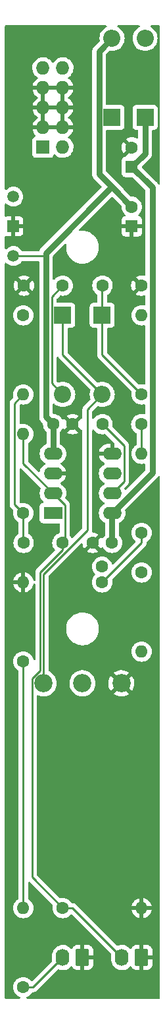
<source format=gtl>
G04 #@! TF.GenerationSoftware,KiCad,Pcbnew,6.0.7-f9a2dced07~116~ubuntu22.04.1*
G04 #@! TF.CreationDate,2022-09-02T22:22:42-04:00*
G04 #@! TF.ProjectId,mikrokosmos-ii,6d696b72-6f6b-46f7-936d-6f732d69692e,rev?*
G04 #@! TF.SameCoordinates,Original*
G04 #@! TF.FileFunction,Copper,L1,Top*
G04 #@! TF.FilePolarity,Positive*
%FSLAX46Y46*%
G04 Gerber Fmt 4.6, Leading zero omitted, Abs format (unit mm)*
G04 Created by KiCad (PCBNEW 6.0.7-f9a2dced07~116~ubuntu22.04.1) date 2022-09-02 22:22:42*
%MOMM*%
%LPD*%
G01*
G04 APERTURE LIST*
G04 Aperture macros list*
%AMRoundRect*
0 Rectangle with rounded corners*
0 $1 Rounding radius*
0 $2 $3 $4 $5 $6 $7 $8 $9 X,Y pos of 4 corners*
0 Add a 4 corners polygon primitive as box body*
4,1,4,$2,$3,$4,$5,$6,$7,$8,$9,$2,$3,0*
0 Add four circle primitives for the rounded corners*
1,1,$1+$1,$2,$3*
1,1,$1+$1,$4,$5*
1,1,$1+$1,$6,$7*
1,1,$1+$1,$8,$9*
0 Add four rect primitives between the rounded corners*
20,1,$1+$1,$2,$3,$4,$5,0*
20,1,$1+$1,$4,$5,$6,$7,0*
20,1,$1+$1,$6,$7,$8,$9,0*
20,1,$1+$1,$8,$9,$2,$3,0*%
G04 Aperture macros list end*
G04 #@! TA.AperFunction,ComponentPad*
%ADD10C,2.340000*%
G04 #@! TD*
G04 #@! TA.AperFunction,ComponentPad*
%ADD11R,1.500000X1.500000*%
G04 #@! TD*
G04 #@! TA.AperFunction,ComponentPad*
%ADD12C,1.500000*%
G04 #@! TD*
G04 #@! TA.AperFunction,ComponentPad*
%ADD13C,1.600000*%
G04 #@! TD*
G04 #@! TA.AperFunction,ComponentPad*
%ADD14RoundRect,0.250000X0.620000X0.850000X-0.620000X0.850000X-0.620000X-0.850000X0.620000X-0.850000X0*%
G04 #@! TD*
G04 #@! TA.AperFunction,ComponentPad*
%ADD15O,1.740000X2.200000*%
G04 #@! TD*
G04 #@! TA.AperFunction,ComponentPad*
%ADD16R,2.200000X2.200000*%
G04 #@! TD*
G04 #@! TA.AperFunction,ComponentPad*
%ADD17O,2.200000X2.200000*%
G04 #@! TD*
G04 #@! TA.AperFunction,ComponentPad*
%ADD18O,1.600000X1.600000*%
G04 #@! TD*
G04 #@! TA.AperFunction,ComponentPad*
%ADD19R,1.600000X1.600000*%
G04 #@! TD*
G04 #@! TA.AperFunction,ComponentPad*
%ADD20R,1.727200X1.727200*%
G04 #@! TD*
G04 #@! TA.AperFunction,ComponentPad*
%ADD21O,1.727200X1.727200*%
G04 #@! TD*
G04 #@! TA.AperFunction,ComponentPad*
%ADD22R,2.400000X1.600000*%
G04 #@! TD*
G04 #@! TA.AperFunction,ComponentPad*
%ADD23O,2.400000X1.600000*%
G04 #@! TD*
G04 #@! TA.AperFunction,Conductor*
%ADD24C,0.750000*%
G04 #@! TD*
G04 #@! TA.AperFunction,Conductor*
%ADD25C,0.250000*%
G04 #@! TD*
G04 APERTURE END LIST*
D10*
G04 #@! TO.P,RV1,1,1*
G04 #@! TO.N,GND*
X105000000Y-99000000D03*
G04 #@! TO.P,RV1,2,2*
G04 #@! TO.N,Net-(R5-Pad2)*
X100000000Y-99000000D03*
G04 #@! TO.P,RV1,3,3*
G04 #@! TO.N,Net-(D3-Pad1)*
X95000000Y-99000000D03*
G04 #@! TD*
D11*
G04 #@! TO.P,TP2,1,1*
G04 #@! TO.N,GND*
X91110000Y-40310000D03*
G04 #@! TD*
D12*
G04 #@! TO.P,TP3,1,1*
G04 #@! TO.N,-12V*
X91110000Y-44120000D03*
G04 #@! TD*
G04 #@! TO.P,TP1,1,1*
G04 #@! TO.N,+12V*
X91110000Y-36500000D03*
G04 #@! TD*
D13*
G04 #@! TO.P,C7,1*
G04 #@! TO.N,Net-(C7-Pad1)*
X102580000Y-47930000D03*
G04 #@! TO.P,C7,2*
G04 #@! TO.N,GND*
X107580000Y-47930000D03*
G04 #@! TD*
D14*
G04 #@! TO.P,J6,1,Pin_1*
G04 #@! TO.N,GND*
X100000000Y-134210000D03*
D15*
G04 #@! TO.P,J6,2,Pin_2*
G04 #@! TO.N,/PREAMP_OUT*
X97460000Y-134210000D03*
G04 #@! TD*
D16*
G04 #@! TO.P,D2,1,K*
G04 #@! TO.N,/-12V_INLET*
X103810000Y-26340000D03*
D17*
G04 #@! TO.P,D2,2,A*
G04 #@! TO.N,-12V*
X103810000Y-16180000D03*
G04 #@! TD*
D13*
G04 #@! TO.P,R5,1*
G04 #@! TO.N,Net-(C8-Pad2)*
X107620000Y-84760000D03*
D18*
G04 #@! TO.P,R5,2*
G04 #@! TO.N,Net-(R5-Pad2)*
X107620000Y-94920000D03*
G04 #@! TD*
D13*
G04 #@! TO.P,C5,1*
G04 #@! TO.N,GND*
X98730000Y-65720000D03*
G04 #@! TO.P,C5,2*
G04 #@! TO.N,-12V*
X96230000Y-65720000D03*
G04 #@! TD*
G04 #@! TO.P,C3,1*
G04 #@! TO.N,Net-(C3-Pad1)*
X92420000Y-80960000D03*
G04 #@! TO.P,C3,2*
G04 #@! TO.N,/PIEZO_IN*
X97420000Y-80960000D03*
G04 #@! TD*
G04 #@! TO.P,R2,1*
G04 #@! TO.N,Net-(C3-Pad1)*
X92380000Y-77150000D03*
D18*
G04 #@! TO.P,R2,2*
G04 #@! TO.N,/PIEZO_IN*
X92380000Y-66990000D03*
G04 #@! TD*
D16*
G04 #@! TO.P,D3,1,K*
G04 #@! TO.N,Net-(D3-Pad1)*
X97460000Y-51740000D03*
D17*
G04 #@! TO.P,D3,2,A*
G04 #@! TO.N,Net-(C6-Pad1)*
X97460000Y-61900000D03*
G04 #@! TD*
D13*
G04 #@! TO.P,C4,1*
G04 #@! TO.N,+12V*
X103810000Y-80960000D03*
G04 #@! TO.P,C4,2*
G04 #@! TO.N,GND*
X101310000Y-80960000D03*
G04 #@! TD*
D19*
G04 #@! TO.P,C2,1*
G04 #@! TO.N,GND*
X106350000Y-40310000D03*
D13*
G04 #@! TO.P,C2,2*
G04 #@! TO.N,-12V*
X106350000Y-37810000D03*
G04 #@! TD*
G04 #@! TO.P,C8,1*
G04 #@! TO.N,Net-(C8-Pad1)*
X102580000Y-65720000D03*
G04 #@! TO.P,C8,2*
G04 #@! TO.N,Net-(C8-Pad2)*
X107580000Y-65720000D03*
G04 #@! TD*
G04 #@! TO.P,R7,1*
G04 #@! TO.N,Net-(C9-Pad2)*
X92380000Y-96190000D03*
D18*
G04 #@! TO.P,R7,2*
G04 #@! TO.N,GND*
X92380000Y-86030000D03*
G04 #@! TD*
D16*
G04 #@! TO.P,D1,1,K*
G04 #@! TO.N,+12V*
X108060000Y-26340000D03*
D17*
G04 #@! TO.P,D1,2,A*
G04 #@! TO.N,/+12V_INLET*
X108060000Y-16180000D03*
G04 #@! TD*
D13*
G04 #@! TO.P,C6,1*
G04 #@! TO.N,Net-(C6-Pad1)*
X97460000Y-47930000D03*
G04 #@! TO.P,C6,2*
G04 #@! TO.N,GND*
X92460000Y-47930000D03*
G04 #@! TD*
D20*
G04 #@! TO.P,J2,1,-12V*
G04 #@! TO.N,/-12V_INLET*
X94920000Y-30150000D03*
D21*
G04 #@! TO.P,J2,2,-12V*
X97460000Y-30150000D03*
G04 #@! TO.P,J2,3,GND*
G04 #@! TO.N,GND*
X94920000Y-27610000D03*
G04 #@! TO.P,J2,4,GND*
X97460000Y-27610000D03*
G04 #@! TO.P,J2,5,GND*
X94920000Y-25070000D03*
G04 #@! TO.P,J2,6,GND*
X97460000Y-25070000D03*
G04 #@! TO.P,J2,7,GND*
X94920000Y-22530000D03*
G04 #@! TO.P,J2,8,GND*
X97460000Y-22530000D03*
G04 #@! TO.P,J2,9,+12V*
G04 #@! TO.N,/+12V_INLET*
X94920000Y-19990000D03*
G04 #@! TO.P,J2,10,+12V*
X97460000Y-19990000D03*
G04 #@! TD*
D14*
G04 #@! TO.P,J4,1,Pin_1*
G04 #@! TO.N,GND*
X107620000Y-134210000D03*
D15*
G04 #@! TO.P,J4,2,Pin_2*
G04 #@! TO.N,/PIEZO_IN*
X105080000Y-134210000D03*
G04 #@! TD*
D13*
G04 #@! TO.P,R1,1*
G04 #@! TO.N,/PIEZO_IN*
X97460000Y-127860000D03*
D18*
G04 #@! TO.P,R1,2*
G04 #@! TO.N,GND*
X107620000Y-127860000D03*
G04 #@! TD*
D13*
G04 #@! TO.P,R3,1*
G04 #@! TO.N,Net-(D3-Pad1)*
X92380000Y-51750000D03*
D18*
G04 #@! TO.P,R3,2*
G04 #@! TO.N,Net-(C3-Pad1)*
X92380000Y-61910000D03*
G04 #@! TD*
D13*
G04 #@! TO.P,R8,1*
G04 #@! TO.N,/PREAMP_OUT*
X92380000Y-138020000D03*
D18*
G04 #@! TO.P,R8,2*
G04 #@! TO.N,Net-(C9-Pad2)*
X92380000Y-127860000D03*
G04 #@! TD*
D13*
G04 #@! TO.P,C9,1*
G04 #@! TO.N,Net-(C8-Pad1)*
X102540000Y-86030000D03*
G04 #@! TO.P,C9,2*
G04 #@! TO.N,Net-(C9-Pad2)*
X102540000Y-84030000D03*
G04 #@! TD*
G04 #@! TO.P,R6,1*
G04 #@! TO.N,Net-(C8-Pad1)*
X107620000Y-79680000D03*
D18*
G04 #@! TO.P,R6,2*
G04 #@! TO.N,Net-(C8-Pad2)*
X107620000Y-69520000D03*
G04 #@! TD*
D22*
G04 #@! TO.P,U1,1*
G04 #@! TO.N,Net-(C3-Pad1)*
X96200000Y-77140000D03*
D23*
G04 #@! TO.P,U1,2,-*
G04 #@! TO.N,/PIEZO_IN*
X96200000Y-74600000D03*
G04 #@! TO.P,U1,3,+*
G04 #@! TO.N,GND*
X96200000Y-72060000D03*
G04 #@! TO.P,U1,4,V-*
G04 #@! TO.N,-12V*
X96200000Y-69520000D03*
G04 #@! TO.P,U1,5,+*
G04 #@! TO.N,GND*
X103820000Y-69520000D03*
G04 #@! TO.P,U1,6,-*
G04 #@! TO.N,Net-(C8-Pad2)*
X103820000Y-72060000D03*
G04 #@! TO.P,U1,7*
G04 #@! TO.N,Net-(C8-Pad1)*
X103820000Y-74600000D03*
G04 #@! TO.P,U1,8,V+*
G04 #@! TO.N,+12V*
X103820000Y-77140000D03*
G04 #@! TD*
D13*
G04 #@! TO.P,R4,1*
G04 #@! TO.N,Net-(C7-Pad1)*
X107620000Y-61900000D03*
D18*
G04 #@! TO.P,R4,2*
G04 #@! TO.N,Net-(C6-Pad1)*
X107620000Y-51740000D03*
G04 #@! TD*
D19*
G04 #@! TO.P,C1,1*
G04 #@! TO.N,+12V*
X106350000Y-32690000D03*
D13*
G04 #@! TO.P,C1,2*
G04 #@! TO.N,GND*
X106350000Y-30190000D03*
G04 #@! TD*
D16*
G04 #@! TO.P,D4,1,K*
G04 #@! TO.N,Net-(C7-Pad1)*
X102540000Y-51740000D03*
D17*
G04 #@! TO.P,D4,2,A*
G04 #@! TO.N,Net-(D3-Pad1)*
X102540000Y-61900000D03*
G04 #@! TD*
D24*
G04 #@! TO.N,+12V*
X103820000Y-77140000D02*
X108994511Y-71965489D01*
X108994511Y-35334511D02*
X106350000Y-32690000D01*
X108060000Y-30980000D02*
X108060000Y-26340000D01*
X103810000Y-80960000D02*
X103810000Y-77150000D01*
X106350000Y-32690000D02*
X108060000Y-30980000D01*
X108994511Y-71965489D02*
X108994511Y-35334511D01*
G04 #@! TO.N,-12V*
X102135489Y-33595489D02*
X103790000Y-35250000D01*
X95301000Y-64791000D02*
X96230000Y-65720000D01*
X103810000Y-16180000D02*
X102135489Y-17854511D01*
X103790000Y-35250000D02*
X106350000Y-37810000D01*
X96230000Y-65720000D02*
X96230000Y-69490000D01*
X102135489Y-17854511D02*
X102135489Y-33595489D01*
X95301000Y-44247000D02*
X95301000Y-64791000D01*
X103790000Y-35250000D02*
X95301000Y-43739000D01*
X95301000Y-43739000D02*
X95301000Y-44247000D01*
D25*
X91110000Y-44120000D02*
X95174000Y-44120000D01*
X95174000Y-44120000D02*
X95301000Y-44247000D01*
G04 #@! TO.N,Net-(C3-Pad1)*
X91255489Y-76025489D02*
X92380000Y-77150000D01*
X91255489Y-63034511D02*
X91255489Y-76025489D01*
X92380000Y-61910000D02*
X91255489Y-63034511D01*
X92380000Y-77150000D02*
X92380000Y-80920000D01*
G04 #@! TO.N,/PIEZO_IN*
X97724511Y-76124511D02*
X97724511Y-80655489D01*
X97460000Y-127860000D02*
X98730000Y-127860000D01*
X92380000Y-66990000D02*
X92380000Y-70780000D01*
X92380000Y-70780000D02*
X96200000Y-74600000D01*
X93505489Y-123905489D02*
X97460000Y-127860000D01*
X97420000Y-81879000D02*
X94550480Y-84748520D01*
X98730000Y-127860000D02*
X105080000Y-134210000D01*
X94550480Y-97335961D02*
X93505489Y-98380952D01*
X93505489Y-98380952D02*
X93505489Y-123905489D01*
X96200000Y-74600000D02*
X97724511Y-76124511D01*
X97420000Y-80960000D02*
X97420000Y-81879000D01*
X94550480Y-84760000D02*
X94550480Y-97335961D01*
G04 #@! TO.N,Net-(C6-Pad1)*
X97460000Y-61900000D02*
X96035489Y-60475489D01*
X96035489Y-49354511D02*
X97460000Y-47930000D01*
X96035489Y-60475489D02*
X96035489Y-49354511D01*
G04 #@! TO.N,Net-(C7-Pad1)*
X102540000Y-51740000D02*
X102540000Y-47970000D01*
X102540000Y-51740000D02*
X102540000Y-56820000D01*
X102540000Y-56820000D02*
X107620000Y-61900000D01*
G04 #@! TO.N,Net-(C8-Pad1)*
X105344520Y-68484520D02*
X105344520Y-73075480D01*
X102540000Y-86030000D02*
X107620000Y-80950000D01*
X102580000Y-65720000D02*
X105344520Y-68484520D01*
X107620000Y-80950000D02*
X107620000Y-79680000D01*
X105344520Y-73075480D02*
X103820000Y-74600000D01*
G04 #@! TO.N,Net-(C8-Pad2)*
X107620000Y-69530000D02*
X107620000Y-65760000D01*
G04 #@! TO.N,Net-(C9-Pad2)*
X92380000Y-96190000D02*
X92380000Y-127860000D01*
G04 #@! TO.N,Net-(D3-Pad1)*
X102540000Y-61900000D02*
X100635000Y-63805000D01*
X97460000Y-56820000D02*
X102540000Y-61900000D01*
X97460000Y-51740000D02*
X97460000Y-56820000D01*
X100635000Y-63805000D02*
X100635000Y-79335300D01*
X100635000Y-79335300D02*
X95000000Y-84970300D01*
X95000000Y-84970300D02*
X95000000Y-99000000D01*
G04 #@! TO.N,/PREAMP_OUT*
X93650000Y-138020000D02*
X97460000Y-134210000D01*
X92380000Y-138020000D02*
X93650000Y-138020000D01*
G04 #@! TD*
G04 #@! TA.AperFunction,Conductor*
G04 #@! TO.N,GND*
G36*
X94359621Y-44773502D02*
G01*
X94406114Y-44827158D01*
X94417500Y-44879500D01*
X94417500Y-64711543D01*
X94415949Y-64731255D01*
X94413850Y-64744507D01*
X94414195Y-64751094D01*
X94414195Y-64751098D01*
X94417327Y-64810850D01*
X94417500Y-64817445D01*
X94417500Y-64837306D01*
X94417844Y-64840577D01*
X94419576Y-64857059D01*
X94420093Y-64863633D01*
X94421162Y-64884021D01*
X94423570Y-64929971D01*
X94427042Y-64942929D01*
X94430645Y-64962372D01*
X94432046Y-64975702D01*
X94452578Y-65038894D01*
X94454444Y-65045196D01*
X94471638Y-65109363D01*
X94474634Y-65115242D01*
X94474637Y-65115251D01*
X94477728Y-65121317D01*
X94485292Y-65139579D01*
X94487392Y-65146043D01*
X94487395Y-65146051D01*
X94489436Y-65152331D01*
X94492738Y-65158050D01*
X94492740Y-65158055D01*
X94522654Y-65209867D01*
X94525787Y-65215637D01*
X94555953Y-65274839D01*
X94560109Y-65279971D01*
X94564391Y-65285259D01*
X94575589Y-65301552D01*
X94582296Y-65313169D01*
X94586713Y-65318075D01*
X94586717Y-65318080D01*
X94626747Y-65362538D01*
X94631031Y-65367554D01*
X94641441Y-65380409D01*
X94643528Y-65382986D01*
X94657573Y-65397031D01*
X94662114Y-65401816D01*
X94706566Y-65451185D01*
X94717426Y-65459075D01*
X94732454Y-65471912D01*
X94880107Y-65619565D01*
X94914133Y-65681877D01*
X94915869Y-65709018D01*
X94916981Y-65709018D01*
X94916981Y-65714525D01*
X94916502Y-65720000D01*
X94936457Y-65948087D01*
X94937881Y-65953400D01*
X94937881Y-65953402D01*
X94989408Y-66145700D01*
X94995716Y-66169243D01*
X94998039Y-66174224D01*
X94998039Y-66174225D01*
X95090151Y-66371762D01*
X95090154Y-66371767D01*
X95092477Y-66376749D01*
X95131641Y-66432681D01*
X95203829Y-66535775D01*
X95223802Y-66564300D01*
X95309595Y-66650093D01*
X95343621Y-66712405D01*
X95346500Y-66739188D01*
X95346500Y-68207430D01*
X95326498Y-68275551D01*
X95273749Y-68321625D01*
X95148242Y-68380149D01*
X95148239Y-68380151D01*
X95143251Y-68382477D01*
X95060137Y-68440674D01*
X94960211Y-68510643D01*
X94960208Y-68510645D01*
X94955700Y-68513802D01*
X94793802Y-68675700D01*
X94662477Y-68863251D01*
X94660154Y-68868233D01*
X94660151Y-68868238D01*
X94660034Y-68868489D01*
X94565716Y-69070757D01*
X94564294Y-69076065D01*
X94564293Y-69076067D01*
X94514972Y-69260135D01*
X94506457Y-69291913D01*
X94486502Y-69520000D01*
X94506457Y-69748087D01*
X94507881Y-69753400D01*
X94507881Y-69753402D01*
X94510350Y-69762614D01*
X94565716Y-69969243D01*
X94568039Y-69974224D01*
X94568039Y-69974225D01*
X94660151Y-70171762D01*
X94660154Y-70171767D01*
X94662477Y-70176749D01*
X94793802Y-70364300D01*
X94955700Y-70526198D01*
X94960208Y-70529355D01*
X94960211Y-70529357D01*
X94996119Y-70554500D01*
X95143251Y-70657523D01*
X95148233Y-70659846D01*
X95148238Y-70659849D01*
X95183049Y-70676081D01*
X95236334Y-70722998D01*
X95255795Y-70791275D01*
X95235253Y-70859235D01*
X95183049Y-70904471D01*
X95148489Y-70920586D01*
X95138993Y-70926069D01*
X94960533Y-71051028D01*
X94952125Y-71058084D01*
X94798084Y-71212125D01*
X94791028Y-71220533D01*
X94666069Y-71398993D01*
X94660586Y-71408489D01*
X94568510Y-71605947D01*
X94564764Y-71616239D01*
X94525598Y-71762408D01*
X94488646Y-71823031D01*
X94424785Y-71854052D01*
X94354291Y-71845624D01*
X94314798Y-71818893D01*
X93050405Y-70554500D01*
X93016379Y-70492188D01*
X93013500Y-70465405D01*
X93013500Y-68209394D01*
X93033502Y-68141273D01*
X93067229Y-68106181D01*
X93219789Y-67999357D01*
X93219792Y-67999355D01*
X93224300Y-67996198D01*
X93386198Y-67834300D01*
X93517523Y-67646749D01*
X93519846Y-67641767D01*
X93519849Y-67641762D01*
X93611961Y-67444225D01*
X93611961Y-67444224D01*
X93614284Y-67439243D01*
X93673543Y-67218087D01*
X93693498Y-66990000D01*
X93673543Y-66761913D01*
X93660277Y-66712405D01*
X93615707Y-66546067D01*
X93615706Y-66546065D01*
X93614284Y-66540757D01*
X93608291Y-66527905D01*
X93519849Y-66338238D01*
X93519846Y-66338233D01*
X93517523Y-66333251D01*
X93444098Y-66228389D01*
X93389357Y-66150211D01*
X93389355Y-66150208D01*
X93386198Y-66145700D01*
X93224300Y-65983802D01*
X93219792Y-65980645D01*
X93219789Y-65980643D01*
X93141611Y-65925902D01*
X93036749Y-65852477D01*
X93031767Y-65850154D01*
X93031762Y-65850151D01*
X92834225Y-65758039D01*
X92834224Y-65758039D01*
X92829243Y-65755716D01*
X92823935Y-65754294D01*
X92823933Y-65754293D01*
X92613402Y-65697881D01*
X92613400Y-65697881D01*
X92608087Y-65696457D01*
X92380000Y-65676502D01*
X92151913Y-65696457D01*
X92047599Y-65724408D01*
X91976624Y-65722718D01*
X91917828Y-65682924D01*
X91889880Y-65617660D01*
X91888989Y-65602701D01*
X91888989Y-63349105D01*
X91908991Y-63280984D01*
X91925894Y-63260010D01*
X91966752Y-63219152D01*
X92029064Y-63185126D01*
X92088459Y-63186541D01*
X92146591Y-63202118D01*
X92146602Y-63202120D01*
X92151913Y-63203543D01*
X92380000Y-63223498D01*
X92608087Y-63203543D01*
X92613400Y-63202119D01*
X92613402Y-63202119D01*
X92823933Y-63145707D01*
X92823935Y-63145706D01*
X92829243Y-63144284D01*
X92847637Y-63135707D01*
X93031762Y-63049849D01*
X93031767Y-63049846D01*
X93036749Y-63047523D01*
X93158303Y-62962410D01*
X93219789Y-62919357D01*
X93219792Y-62919355D01*
X93224300Y-62916198D01*
X93386198Y-62754300D01*
X93390472Y-62748197D01*
X93474685Y-62627928D01*
X93517523Y-62566749D01*
X93519846Y-62561767D01*
X93519849Y-62561762D01*
X93611961Y-62364225D01*
X93611961Y-62364224D01*
X93614284Y-62359243D01*
X93618387Y-62343933D01*
X93672119Y-62143402D01*
X93672119Y-62143400D01*
X93673543Y-62138087D01*
X93693498Y-61910000D01*
X93673543Y-61681913D01*
X93672119Y-61676598D01*
X93615707Y-61466067D01*
X93615706Y-61466065D01*
X93614284Y-61460757D01*
X93588854Y-61406221D01*
X93519849Y-61258238D01*
X93519846Y-61258233D01*
X93517523Y-61253251D01*
X93386198Y-61065700D01*
X93224300Y-60903802D01*
X93219792Y-60900645D01*
X93219789Y-60900643D01*
X93141611Y-60845902D01*
X93036749Y-60772477D01*
X93031767Y-60770154D01*
X93031762Y-60770151D01*
X92834225Y-60678039D01*
X92834224Y-60678039D01*
X92829243Y-60675716D01*
X92823935Y-60674294D01*
X92823933Y-60674293D01*
X92613402Y-60617881D01*
X92613400Y-60617881D01*
X92608087Y-60616457D01*
X92380000Y-60596502D01*
X92151913Y-60616457D01*
X92146600Y-60617881D01*
X92146598Y-60617881D01*
X91936067Y-60674293D01*
X91936065Y-60674294D01*
X91930757Y-60675716D01*
X91925776Y-60678039D01*
X91925775Y-60678039D01*
X91728238Y-60770151D01*
X91728233Y-60770154D01*
X91723251Y-60772477D01*
X91618389Y-60845902D01*
X91540211Y-60900643D01*
X91540208Y-60900645D01*
X91535700Y-60903802D01*
X91373802Y-61065700D01*
X91242477Y-61253251D01*
X91240154Y-61258233D01*
X91240151Y-61258238D01*
X91171146Y-61406221D01*
X91145716Y-61460757D01*
X91144294Y-61466065D01*
X91144293Y-61466067D01*
X91087881Y-61676598D01*
X91086457Y-61681913D01*
X91066502Y-61910000D01*
X91086457Y-62138087D01*
X91087879Y-62143392D01*
X91087881Y-62143406D01*
X91103459Y-62201539D01*
X91101771Y-62272516D01*
X91070848Y-62323248D01*
X90903696Y-62490399D01*
X90863231Y-62530864D01*
X90854952Y-62538398D01*
X90848471Y-62542511D01*
X90821477Y-62571257D01*
X90801846Y-62592162D01*
X90799091Y-62595004D01*
X90779354Y-62614741D01*
X90776874Y-62617938D01*
X90769171Y-62626958D01*
X90738903Y-62659190D01*
X90735084Y-62666136D01*
X90735082Y-62666139D01*
X90729141Y-62676945D01*
X90718290Y-62693464D01*
X90705875Y-62709470D01*
X90702730Y-62716739D01*
X90702727Y-62716743D01*
X90688315Y-62750048D01*
X90683098Y-62760698D01*
X90661794Y-62799451D01*
X90659823Y-62807126D01*
X90659823Y-62807127D01*
X90656756Y-62819073D01*
X90650352Y-62837777D01*
X90645766Y-62848376D01*
X90642308Y-62856366D01*
X90641069Y-62864189D01*
X90641066Y-62864199D01*
X90635390Y-62900035D01*
X90632984Y-62911655D01*
X90631818Y-62916198D01*
X90621989Y-62954481D01*
X90621989Y-62974735D01*
X90620438Y-62994445D01*
X90617269Y-63014454D01*
X90618015Y-63022346D01*
X90621430Y-63058472D01*
X90621989Y-63070330D01*
X90621989Y-75946722D01*
X90621462Y-75957905D01*
X90619787Y-75965398D01*
X90620036Y-75973324D01*
X90620036Y-75973325D01*
X90621927Y-76033475D01*
X90621989Y-76037434D01*
X90621989Y-76065345D01*
X90622486Y-76069279D01*
X90622486Y-76069280D01*
X90622494Y-76069345D01*
X90623427Y-76081182D01*
X90624816Y-76125378D01*
X90628396Y-76137699D01*
X90630467Y-76144828D01*
X90634476Y-76164189D01*
X90637015Y-76184286D01*
X90639934Y-76191657D01*
X90639934Y-76191659D01*
X90653293Y-76225401D01*
X90657138Y-76236631D01*
X90669471Y-76279082D01*
X90673504Y-76285901D01*
X90673506Y-76285906D01*
X90679782Y-76296517D01*
X90688477Y-76314265D01*
X90695937Y-76333106D01*
X90700599Y-76339522D01*
X90700599Y-76339523D01*
X90721925Y-76368876D01*
X90728441Y-76378796D01*
X90750947Y-76416851D01*
X90765268Y-76431172D01*
X90778108Y-76446205D01*
X90790017Y-76462596D01*
X90814985Y-76483251D01*
X90824094Y-76490787D01*
X90832873Y-76498777D01*
X91070848Y-76736752D01*
X91104874Y-76799064D01*
X91103459Y-76858459D01*
X91087882Y-76916591D01*
X91087881Y-76916598D01*
X91086457Y-76921913D01*
X91066502Y-77150000D01*
X91086457Y-77378087D01*
X91087881Y-77383400D01*
X91087881Y-77383402D01*
X91141614Y-77583933D01*
X91145716Y-77599243D01*
X91148039Y-77604224D01*
X91148039Y-77604225D01*
X91240151Y-77801762D01*
X91240154Y-77801767D01*
X91242477Y-77806749D01*
X91245634Y-77811257D01*
X91369529Y-77988197D01*
X91373802Y-77994300D01*
X91535700Y-78156198D01*
X91540208Y-78159355D01*
X91540211Y-78159357D01*
X91692771Y-78266181D01*
X91737099Y-78321638D01*
X91746500Y-78369394D01*
X91746500Y-79768615D01*
X91726498Y-79836736D01*
X91692772Y-79871827D01*
X91634457Y-79912659D01*
X91594252Y-79940812D01*
X91575700Y-79953802D01*
X91413802Y-80115700D01*
X91410645Y-80120208D01*
X91410643Y-80120211D01*
X91355902Y-80198389D01*
X91282477Y-80303251D01*
X91280154Y-80308233D01*
X91280151Y-80308238D01*
X91214542Y-80448938D01*
X91185716Y-80510757D01*
X91184294Y-80516065D01*
X91184293Y-80516067D01*
X91138706Y-80686198D01*
X91126457Y-80731913D01*
X91106502Y-80960000D01*
X91126457Y-81188087D01*
X91127881Y-81193400D01*
X91127881Y-81193402D01*
X91180807Y-81390921D01*
X91185716Y-81409243D01*
X91188039Y-81414224D01*
X91188039Y-81414225D01*
X91280151Y-81611762D01*
X91280154Y-81611767D01*
X91282477Y-81616749D01*
X91413802Y-81804300D01*
X91575700Y-81966198D01*
X91580208Y-81969355D01*
X91580211Y-81969357D01*
X91603826Y-81985892D01*
X91763251Y-82097523D01*
X91768233Y-82099846D01*
X91768238Y-82099849D01*
X91964765Y-82191490D01*
X91970757Y-82194284D01*
X91976065Y-82195706D01*
X91976067Y-82195707D01*
X92186598Y-82252119D01*
X92186600Y-82252119D01*
X92191913Y-82253543D01*
X92420000Y-82273498D01*
X92648087Y-82253543D01*
X92653400Y-82252119D01*
X92653402Y-82252119D01*
X92863933Y-82195707D01*
X92863935Y-82195706D01*
X92869243Y-82194284D01*
X92875235Y-82191490D01*
X93071762Y-82099849D01*
X93071767Y-82099846D01*
X93076749Y-82097523D01*
X93236174Y-81985892D01*
X93259789Y-81969357D01*
X93259792Y-81969355D01*
X93264300Y-81966198D01*
X93426198Y-81804300D01*
X93557523Y-81616749D01*
X93559846Y-81611767D01*
X93559849Y-81611762D01*
X93651961Y-81414225D01*
X93651961Y-81414224D01*
X93654284Y-81409243D01*
X93659194Y-81390921D01*
X93712119Y-81193402D01*
X93712119Y-81193400D01*
X93713543Y-81188087D01*
X93733498Y-80960000D01*
X93713543Y-80731913D01*
X93701294Y-80686198D01*
X93655707Y-80516067D01*
X93655706Y-80516065D01*
X93654284Y-80510757D01*
X93625458Y-80448938D01*
X93559849Y-80308238D01*
X93559846Y-80308233D01*
X93557523Y-80303251D01*
X93484098Y-80198389D01*
X93429357Y-80120211D01*
X93429355Y-80120208D01*
X93426198Y-80115700D01*
X93264300Y-79953802D01*
X93259792Y-79950645D01*
X93259789Y-79950643D01*
X93081257Y-79825633D01*
X93081253Y-79825630D01*
X93076749Y-79822477D01*
X93075599Y-79821941D01*
X93027508Y-79771508D01*
X93013500Y-79713768D01*
X93013500Y-78369394D01*
X93033502Y-78301273D01*
X93067229Y-78266181D01*
X93219789Y-78159357D01*
X93219792Y-78159355D01*
X93224300Y-78156198D01*
X93386198Y-77994300D01*
X93390472Y-77988197D01*
X93514366Y-77811257D01*
X93517523Y-77806749D01*
X93519846Y-77801767D01*
X93519849Y-77801762D01*
X93611961Y-77604225D01*
X93611961Y-77604224D01*
X93614284Y-77599243D01*
X93618387Y-77583933D01*
X93672119Y-77383402D01*
X93672119Y-77383400D01*
X93673543Y-77378087D01*
X93693498Y-77150000D01*
X93673543Y-76921913D01*
X93672117Y-76916591D01*
X93615707Y-76706067D01*
X93615706Y-76706065D01*
X93614284Y-76700757D01*
X93609621Y-76690757D01*
X93519849Y-76498238D01*
X93519846Y-76498233D01*
X93517523Y-76493251D01*
X93433799Y-76373681D01*
X93389357Y-76310211D01*
X93389355Y-76310208D01*
X93386198Y-76305700D01*
X93224300Y-76143802D01*
X93219792Y-76140645D01*
X93219789Y-76140643D01*
X93066737Y-76033475D01*
X93036749Y-76012477D01*
X93031767Y-76010154D01*
X93031762Y-76010151D01*
X92834225Y-75918039D01*
X92834224Y-75918039D01*
X92829243Y-75915716D01*
X92823935Y-75914294D01*
X92823933Y-75914293D01*
X92613402Y-75857881D01*
X92613400Y-75857881D01*
X92608087Y-75856457D01*
X92380000Y-75836502D01*
X92151913Y-75856457D01*
X92146600Y-75857881D01*
X92146598Y-75857881D01*
X92088459Y-75873459D01*
X92017482Y-75871769D01*
X91966753Y-75840847D01*
X91925894Y-75799988D01*
X91891868Y-75737676D01*
X91888989Y-75710893D01*
X91888989Y-71489083D01*
X91908991Y-71420962D01*
X91962647Y-71374469D01*
X92032921Y-71364365D01*
X92097501Y-71393859D01*
X92104083Y-71399987D01*
X93350499Y-72646404D01*
X94595280Y-73891185D01*
X94629306Y-73953497D01*
X94624241Y-74024313D01*
X94620386Y-74033517D01*
X94565716Y-74150757D01*
X94506457Y-74371913D01*
X94486502Y-74600000D01*
X94506457Y-74828087D01*
X94565716Y-75049243D01*
X94568039Y-75054224D01*
X94568039Y-75054225D01*
X94660151Y-75251762D01*
X94660154Y-75251767D01*
X94662477Y-75256749D01*
X94793802Y-75444300D01*
X94955700Y-75606198D01*
X94960211Y-75609357D01*
X94964424Y-75612892D01*
X94963473Y-75614026D01*
X95003471Y-75664071D01*
X95010776Y-75734690D01*
X94978742Y-75798049D01*
X94917538Y-75834030D01*
X94900483Y-75837082D01*
X94889684Y-75838255D01*
X94753295Y-75889385D01*
X94636739Y-75976739D01*
X94549385Y-76093295D01*
X94498255Y-76229684D01*
X94491500Y-76291866D01*
X94491500Y-77988134D01*
X94498255Y-78050316D01*
X94549385Y-78186705D01*
X94636739Y-78303261D01*
X94753295Y-78390615D01*
X94889684Y-78441745D01*
X94951866Y-78448500D01*
X96965011Y-78448500D01*
X97033132Y-78468502D01*
X97079625Y-78522158D01*
X97091011Y-78574500D01*
X97091011Y-79596811D01*
X97071009Y-79664932D01*
X97017353Y-79711425D01*
X96997619Y-79718518D01*
X96970757Y-79725716D01*
X96965776Y-79728039D01*
X96965775Y-79728039D01*
X96768238Y-79820151D01*
X96768233Y-79820154D01*
X96763251Y-79822477D01*
X96692771Y-79871828D01*
X96580211Y-79950643D01*
X96580208Y-79950645D01*
X96575700Y-79953802D01*
X96413802Y-80115700D01*
X96410645Y-80120208D01*
X96410643Y-80120211D01*
X96355902Y-80198389D01*
X96282477Y-80303251D01*
X96280154Y-80308233D01*
X96280151Y-80308238D01*
X96214542Y-80448938D01*
X96185716Y-80510757D01*
X96184294Y-80516065D01*
X96184293Y-80516067D01*
X96138706Y-80686198D01*
X96126457Y-80731913D01*
X96106502Y-80960000D01*
X96126457Y-81188087D01*
X96127881Y-81193400D01*
X96127881Y-81193402D01*
X96180807Y-81390921D01*
X96185716Y-81409243D01*
X96188039Y-81414224D01*
X96188039Y-81414225D01*
X96280151Y-81611762D01*
X96280154Y-81611767D01*
X96282477Y-81616749D01*
X96413802Y-81804300D01*
X96417698Y-81808196D01*
X96421226Y-81812400D01*
X96420227Y-81813238D01*
X96451230Y-81870014D01*
X96446165Y-81940829D01*
X96417204Y-81985892D01*
X94074345Y-84328750D01*
X94000866Y-84423479D01*
X93957609Y-84523442D01*
X93956785Y-84524940D01*
X93956703Y-84525259D01*
X93956264Y-84525822D01*
X93956529Y-84525936D01*
X93937299Y-84570375D01*
X93936059Y-84578202D01*
X93936059Y-84578203D01*
X93925637Y-84644007D01*
X93923229Y-84655631D01*
X93920396Y-84666666D01*
X93916980Y-84679970D01*
X93916980Y-84688744D01*
X93915429Y-84708454D01*
X93912260Y-84728463D01*
X93913006Y-84736355D01*
X93916421Y-84772481D01*
X93916980Y-84784339D01*
X93916980Y-85755298D01*
X93896978Y-85823419D01*
X93843322Y-85869912D01*
X93773048Y-85880016D01*
X93708468Y-85850522D01*
X93669273Y-85787909D01*
X93615236Y-85586239D01*
X93611490Y-85575947D01*
X93519414Y-85378489D01*
X93513931Y-85368993D01*
X93388972Y-85190533D01*
X93381916Y-85182125D01*
X93227875Y-85028084D01*
X93219467Y-85021028D01*
X93041007Y-84896069D01*
X93031511Y-84890586D01*
X92834053Y-84798510D01*
X92823761Y-84794764D01*
X92651497Y-84748606D01*
X92637401Y-84748942D01*
X92634000Y-84756884D01*
X92634000Y-87297967D01*
X92637973Y-87311498D01*
X92646522Y-87312727D01*
X92823761Y-87265236D01*
X92834053Y-87261490D01*
X93031511Y-87169414D01*
X93041007Y-87163931D01*
X93219467Y-87038972D01*
X93227875Y-87031916D01*
X93381916Y-86877875D01*
X93388972Y-86869467D01*
X93513931Y-86691007D01*
X93519414Y-86681511D01*
X93611490Y-86484053D01*
X93615236Y-86473761D01*
X93669273Y-86272091D01*
X93706225Y-86211468D01*
X93770085Y-86180447D01*
X93840580Y-86188875D01*
X93895327Y-86234078D01*
X93916980Y-86304702D01*
X93916980Y-95913366D01*
X93896978Y-95981487D01*
X93843322Y-96027980D01*
X93773048Y-96038084D01*
X93708468Y-96008590D01*
X93669273Y-95945977D01*
X93615707Y-95746067D01*
X93615706Y-95746065D01*
X93614284Y-95740757D01*
X93611961Y-95735775D01*
X93519849Y-95538238D01*
X93519846Y-95538233D01*
X93517523Y-95533251D01*
X93444098Y-95428389D01*
X93389357Y-95350211D01*
X93389355Y-95350208D01*
X93386198Y-95345700D01*
X93224300Y-95183802D01*
X93219792Y-95180645D01*
X93219789Y-95180643D01*
X93141611Y-95125902D01*
X93036749Y-95052477D01*
X93031767Y-95050154D01*
X93031762Y-95050151D01*
X92834225Y-94958039D01*
X92834224Y-94958039D01*
X92829243Y-94955716D01*
X92823935Y-94954294D01*
X92823933Y-94954293D01*
X92613402Y-94897881D01*
X92613400Y-94897881D01*
X92608087Y-94896457D01*
X92380000Y-94876502D01*
X92151913Y-94896457D01*
X92146600Y-94897881D01*
X92146598Y-94897881D01*
X91936067Y-94954293D01*
X91936065Y-94954294D01*
X91930757Y-94955716D01*
X91925776Y-94958039D01*
X91925775Y-94958039D01*
X91728238Y-95050151D01*
X91728233Y-95050154D01*
X91723251Y-95052477D01*
X91618389Y-95125902D01*
X91540211Y-95180643D01*
X91540208Y-95180645D01*
X91535700Y-95183802D01*
X91373802Y-95345700D01*
X91370645Y-95350208D01*
X91370643Y-95350211D01*
X91315902Y-95428389D01*
X91242477Y-95533251D01*
X91240154Y-95538233D01*
X91240151Y-95538238D01*
X91148039Y-95735775D01*
X91145716Y-95740757D01*
X91144294Y-95746065D01*
X91144293Y-95746067D01*
X91138363Y-95768197D01*
X91086457Y-95961913D01*
X91066502Y-96190000D01*
X91086457Y-96418087D01*
X91145716Y-96639243D01*
X91148039Y-96644224D01*
X91148039Y-96644225D01*
X91240151Y-96841762D01*
X91240154Y-96841767D01*
X91242477Y-96846749D01*
X91373802Y-97034300D01*
X91535700Y-97196198D01*
X91540208Y-97199355D01*
X91540211Y-97199357D01*
X91692771Y-97306181D01*
X91737099Y-97361638D01*
X91746500Y-97409394D01*
X91746500Y-126640606D01*
X91726498Y-126708727D01*
X91692771Y-126743819D01*
X91540211Y-126850643D01*
X91540208Y-126850645D01*
X91535700Y-126853802D01*
X91373802Y-127015700D01*
X91242477Y-127203251D01*
X91240154Y-127208233D01*
X91240151Y-127208238D01*
X91159409Y-127381392D01*
X91145716Y-127410757D01*
X91144294Y-127416065D01*
X91144293Y-127416067D01*
X91096756Y-127593478D01*
X91086457Y-127631913D01*
X91066502Y-127860000D01*
X91086457Y-128088087D01*
X91087881Y-128093400D01*
X91087881Y-128093402D01*
X91097031Y-128127548D01*
X91145716Y-128309243D01*
X91148039Y-128314224D01*
X91148039Y-128314225D01*
X91240151Y-128511762D01*
X91240154Y-128511767D01*
X91242477Y-128516749D01*
X91245634Y-128521257D01*
X91341494Y-128658159D01*
X91373802Y-128704300D01*
X91535700Y-128866198D01*
X91540208Y-128869355D01*
X91540211Y-128869357D01*
X91618389Y-128924098D01*
X91723251Y-128997523D01*
X91728233Y-128999846D01*
X91728238Y-128999849D01*
X91924765Y-129091490D01*
X91930757Y-129094284D01*
X91936065Y-129095706D01*
X91936067Y-129095707D01*
X92146598Y-129152119D01*
X92146600Y-129152119D01*
X92151913Y-129153543D01*
X92380000Y-129173498D01*
X92608087Y-129153543D01*
X92613400Y-129152119D01*
X92613402Y-129152119D01*
X92823933Y-129095707D01*
X92823935Y-129095706D01*
X92829243Y-129094284D01*
X92835235Y-129091490D01*
X93031762Y-128999849D01*
X93031767Y-128999846D01*
X93036749Y-128997523D01*
X93141611Y-128924098D01*
X93219789Y-128869357D01*
X93219792Y-128869355D01*
X93224300Y-128866198D01*
X93386198Y-128704300D01*
X93418507Y-128658159D01*
X93514366Y-128521257D01*
X93517523Y-128516749D01*
X93519846Y-128511767D01*
X93519849Y-128511762D01*
X93611961Y-128314225D01*
X93611961Y-128314224D01*
X93614284Y-128309243D01*
X93662970Y-128127548D01*
X93672119Y-128093402D01*
X93672119Y-128093400D01*
X93673543Y-128088087D01*
X93693498Y-127860000D01*
X93673543Y-127631913D01*
X93663244Y-127593478D01*
X93615707Y-127416067D01*
X93615706Y-127416065D01*
X93614284Y-127410757D01*
X93600591Y-127381392D01*
X93519849Y-127208238D01*
X93519846Y-127208233D01*
X93517523Y-127203251D01*
X93386198Y-127015700D01*
X93224300Y-126853802D01*
X93219792Y-126850645D01*
X93219789Y-126850643D01*
X93067229Y-126743819D01*
X93022901Y-126688362D01*
X93013500Y-126640606D01*
X93013500Y-124613594D01*
X93033502Y-124545473D01*
X93087158Y-124498980D01*
X93157432Y-124488876D01*
X93222012Y-124518370D01*
X93228595Y-124524499D01*
X96150848Y-127446752D01*
X96184874Y-127509064D01*
X96183459Y-127568459D01*
X96167882Y-127626591D01*
X96167881Y-127626598D01*
X96166457Y-127631913D01*
X96146502Y-127860000D01*
X96166457Y-128088087D01*
X96167881Y-128093400D01*
X96167881Y-128093402D01*
X96177031Y-128127548D01*
X96225716Y-128309243D01*
X96228039Y-128314224D01*
X96228039Y-128314225D01*
X96320151Y-128511762D01*
X96320154Y-128511767D01*
X96322477Y-128516749D01*
X96325634Y-128521257D01*
X96421494Y-128658159D01*
X96453802Y-128704300D01*
X96615700Y-128866198D01*
X96620208Y-128869355D01*
X96620211Y-128869357D01*
X96698389Y-128924098D01*
X96803251Y-128997523D01*
X96808233Y-128999846D01*
X96808238Y-128999849D01*
X97004765Y-129091490D01*
X97010757Y-129094284D01*
X97016065Y-129095706D01*
X97016067Y-129095707D01*
X97226598Y-129152119D01*
X97226600Y-129152119D01*
X97231913Y-129153543D01*
X97460000Y-129173498D01*
X97688087Y-129153543D01*
X97693400Y-129152119D01*
X97693402Y-129152119D01*
X97903933Y-129095707D01*
X97903935Y-129095706D01*
X97909243Y-129094284D01*
X97915235Y-129091490D01*
X98111762Y-128999849D01*
X98111767Y-128999846D01*
X98116749Y-128997523D01*
X98221611Y-128924098D01*
X98299789Y-128869357D01*
X98299792Y-128869355D01*
X98304300Y-128866198D01*
X98466198Y-128704300D01*
X98469357Y-128699789D01*
X98472892Y-128695576D01*
X98474463Y-128696894D01*
X98522941Y-128658159D01*
X98593562Y-128650864D01*
X98659769Y-128685673D01*
X103674595Y-133700500D01*
X103708621Y-133762812D01*
X103709489Y-133812016D01*
X103702656Y-133849803D01*
X103701500Y-133874316D01*
X103701500Y-134498738D01*
X103716295Y-134673102D01*
X103717633Y-134678259D01*
X103717634Y-134678262D01*
X103728166Y-134718837D01*
X103775067Y-134899540D01*
X103777259Y-134904406D01*
X103777260Y-134904409D01*
X103843864Y-135052264D01*
X103871150Y-135112837D01*
X104001798Y-135306896D01*
X104163276Y-135476168D01*
X104350965Y-135615813D01*
X104355716Y-135618229D01*
X104355720Y-135618231D01*
X104470197Y-135676434D01*
X104559500Y-135721838D01*
X104782917Y-135791210D01*
X104788204Y-135791911D01*
X104788205Y-135791911D01*
X105009545Y-135821248D01*
X105009549Y-135821248D01*
X105014829Y-135821948D01*
X105020158Y-135821748D01*
X105020160Y-135821748D01*
X105131716Y-135817560D01*
X105248604Y-135813172D01*
X105360813Y-135789628D01*
X105472332Y-135766229D01*
X105472335Y-135766228D01*
X105477559Y-135765132D01*
X105695146Y-135679203D01*
X105804860Y-135612627D01*
X105890583Y-135560609D01*
X105890586Y-135560607D01*
X105895144Y-135557841D01*
X106071834Y-135404517D01*
X106102761Y-135366799D01*
X106161421Y-135326804D01*
X106232391Y-135324873D01*
X106293139Y-135361617D01*
X106308220Y-135384157D01*
X106308906Y-135383732D01*
X106398063Y-135527807D01*
X106407099Y-135539208D01*
X106521829Y-135653739D01*
X106533240Y-135662751D01*
X106671243Y-135747816D01*
X106684424Y-135753963D01*
X106838710Y-135805138D01*
X106852086Y-135808005D01*
X106946438Y-135817672D01*
X106952854Y-135818000D01*
X107347885Y-135818000D01*
X107363124Y-135813525D01*
X107364329Y-135812135D01*
X107366000Y-135804452D01*
X107366000Y-135799884D01*
X107874000Y-135799884D01*
X107878475Y-135815123D01*
X107879865Y-135816328D01*
X107887548Y-135817999D01*
X108287095Y-135817999D01*
X108293614Y-135817662D01*
X108389206Y-135807743D01*
X108402600Y-135804851D01*
X108556784Y-135753412D01*
X108569962Y-135747239D01*
X108707807Y-135661937D01*
X108719208Y-135652901D01*
X108833739Y-135538171D01*
X108842751Y-135526760D01*
X108927816Y-135388757D01*
X108933963Y-135375576D01*
X108985138Y-135221290D01*
X108988005Y-135207914D01*
X108997672Y-135113562D01*
X108998000Y-135107145D01*
X108998000Y-134482115D01*
X108993525Y-134466876D01*
X108992135Y-134465671D01*
X108984452Y-134464000D01*
X107892115Y-134464000D01*
X107876876Y-134468475D01*
X107875671Y-134469865D01*
X107874000Y-134477548D01*
X107874000Y-135799884D01*
X107366000Y-135799884D01*
X107366000Y-133937885D01*
X107874000Y-133937885D01*
X107878475Y-133953124D01*
X107879865Y-133954329D01*
X107887548Y-133956000D01*
X108979884Y-133956000D01*
X108995123Y-133951525D01*
X108996328Y-133950135D01*
X108997999Y-133942452D01*
X108997999Y-133312905D01*
X108997662Y-133306386D01*
X108987743Y-133210794D01*
X108984851Y-133197400D01*
X108933412Y-133043216D01*
X108927239Y-133030038D01*
X108841937Y-132892193D01*
X108832901Y-132880792D01*
X108718171Y-132766261D01*
X108706760Y-132757249D01*
X108568757Y-132672184D01*
X108555576Y-132666037D01*
X108401290Y-132614862D01*
X108387914Y-132611995D01*
X108293562Y-132602328D01*
X108287145Y-132602000D01*
X107892115Y-132602000D01*
X107876876Y-132606475D01*
X107875671Y-132607865D01*
X107874000Y-132615548D01*
X107874000Y-133937885D01*
X107366000Y-133937885D01*
X107366000Y-132620116D01*
X107361525Y-132604877D01*
X107360135Y-132603672D01*
X107352452Y-132602001D01*
X106952905Y-132602001D01*
X106946386Y-132602338D01*
X106850794Y-132612257D01*
X106837400Y-132615149D01*
X106683216Y-132666588D01*
X106670038Y-132672761D01*
X106532193Y-132758063D01*
X106520792Y-132767099D01*
X106406261Y-132881829D01*
X106397249Y-132893240D01*
X106308342Y-133037475D01*
X106306245Y-133036183D01*
X106267044Y-133080692D01*
X106198764Y-133100144D01*
X106130807Y-133079593D01*
X106108614Y-133061122D01*
X105996724Y-132943832D01*
X105809035Y-132804187D01*
X105804284Y-132801771D01*
X105804280Y-132801769D01*
X105605256Y-132700580D01*
X105605255Y-132700580D01*
X105600500Y-132698162D01*
X105377083Y-132628790D01*
X105371796Y-132628089D01*
X105371795Y-132628089D01*
X105150455Y-132598752D01*
X105150451Y-132598752D01*
X105145171Y-132598052D01*
X105139842Y-132598252D01*
X105139840Y-132598252D01*
X105028283Y-132602440D01*
X104911396Y-132606828D01*
X104682441Y-132654868D01*
X104677482Y-132656826D01*
X104677480Y-132656827D01*
X104677470Y-132656831D01*
X104571760Y-132698578D01*
X104501056Y-132704996D01*
X104436385Y-132670481D01*
X99892427Y-128126522D01*
X106337273Y-128126522D01*
X106384764Y-128303761D01*
X106388510Y-128314053D01*
X106480586Y-128511511D01*
X106486069Y-128521007D01*
X106611028Y-128699467D01*
X106618084Y-128707875D01*
X106772125Y-128861916D01*
X106780533Y-128868972D01*
X106958993Y-128993931D01*
X106968489Y-128999414D01*
X107165947Y-129091490D01*
X107176239Y-129095236D01*
X107348503Y-129141394D01*
X107362599Y-129141058D01*
X107366000Y-129133116D01*
X107366000Y-129127967D01*
X107874000Y-129127967D01*
X107877973Y-129141498D01*
X107886522Y-129142727D01*
X108063761Y-129095236D01*
X108074053Y-129091490D01*
X108271511Y-128999414D01*
X108281007Y-128993931D01*
X108459467Y-128868972D01*
X108467875Y-128861916D01*
X108621916Y-128707875D01*
X108628972Y-128699467D01*
X108753931Y-128521007D01*
X108759414Y-128511511D01*
X108851490Y-128314053D01*
X108855236Y-128303761D01*
X108901394Y-128131497D01*
X108901058Y-128117401D01*
X108893116Y-128114000D01*
X107892115Y-128114000D01*
X107876876Y-128118475D01*
X107875671Y-128119865D01*
X107874000Y-128127548D01*
X107874000Y-129127967D01*
X107366000Y-129127967D01*
X107366000Y-128132115D01*
X107361525Y-128116876D01*
X107360135Y-128115671D01*
X107352452Y-128114000D01*
X106352033Y-128114000D01*
X106338502Y-128117973D01*
X106337273Y-128126522D01*
X99892427Y-128126522D01*
X99354408Y-127588503D01*
X106338606Y-127588503D01*
X106338942Y-127602599D01*
X106346884Y-127606000D01*
X107347885Y-127606000D01*
X107363124Y-127601525D01*
X107364329Y-127600135D01*
X107366000Y-127592452D01*
X107366000Y-127587885D01*
X107874000Y-127587885D01*
X107878475Y-127603124D01*
X107879865Y-127604329D01*
X107887548Y-127606000D01*
X108887967Y-127606000D01*
X108901498Y-127602027D01*
X108902727Y-127593478D01*
X108855236Y-127416239D01*
X108851490Y-127405947D01*
X108759414Y-127208489D01*
X108753931Y-127198993D01*
X108628972Y-127020533D01*
X108621916Y-127012125D01*
X108467875Y-126858084D01*
X108459467Y-126851028D01*
X108281007Y-126726069D01*
X108271511Y-126720586D01*
X108074053Y-126628510D01*
X108063761Y-126624764D01*
X107891497Y-126578606D01*
X107877401Y-126578942D01*
X107874000Y-126586884D01*
X107874000Y-127587885D01*
X107366000Y-127587885D01*
X107366000Y-126592033D01*
X107362027Y-126578502D01*
X107353478Y-126577273D01*
X107176239Y-126624764D01*
X107165947Y-126628510D01*
X106968489Y-126720586D01*
X106958993Y-126726069D01*
X106780533Y-126851028D01*
X106772125Y-126858084D01*
X106618084Y-127012125D01*
X106611028Y-127020533D01*
X106486069Y-127198993D01*
X106480586Y-127208489D01*
X106388510Y-127405947D01*
X106384764Y-127416239D01*
X106338606Y-127588503D01*
X99354408Y-127588503D01*
X99233652Y-127467747D01*
X99226112Y-127459461D01*
X99222000Y-127452982D01*
X99172348Y-127406356D01*
X99169507Y-127403602D01*
X99149770Y-127383865D01*
X99146573Y-127381385D01*
X99137551Y-127373680D01*
X99111100Y-127348841D01*
X99105321Y-127343414D01*
X99098375Y-127339595D01*
X99098372Y-127339593D01*
X99087566Y-127333652D01*
X99071047Y-127322801D01*
X99070583Y-127322441D01*
X99055041Y-127310386D01*
X99047772Y-127307241D01*
X99047768Y-127307238D01*
X99014463Y-127292826D01*
X99003813Y-127287609D01*
X98965060Y-127266305D01*
X98945437Y-127261267D01*
X98926734Y-127254863D01*
X98915420Y-127249967D01*
X98915419Y-127249967D01*
X98908145Y-127246819D01*
X98900322Y-127245580D01*
X98900312Y-127245577D01*
X98864476Y-127239901D01*
X98852856Y-127237495D01*
X98817711Y-127228472D01*
X98817710Y-127228472D01*
X98810030Y-127226500D01*
X98789776Y-127226500D01*
X98770065Y-127224949D01*
X98757886Y-127223020D01*
X98750057Y-127221780D01*
X98742165Y-127222526D01*
X98706039Y-127225941D01*
X98694181Y-127226500D01*
X98679394Y-127226500D01*
X98611273Y-127206498D01*
X98576181Y-127172771D01*
X98469357Y-127020211D01*
X98469355Y-127020208D01*
X98466198Y-127015700D01*
X98304300Y-126853802D01*
X98299792Y-126850645D01*
X98299789Y-126850643D01*
X98147228Y-126743819D01*
X98116749Y-126722477D01*
X98111767Y-126720154D01*
X98111762Y-126720151D01*
X97914225Y-126628039D01*
X97914224Y-126628039D01*
X97909243Y-126625716D01*
X97903935Y-126624294D01*
X97903933Y-126624293D01*
X97693402Y-126567881D01*
X97693400Y-126567881D01*
X97688087Y-126566457D01*
X97460000Y-126546502D01*
X97231913Y-126566457D01*
X97226602Y-126567880D01*
X97226591Y-126567882D01*
X97168459Y-126583459D01*
X97097483Y-126581770D01*
X97046752Y-126550848D01*
X94175894Y-123679989D01*
X94141868Y-123617677D01*
X94138989Y-123590894D01*
X94138989Y-100652392D01*
X94158991Y-100584271D01*
X94212647Y-100537778D01*
X94282921Y-100527674D01*
X94320295Y-100539794D01*
X94320397Y-100539560D01*
X94322811Y-100540610D01*
X94323657Y-100540884D01*
X94324680Y-100541422D01*
X94328823Y-100543602D01*
X94445281Y-100584271D01*
X94558550Y-100623826D01*
X94564354Y-100625853D01*
X94568947Y-100626725D01*
X94804867Y-100671516D01*
X94804870Y-100671516D01*
X94809456Y-100672387D01*
X94934100Y-100677285D01*
X95054075Y-100681999D01*
X95054081Y-100681999D01*
X95058743Y-100682182D01*
X95148181Y-100672387D01*
X95302087Y-100655532D01*
X95302092Y-100655531D01*
X95306740Y-100655022D01*
X95313140Y-100653337D01*
X95543476Y-100592694D01*
X95543478Y-100592693D01*
X95547999Y-100591503D01*
X95564832Y-100584271D01*
X95772924Y-100494868D01*
X95772926Y-100494867D01*
X95777218Y-100493023D01*
X95879679Y-100429618D01*
X95985391Y-100364202D01*
X95985395Y-100364199D01*
X95989364Y-100361743D01*
X96179775Y-100200548D01*
X96261316Y-100107569D01*
X96341187Y-100016494D01*
X96341191Y-100016489D01*
X96344269Y-100012979D01*
X96360803Y-99987275D01*
X96476703Y-99807087D01*
X96479231Y-99803157D01*
X96581697Y-99575691D01*
X96583015Y-99571018D01*
X96648146Y-99340082D01*
X96648147Y-99340079D01*
X96649416Y-99335578D01*
X96680900Y-99088092D01*
X96680984Y-99084909D01*
X96682243Y-99036828D01*
X96683207Y-99000000D01*
X96679933Y-98955939D01*
X98317370Y-98955939D01*
X98317594Y-98960606D01*
X98317594Y-98960611D01*
X98323355Y-99080535D01*
X98329339Y-99205131D01*
X98378010Y-99449818D01*
X98462314Y-99684622D01*
X98580398Y-99904386D01*
X98729668Y-100104283D01*
X98906844Y-100279921D01*
X98910606Y-100282679D01*
X98910609Y-100282682D01*
X99022139Y-100364458D01*
X99108036Y-100427440D01*
X99112171Y-100429616D01*
X99112175Y-100429618D01*
X99227163Y-100490116D01*
X99328823Y-100543602D01*
X99445281Y-100584271D01*
X99558550Y-100623826D01*
X99564354Y-100625853D01*
X99568947Y-100626725D01*
X99804867Y-100671516D01*
X99804870Y-100671516D01*
X99809456Y-100672387D01*
X99934100Y-100677285D01*
X100054075Y-100681999D01*
X100054081Y-100681999D01*
X100058743Y-100682182D01*
X100148181Y-100672387D01*
X100302087Y-100655532D01*
X100302092Y-100655531D01*
X100306740Y-100655022D01*
X100313140Y-100653337D01*
X100543476Y-100592694D01*
X100543478Y-100592693D01*
X100547999Y-100591503D01*
X100564832Y-100584271D01*
X100772924Y-100494868D01*
X100772926Y-100494867D01*
X100777218Y-100493023D01*
X100879679Y-100429618D01*
X100985391Y-100364202D01*
X100985395Y-100364199D01*
X100989364Y-100361743D01*
X101000997Y-100351895D01*
X104012851Y-100351895D01*
X104021563Y-100363415D01*
X104104529Y-100424249D01*
X104112444Y-100429194D01*
X104324873Y-100540959D01*
X104333447Y-100544687D01*
X104560067Y-100623826D01*
X104569077Y-100626240D01*
X104804923Y-100671017D01*
X104814180Y-100672071D01*
X105054058Y-100681497D01*
X105063372Y-100681171D01*
X105301996Y-100655038D01*
X105311173Y-100653337D01*
X105543312Y-100592220D01*
X105552132Y-100589183D01*
X105772693Y-100494423D01*
X105780965Y-100490116D01*
X105984026Y-100364458D01*
X105990751Y-100354253D01*
X105984688Y-100343899D01*
X105012810Y-99372020D01*
X104998869Y-99364408D01*
X104997034Y-99364539D01*
X104990420Y-99368790D01*
X104019509Y-100339702D01*
X104012851Y-100351895D01*
X101000997Y-100351895D01*
X101179775Y-100200548D01*
X101261316Y-100107569D01*
X101341187Y-100016494D01*
X101341191Y-100016489D01*
X101344269Y-100012979D01*
X101360803Y-99987275D01*
X101476703Y-99807087D01*
X101479231Y-99803157D01*
X101581697Y-99575691D01*
X101583015Y-99571018D01*
X101648146Y-99340082D01*
X101648147Y-99340079D01*
X101649416Y-99335578D01*
X101680900Y-99088092D01*
X101680984Y-99084909D01*
X101682243Y-99036828D01*
X101683207Y-99000000D01*
X101680281Y-98960624D01*
X103318096Y-98960624D01*
X103329614Y-99200398D01*
X103330751Y-99209658D01*
X103377581Y-99445095D01*
X103380075Y-99454088D01*
X103461189Y-99680009D01*
X103464989Y-99688544D01*
X103578607Y-99899996D01*
X103583618Y-99907863D01*
X103636609Y-99978826D01*
X103647867Y-99987275D01*
X103660286Y-99980503D01*
X104627980Y-99012810D01*
X104634357Y-99001131D01*
X105364408Y-99001131D01*
X105364539Y-99002966D01*
X105368790Y-99009580D01*
X106342024Y-99982813D01*
X106354404Y-99989573D01*
X106362745Y-99983330D01*
X106476265Y-99806843D01*
X106480708Y-99798659D01*
X106579304Y-99579783D01*
X106582494Y-99571018D01*
X106647654Y-99339981D01*
X106649514Y-99330839D01*
X106680001Y-99091196D01*
X106680482Y-99084909D01*
X106682622Y-99003160D01*
X106682471Y-98996851D01*
X106664568Y-98755932D01*
X106663191Y-98746726D01*
X106610210Y-98512582D01*
X106607486Y-98503671D01*
X106520478Y-98279930D01*
X106516467Y-98271521D01*
X106397347Y-98063105D01*
X106392130Y-98055370D01*
X106364425Y-98020227D01*
X106352501Y-98011758D01*
X106340965Y-98018246D01*
X105372020Y-98987190D01*
X105364408Y-99001131D01*
X104634357Y-99001131D01*
X104635592Y-98998869D01*
X104635461Y-98997034D01*
X104631210Y-98990420D01*
X103658131Y-98017342D01*
X103644823Y-98010075D01*
X103634786Y-98017195D01*
X103633076Y-98019251D01*
X103627655Y-98026851D01*
X103503127Y-98232067D01*
X103498889Y-98240384D01*
X103406060Y-98461755D01*
X103403099Y-98470605D01*
X103344011Y-98703264D01*
X103342390Y-98712458D01*
X103318341Y-98951297D01*
X103318096Y-98960624D01*
X101680281Y-98960624D01*
X101664718Y-98751206D01*
X101609659Y-98507878D01*
X101595164Y-98470605D01*
X101520931Y-98279714D01*
X101520930Y-98279712D01*
X101519238Y-98275361D01*
X101494494Y-98232067D01*
X101473285Y-98194959D01*
X101395442Y-98058763D01*
X101240990Y-97862842D01*
X101059276Y-97691902D01*
X100993952Y-97646585D01*
X104010999Y-97646585D01*
X104015572Y-97656361D01*
X104987190Y-98627980D01*
X105001131Y-98635592D01*
X105002966Y-98635461D01*
X105009580Y-98631210D01*
X105980929Y-97659860D01*
X105987313Y-97648169D01*
X105977903Y-97636061D01*
X105857873Y-97552793D01*
X105849846Y-97548065D01*
X105634540Y-97441888D01*
X105625907Y-97438400D01*
X105397265Y-97365211D01*
X105388214Y-97363038D01*
X105151269Y-97324449D01*
X105141980Y-97323637D01*
X104901950Y-97320495D01*
X104892638Y-97321065D01*
X104654776Y-97353436D01*
X104645658Y-97355374D01*
X104415203Y-97422546D01*
X104406450Y-97425818D01*
X104188454Y-97526316D01*
X104180299Y-97530836D01*
X104020136Y-97635844D01*
X104010999Y-97646585D01*
X100993952Y-97646585D01*
X100858751Y-97552793D01*
X100858130Y-97552362D01*
X100858125Y-97552359D01*
X100854292Y-97549700D01*
X100850110Y-97547637D01*
X100850102Y-97547633D01*
X100634728Y-97441423D01*
X100634725Y-97441422D01*
X100630540Y-97439358D01*
X100392937Y-97363300D01*
X100388330Y-97362550D01*
X100388327Y-97362549D01*
X100197737Y-97331510D01*
X100146701Y-97323198D01*
X100025753Y-97321615D01*
X99901920Y-97319994D01*
X99901917Y-97319994D01*
X99897243Y-97319933D01*
X99650042Y-97353575D01*
X99645556Y-97354883D01*
X99645554Y-97354883D01*
X99617576Y-97363038D01*
X99410528Y-97423387D01*
X99406275Y-97425347D01*
X99406274Y-97425348D01*
X99401814Y-97427404D01*
X99183965Y-97527834D01*
X99180056Y-97530397D01*
X98979242Y-97662056D01*
X98979237Y-97662060D01*
X98975329Y-97664622D01*
X98882266Y-97747684D01*
X98833844Y-97790902D01*
X98789202Y-97830746D01*
X98629675Y-98022557D01*
X98500252Y-98235840D01*
X98498443Y-98240154D01*
X98498442Y-98240156D01*
X98485290Y-98271521D01*
X98403775Y-98465911D01*
X98402624Y-98470443D01*
X98402623Y-98470446D01*
X98394185Y-98503671D01*
X98342365Y-98707714D01*
X98317370Y-98955939D01*
X96679933Y-98955939D01*
X96664718Y-98751206D01*
X96609659Y-98507878D01*
X96595164Y-98470605D01*
X96520931Y-98279714D01*
X96520930Y-98279712D01*
X96519238Y-98275361D01*
X96494494Y-98232067D01*
X96473285Y-98194959D01*
X96395442Y-98058763D01*
X96240990Y-97862842D01*
X96059276Y-97691902D01*
X95858751Y-97552793D01*
X95858130Y-97552362D01*
X95858125Y-97552359D01*
X95854292Y-97549700D01*
X95703772Y-97475472D01*
X95651523Y-97427404D01*
X95633500Y-97362466D01*
X95633500Y-94920000D01*
X106306502Y-94920000D01*
X106326457Y-95148087D01*
X106327881Y-95153400D01*
X106327881Y-95153402D01*
X106379408Y-95345700D01*
X106385716Y-95369243D01*
X106388039Y-95374224D01*
X106388039Y-95374225D01*
X106480151Y-95571762D01*
X106480154Y-95571767D01*
X106482477Y-95576749D01*
X106485634Y-95581257D01*
X106593829Y-95735775D01*
X106613802Y-95764300D01*
X106775700Y-95926198D01*
X106780208Y-95929355D01*
X106780211Y-95929357D01*
X106826706Y-95961913D01*
X106963251Y-96057523D01*
X106968233Y-96059846D01*
X106968238Y-96059849D01*
X107165775Y-96151961D01*
X107170757Y-96154284D01*
X107176065Y-96155706D01*
X107176067Y-96155707D01*
X107386598Y-96212119D01*
X107386600Y-96212119D01*
X107391913Y-96213543D01*
X107620000Y-96233498D01*
X107848087Y-96213543D01*
X107853400Y-96212119D01*
X107853402Y-96212119D01*
X108063933Y-96155707D01*
X108063935Y-96155706D01*
X108069243Y-96154284D01*
X108074225Y-96151961D01*
X108271762Y-96059849D01*
X108271767Y-96059846D01*
X108276749Y-96057523D01*
X108413294Y-95961913D01*
X108459789Y-95929357D01*
X108459792Y-95929355D01*
X108464300Y-95926198D01*
X108626198Y-95764300D01*
X108646172Y-95735775D01*
X108754366Y-95581257D01*
X108757523Y-95576749D01*
X108759846Y-95571767D01*
X108759849Y-95571762D01*
X108851961Y-95374225D01*
X108851961Y-95374224D01*
X108854284Y-95369243D01*
X108860593Y-95345700D01*
X108912119Y-95153402D01*
X108912119Y-95153400D01*
X108913543Y-95148087D01*
X108933498Y-94920000D01*
X108913543Y-94691913D01*
X108854284Y-94470757D01*
X108851961Y-94465775D01*
X108759849Y-94268238D01*
X108759846Y-94268233D01*
X108757523Y-94263251D01*
X108649030Y-94108307D01*
X108629357Y-94080211D01*
X108629355Y-94080208D01*
X108626198Y-94075700D01*
X108464300Y-93913802D01*
X108459792Y-93910645D01*
X108459789Y-93910643D01*
X108381611Y-93855902D01*
X108276749Y-93782477D01*
X108271767Y-93780154D01*
X108271762Y-93780151D01*
X108074225Y-93688039D01*
X108074224Y-93688039D01*
X108069243Y-93685716D01*
X108063935Y-93684294D01*
X108063933Y-93684293D01*
X107853402Y-93627881D01*
X107853400Y-93627881D01*
X107848087Y-93626457D01*
X107620000Y-93606502D01*
X107391913Y-93626457D01*
X107386600Y-93627881D01*
X107386598Y-93627881D01*
X107176067Y-93684293D01*
X107176065Y-93684294D01*
X107170757Y-93685716D01*
X107165776Y-93688039D01*
X107165775Y-93688039D01*
X106968238Y-93780151D01*
X106968233Y-93780154D01*
X106963251Y-93782477D01*
X106858389Y-93855902D01*
X106780211Y-93910643D01*
X106780208Y-93910645D01*
X106775700Y-93913802D01*
X106613802Y-94075700D01*
X106610645Y-94080208D01*
X106610643Y-94080211D01*
X106590970Y-94108307D01*
X106482477Y-94263251D01*
X106480154Y-94268233D01*
X106480151Y-94268238D01*
X106388039Y-94465775D01*
X106385716Y-94470757D01*
X106326457Y-94691913D01*
X106306502Y-94920000D01*
X95633500Y-94920000D01*
X95633500Y-92132703D01*
X97890743Y-92132703D01*
X97928268Y-92417734D01*
X98004129Y-92695036D01*
X98116923Y-92959476D01*
X98264561Y-93206161D01*
X98444313Y-93430528D01*
X98652851Y-93628423D01*
X98886317Y-93796186D01*
X98890112Y-93798195D01*
X98890113Y-93798196D01*
X98911869Y-93809715D01*
X99140392Y-93930712D01*
X99410373Y-94029511D01*
X99691264Y-94090755D01*
X99719841Y-94093004D01*
X99914282Y-94108307D01*
X99914291Y-94108307D01*
X99916739Y-94108500D01*
X100072271Y-94108500D01*
X100074407Y-94108354D01*
X100074418Y-94108354D01*
X100282548Y-94094165D01*
X100282554Y-94094164D01*
X100286825Y-94093873D01*
X100291020Y-94093004D01*
X100291022Y-94093004D01*
X100427584Y-94064723D01*
X100568342Y-94035574D01*
X100839343Y-93939607D01*
X101094812Y-93807750D01*
X101098313Y-93805289D01*
X101098317Y-93805287D01*
X101212418Y-93725095D01*
X101330023Y-93642441D01*
X101540622Y-93446740D01*
X101722713Y-93224268D01*
X101872927Y-92979142D01*
X101988483Y-92715898D01*
X102067244Y-92439406D01*
X102107751Y-92154784D01*
X102107845Y-92136951D01*
X102109235Y-91871583D01*
X102109235Y-91871576D01*
X102109257Y-91867297D01*
X102071732Y-91582266D01*
X101995871Y-91304964D01*
X101883077Y-91040524D01*
X101735439Y-90793839D01*
X101555687Y-90569472D01*
X101347149Y-90371577D01*
X101113683Y-90203814D01*
X101091843Y-90192250D01*
X101068654Y-90179972D01*
X100859608Y-90069288D01*
X100589627Y-89970489D01*
X100308736Y-89909245D01*
X100277685Y-89906801D01*
X100085718Y-89891693D01*
X100085709Y-89891693D01*
X100083261Y-89891500D01*
X99927729Y-89891500D01*
X99925593Y-89891646D01*
X99925582Y-89891646D01*
X99717452Y-89905835D01*
X99717446Y-89905836D01*
X99713175Y-89906127D01*
X99708980Y-89906996D01*
X99708978Y-89906996D01*
X99572416Y-89935277D01*
X99431658Y-89964426D01*
X99160657Y-90060393D01*
X98905188Y-90192250D01*
X98901687Y-90194711D01*
X98901683Y-90194713D01*
X98891594Y-90201804D01*
X98669977Y-90357559D01*
X98459378Y-90553260D01*
X98277287Y-90775732D01*
X98127073Y-91020858D01*
X98011517Y-91284102D01*
X97932756Y-91560594D01*
X97892249Y-91845216D01*
X97892227Y-91849505D01*
X97892226Y-91849512D01*
X97890765Y-92128417D01*
X97890743Y-92132703D01*
X95633500Y-92132703D01*
X95633500Y-86030000D01*
X101226502Y-86030000D01*
X101246457Y-86258087D01*
X101247881Y-86263400D01*
X101247881Y-86263402D01*
X101258948Y-86304702D01*
X101305716Y-86479243D01*
X101308039Y-86484224D01*
X101308039Y-86484225D01*
X101400151Y-86681762D01*
X101400154Y-86681767D01*
X101402477Y-86686749D01*
X101533802Y-86874300D01*
X101695700Y-87036198D01*
X101700208Y-87039355D01*
X101700211Y-87039357D01*
X101778389Y-87094098D01*
X101883251Y-87167523D01*
X101888233Y-87169846D01*
X101888238Y-87169849D01*
X102084765Y-87261490D01*
X102090757Y-87264284D01*
X102096065Y-87265706D01*
X102096067Y-87265707D01*
X102306598Y-87322119D01*
X102306600Y-87322119D01*
X102311913Y-87323543D01*
X102540000Y-87343498D01*
X102768087Y-87323543D01*
X102773400Y-87322119D01*
X102773402Y-87322119D01*
X102983933Y-87265707D01*
X102983935Y-87265706D01*
X102989243Y-87264284D01*
X102995235Y-87261490D01*
X103191762Y-87169849D01*
X103191767Y-87169846D01*
X103196749Y-87167523D01*
X103301611Y-87094098D01*
X103379789Y-87039357D01*
X103379792Y-87039355D01*
X103384300Y-87036198D01*
X103546198Y-86874300D01*
X103677523Y-86686749D01*
X103679846Y-86681767D01*
X103679849Y-86681762D01*
X103771961Y-86484225D01*
X103771961Y-86484224D01*
X103774284Y-86479243D01*
X103821053Y-86304702D01*
X103832119Y-86263402D01*
X103832119Y-86263400D01*
X103833543Y-86258087D01*
X103853498Y-86030000D01*
X103833543Y-85801913D01*
X103832119Y-85796598D01*
X103832118Y-85796591D01*
X103816541Y-85738459D01*
X103818230Y-85667483D01*
X103849152Y-85616752D01*
X104705904Y-84760000D01*
X106306502Y-84760000D01*
X106326457Y-84988087D01*
X106327881Y-84993400D01*
X106327881Y-84993402D01*
X106382114Y-85195799D01*
X106385716Y-85209243D01*
X106388039Y-85214224D01*
X106388039Y-85214225D01*
X106480151Y-85411762D01*
X106480154Y-85411767D01*
X106482477Y-85416749D01*
X106485634Y-85421257D01*
X106601156Y-85586239D01*
X106613802Y-85604300D01*
X106775700Y-85766198D01*
X106780208Y-85769355D01*
X106780211Y-85769357D01*
X106834532Y-85807393D01*
X106963251Y-85897523D01*
X106968233Y-85899846D01*
X106968238Y-85899849D01*
X107165775Y-85991961D01*
X107170757Y-85994284D01*
X107176065Y-85995706D01*
X107176067Y-85995707D01*
X107386598Y-86052119D01*
X107386600Y-86052119D01*
X107391913Y-86053543D01*
X107620000Y-86073498D01*
X107848087Y-86053543D01*
X107853400Y-86052119D01*
X107853402Y-86052119D01*
X108063933Y-85995707D01*
X108063935Y-85995706D01*
X108069243Y-85994284D01*
X108074225Y-85991961D01*
X108271762Y-85899849D01*
X108271767Y-85899846D01*
X108276749Y-85897523D01*
X108405468Y-85807393D01*
X108459789Y-85769357D01*
X108459792Y-85769355D01*
X108464300Y-85766198D01*
X108626198Y-85604300D01*
X108638845Y-85586239D01*
X108754366Y-85421257D01*
X108757523Y-85416749D01*
X108759846Y-85411767D01*
X108759849Y-85411762D01*
X108851961Y-85214225D01*
X108851961Y-85214224D01*
X108854284Y-85209243D01*
X108857887Y-85195799D01*
X108912119Y-84993402D01*
X108912119Y-84993400D01*
X108913543Y-84988087D01*
X108933498Y-84760000D01*
X108913543Y-84531913D01*
X108912119Y-84526598D01*
X108855707Y-84316067D01*
X108855706Y-84316065D01*
X108854284Y-84310757D01*
X108829724Y-84258087D01*
X108759849Y-84108238D01*
X108759846Y-84108233D01*
X108757523Y-84103251D01*
X108626198Y-83915700D01*
X108464300Y-83753802D01*
X108459792Y-83750645D01*
X108459789Y-83750643D01*
X108336741Y-83664484D01*
X108276749Y-83622477D01*
X108271767Y-83620154D01*
X108271762Y-83620151D01*
X108074225Y-83528039D01*
X108074224Y-83528039D01*
X108069243Y-83525716D01*
X108063935Y-83524294D01*
X108063933Y-83524293D01*
X107853402Y-83467881D01*
X107853400Y-83467881D01*
X107848087Y-83466457D01*
X107620000Y-83446502D01*
X107391913Y-83466457D01*
X107386600Y-83467881D01*
X107386598Y-83467881D01*
X107176067Y-83524293D01*
X107176065Y-83524294D01*
X107170757Y-83525716D01*
X107165776Y-83528039D01*
X107165775Y-83528039D01*
X106968238Y-83620151D01*
X106968233Y-83620154D01*
X106963251Y-83622477D01*
X106903259Y-83664484D01*
X106780211Y-83750643D01*
X106780208Y-83750645D01*
X106775700Y-83753802D01*
X106613802Y-83915700D01*
X106482477Y-84103251D01*
X106480154Y-84108233D01*
X106480151Y-84108238D01*
X106410276Y-84258087D01*
X106385716Y-84310757D01*
X106384294Y-84316065D01*
X106384293Y-84316067D01*
X106327881Y-84526598D01*
X106326457Y-84531913D01*
X106306502Y-84760000D01*
X104705904Y-84760000D01*
X108012253Y-81453652D01*
X108020539Y-81446112D01*
X108027018Y-81442000D01*
X108073644Y-81392348D01*
X108076398Y-81389507D01*
X108096135Y-81369770D01*
X108098615Y-81366573D01*
X108106320Y-81357551D01*
X108131159Y-81331100D01*
X108136586Y-81325321D01*
X108140405Y-81318375D01*
X108140407Y-81318372D01*
X108146348Y-81307566D01*
X108157199Y-81291047D01*
X108164758Y-81281301D01*
X108169614Y-81275041D01*
X108172759Y-81267772D01*
X108172762Y-81267768D01*
X108187174Y-81234463D01*
X108192391Y-81223813D01*
X108213695Y-81185060D01*
X108218733Y-81165437D01*
X108225137Y-81146734D01*
X108230033Y-81135420D01*
X108230033Y-81135419D01*
X108233181Y-81128145D01*
X108234420Y-81120322D01*
X108234423Y-81120312D01*
X108240099Y-81084476D01*
X108242505Y-81072856D01*
X108251528Y-81037711D01*
X108251528Y-81037710D01*
X108253500Y-81030030D01*
X108253500Y-81009776D01*
X108255051Y-80990065D01*
X108256980Y-80977886D01*
X108258220Y-80970057D01*
X108254059Y-80926038D01*
X108253500Y-80914181D01*
X108253500Y-80899394D01*
X108273502Y-80831273D01*
X108307229Y-80796181D01*
X108459789Y-80689357D01*
X108459792Y-80689355D01*
X108464300Y-80686198D01*
X108626198Y-80524300D01*
X108639170Y-80505775D01*
X108732170Y-80372957D01*
X108757523Y-80336749D01*
X108759846Y-80331767D01*
X108759849Y-80331762D01*
X108851961Y-80134225D01*
X108851961Y-80134224D01*
X108854284Y-80129243D01*
X108882992Y-80022106D01*
X108912119Y-79913402D01*
X108912119Y-79913400D01*
X108913543Y-79908087D01*
X108933498Y-79680000D01*
X108913543Y-79451913D01*
X108854284Y-79230757D01*
X108851961Y-79225775D01*
X108759849Y-79028238D01*
X108759846Y-79028233D01*
X108757523Y-79023251D01*
X108626198Y-78835700D01*
X108464300Y-78673802D01*
X108459792Y-78670645D01*
X108459789Y-78670643D01*
X108322482Y-78574500D01*
X108276749Y-78542477D01*
X108271767Y-78540154D01*
X108271762Y-78540151D01*
X108074225Y-78448039D01*
X108074224Y-78448039D01*
X108069243Y-78445716D01*
X108063935Y-78444294D01*
X108063933Y-78444293D01*
X107853402Y-78387881D01*
X107853400Y-78387881D01*
X107848087Y-78386457D01*
X107620000Y-78366502D01*
X107391913Y-78386457D01*
X107386600Y-78387881D01*
X107386598Y-78387881D01*
X107176067Y-78444293D01*
X107176065Y-78444294D01*
X107170757Y-78445716D01*
X107165776Y-78448039D01*
X107165775Y-78448039D01*
X106968238Y-78540151D01*
X106968233Y-78540154D01*
X106963251Y-78542477D01*
X106917518Y-78574500D01*
X106780211Y-78670643D01*
X106780208Y-78670645D01*
X106775700Y-78673802D01*
X106613802Y-78835700D01*
X106482477Y-79023251D01*
X106480154Y-79028233D01*
X106480151Y-79028238D01*
X106388039Y-79225775D01*
X106385716Y-79230757D01*
X106326457Y-79451913D01*
X106306502Y-79680000D01*
X106326457Y-79908087D01*
X106327881Y-79913400D01*
X106327881Y-79913402D01*
X106357009Y-80022106D01*
X106385716Y-80129243D01*
X106388039Y-80134224D01*
X106388039Y-80134225D01*
X106480151Y-80331762D01*
X106480154Y-80331767D01*
X106482477Y-80336749D01*
X106507830Y-80372957D01*
X106600831Y-80505775D01*
X106613802Y-80524300D01*
X106775700Y-80686198D01*
X106780211Y-80689357D01*
X106784424Y-80692892D01*
X106783106Y-80694463D01*
X106821841Y-80742941D01*
X106829136Y-80813562D01*
X106794327Y-80879769D01*
X103996026Y-83678070D01*
X103933714Y-83712096D01*
X103862899Y-83707031D01*
X103806063Y-83664484D01*
X103785224Y-83621586D01*
X103775707Y-83586067D01*
X103775706Y-83586065D01*
X103774284Y-83580757D01*
X103771961Y-83575775D01*
X103679849Y-83378238D01*
X103679846Y-83378233D01*
X103677523Y-83373251D01*
X103546198Y-83185700D01*
X103384300Y-83023802D01*
X103379792Y-83020645D01*
X103379789Y-83020643D01*
X103301611Y-82965902D01*
X103196749Y-82892477D01*
X103191767Y-82890154D01*
X103191762Y-82890151D01*
X102994225Y-82798039D01*
X102994224Y-82798039D01*
X102989243Y-82795716D01*
X102983935Y-82794294D01*
X102983933Y-82794293D01*
X102773402Y-82737881D01*
X102773400Y-82737881D01*
X102768087Y-82736457D01*
X102540000Y-82716502D01*
X102311913Y-82736457D01*
X102306600Y-82737881D01*
X102306598Y-82737881D01*
X102096067Y-82794293D01*
X102096065Y-82794294D01*
X102090757Y-82795716D01*
X102085776Y-82798039D01*
X102085775Y-82798039D01*
X101888238Y-82890151D01*
X101888233Y-82890154D01*
X101883251Y-82892477D01*
X101778389Y-82965902D01*
X101700211Y-83020643D01*
X101700208Y-83020645D01*
X101695700Y-83023802D01*
X101533802Y-83185700D01*
X101402477Y-83373251D01*
X101400154Y-83378233D01*
X101400151Y-83378238D01*
X101308039Y-83575775D01*
X101305716Y-83580757D01*
X101304294Y-83586065D01*
X101304293Y-83586067D01*
X101260195Y-83750643D01*
X101246457Y-83801913D01*
X101226502Y-84030000D01*
X101246457Y-84258087D01*
X101247881Y-84263400D01*
X101247881Y-84263402D01*
X101289096Y-84417215D01*
X101305716Y-84479243D01*
X101308039Y-84484224D01*
X101308039Y-84484225D01*
X101400151Y-84681762D01*
X101400154Y-84681767D01*
X101402477Y-84686749D01*
X101533802Y-84874300D01*
X101600407Y-84940905D01*
X101634433Y-85003217D01*
X101629368Y-85074032D01*
X101600407Y-85119095D01*
X101533802Y-85185700D01*
X101530645Y-85190208D01*
X101530643Y-85190211D01*
X101512044Y-85216773D01*
X101402477Y-85373251D01*
X101400154Y-85378233D01*
X101400151Y-85378238D01*
X101308039Y-85575775D01*
X101305716Y-85580757D01*
X101304294Y-85586065D01*
X101304293Y-85586067D01*
X101256027Y-85766198D01*
X101246457Y-85801913D01*
X101226502Y-86030000D01*
X95633500Y-86030000D01*
X95633500Y-85284894D01*
X95653502Y-85216773D01*
X95670405Y-85195799D01*
X98820142Y-82046062D01*
X100588493Y-82046062D01*
X100597789Y-82058077D01*
X100648994Y-82093931D01*
X100658489Y-82099414D01*
X100855947Y-82191490D01*
X100866239Y-82195236D01*
X101076688Y-82251625D01*
X101087481Y-82253528D01*
X101304525Y-82272517D01*
X101315475Y-82272517D01*
X101532519Y-82253528D01*
X101543312Y-82251625D01*
X101753761Y-82195236D01*
X101764053Y-82191490D01*
X101961511Y-82099414D01*
X101971006Y-82093931D01*
X102023048Y-82057491D01*
X102031424Y-82047012D01*
X102024356Y-82033566D01*
X101322812Y-81332022D01*
X101308868Y-81324408D01*
X101307035Y-81324539D01*
X101300420Y-81328790D01*
X100594923Y-82034287D01*
X100588493Y-82046062D01*
X98820142Y-82046062D01*
X99798633Y-81067571D01*
X99860945Y-81033545D01*
X99931760Y-81038610D01*
X99988596Y-81081157D01*
X100013249Y-81145684D01*
X100016472Y-81182520D01*
X100018375Y-81193312D01*
X100074764Y-81403761D01*
X100078510Y-81414053D01*
X100170586Y-81611511D01*
X100176069Y-81621006D01*
X100212509Y-81673048D01*
X100222988Y-81681424D01*
X100236434Y-81674356D01*
X102025077Y-79885713D01*
X102031507Y-79873938D01*
X102022211Y-79861923D01*
X101971006Y-79826069D01*
X101961511Y-79820586D01*
X101764053Y-79728510D01*
X101753761Y-79724764D01*
X101543312Y-79668375D01*
X101532520Y-79666472D01*
X101362766Y-79651620D01*
X101296648Y-79625756D01*
X101255009Y-79568253D01*
X101249299Y-79506388D01*
X101255097Y-79469782D01*
X101257504Y-79458160D01*
X101266528Y-79423011D01*
X101266528Y-79423010D01*
X101268500Y-79415330D01*
X101268500Y-79395069D01*
X101270051Y-79375358D01*
X101271979Y-79363185D01*
X101273219Y-79355357D01*
X101269059Y-79311346D01*
X101268500Y-79299489D01*
X101268500Y-69248503D01*
X102138606Y-69248503D01*
X102138942Y-69262599D01*
X102146884Y-69266000D01*
X103547885Y-69266000D01*
X103563124Y-69261525D01*
X103564329Y-69260135D01*
X103566000Y-69252452D01*
X103566000Y-68230115D01*
X103561525Y-68214876D01*
X103560135Y-68213671D01*
X103552452Y-68212000D01*
X103365635Y-68212000D01*
X103360170Y-68212238D01*
X103197481Y-68226472D01*
X103186688Y-68228375D01*
X102976239Y-68284764D01*
X102965947Y-68288510D01*
X102768489Y-68380586D01*
X102758993Y-68386069D01*
X102580533Y-68511028D01*
X102572125Y-68518084D01*
X102418084Y-68672125D01*
X102411028Y-68680533D01*
X102286069Y-68858993D01*
X102280586Y-68868489D01*
X102188510Y-69065947D01*
X102184764Y-69076239D01*
X102138606Y-69248503D01*
X101268500Y-69248503D01*
X101268500Y-66527905D01*
X101288502Y-66459784D01*
X101342158Y-66413291D01*
X101412432Y-66403187D01*
X101477012Y-66432681D01*
X101497713Y-66455634D01*
X101553829Y-66535775D01*
X101573802Y-66564300D01*
X101735700Y-66726198D01*
X101740208Y-66729355D01*
X101740211Y-66729357D01*
X101786706Y-66761913D01*
X101923251Y-66857523D01*
X101928233Y-66859846D01*
X101928238Y-66859849D01*
X102124765Y-66951490D01*
X102130757Y-66954284D01*
X102136065Y-66955706D01*
X102136067Y-66955707D01*
X102346598Y-67012119D01*
X102346600Y-67012119D01*
X102351913Y-67013543D01*
X102580000Y-67033498D01*
X102808087Y-67013543D01*
X102813398Y-67012120D01*
X102813409Y-67012118D01*
X102871541Y-66996541D01*
X102942517Y-66998230D01*
X102993248Y-67029152D01*
X104046011Y-68081915D01*
X104080037Y-68144227D01*
X104080037Y-68197791D01*
X104074000Y-68225545D01*
X104074000Y-69648000D01*
X104053998Y-69716121D01*
X104000342Y-69762614D01*
X103948000Y-69774000D01*
X102152033Y-69774000D01*
X102138502Y-69777973D01*
X102137273Y-69786522D01*
X102184764Y-69963761D01*
X102188510Y-69974053D01*
X102280586Y-70171511D01*
X102286069Y-70181007D01*
X102411028Y-70359467D01*
X102418084Y-70367875D01*
X102572125Y-70521916D01*
X102580533Y-70528972D01*
X102758993Y-70653931D01*
X102768489Y-70659414D01*
X102803049Y-70675529D01*
X102856334Y-70722446D01*
X102875795Y-70790723D01*
X102855253Y-70858683D01*
X102803049Y-70903919D01*
X102768238Y-70920151D01*
X102768233Y-70920154D01*
X102763251Y-70922477D01*
X102658389Y-70995902D01*
X102580211Y-71050643D01*
X102580208Y-71050645D01*
X102575700Y-71053802D01*
X102413802Y-71215700D01*
X102282477Y-71403251D01*
X102280154Y-71408233D01*
X102280151Y-71408238D01*
X102190950Y-71599532D01*
X102185716Y-71610757D01*
X102184294Y-71616065D01*
X102184293Y-71616067D01*
X102129946Y-71818892D01*
X102126457Y-71831913D01*
X102106502Y-72060000D01*
X102126457Y-72288087D01*
X102127881Y-72293400D01*
X102127881Y-72293402D01*
X102174520Y-72467458D01*
X102185716Y-72509243D01*
X102188039Y-72514224D01*
X102188039Y-72514225D01*
X102280151Y-72711762D01*
X102280154Y-72711767D01*
X102282477Y-72716749D01*
X102413802Y-72904300D01*
X102575700Y-73066198D01*
X102580208Y-73069355D01*
X102580211Y-73069357D01*
X102606329Y-73087645D01*
X102763251Y-73197523D01*
X102768233Y-73199846D01*
X102768238Y-73199849D01*
X102802457Y-73215805D01*
X102855742Y-73262722D01*
X102875203Y-73330999D01*
X102854661Y-73398959D01*
X102802457Y-73444195D01*
X102768238Y-73460151D01*
X102768233Y-73460154D01*
X102763251Y-73462477D01*
X102658389Y-73535902D01*
X102580211Y-73590643D01*
X102580208Y-73590645D01*
X102575700Y-73593802D01*
X102413802Y-73755700D01*
X102282477Y-73943251D01*
X102280154Y-73948233D01*
X102280151Y-73948238D01*
X102217834Y-74081879D01*
X102185716Y-74150757D01*
X102126457Y-74371913D01*
X102106502Y-74600000D01*
X102126457Y-74828087D01*
X102185716Y-75049243D01*
X102188039Y-75054224D01*
X102188039Y-75054225D01*
X102280151Y-75251762D01*
X102280154Y-75251767D01*
X102282477Y-75256749D01*
X102413802Y-75444300D01*
X102575700Y-75606198D01*
X102580208Y-75609355D01*
X102580211Y-75609357D01*
X102640009Y-75651228D01*
X102763251Y-75737523D01*
X102768233Y-75739846D01*
X102768238Y-75739849D01*
X102802457Y-75755805D01*
X102855742Y-75802722D01*
X102875203Y-75870999D01*
X102854661Y-75938959D01*
X102802457Y-75984195D01*
X102768238Y-76000151D01*
X102768233Y-76000154D01*
X102763251Y-76002477D01*
X102668515Y-76068812D01*
X102580211Y-76130643D01*
X102580208Y-76130645D01*
X102575700Y-76133802D01*
X102413802Y-76295700D01*
X102410645Y-76300208D01*
X102410643Y-76300211D01*
X102406800Y-76305700D01*
X102282477Y-76483251D01*
X102280154Y-76488233D01*
X102280151Y-76488238D01*
X102275488Y-76498238D01*
X102185716Y-76690757D01*
X102184294Y-76696065D01*
X102184293Y-76696067D01*
X102172293Y-76740851D01*
X102126457Y-76911913D01*
X102106502Y-77140000D01*
X102126457Y-77368087D01*
X102127881Y-77373400D01*
X102127881Y-77373402D01*
X102129137Y-77378087D01*
X102185716Y-77589243D01*
X102188039Y-77594224D01*
X102188039Y-77594225D01*
X102280151Y-77791762D01*
X102280154Y-77791767D01*
X102282477Y-77796749D01*
X102413802Y-77984300D01*
X102575700Y-78146198D01*
X102580208Y-78149355D01*
X102580211Y-78149357D01*
X102589981Y-78156198D01*
X102763251Y-78277523D01*
X102853751Y-78319723D01*
X102907035Y-78366640D01*
X102926500Y-78433918D01*
X102926500Y-79940812D01*
X102906498Y-80008933D01*
X102889595Y-80029907D01*
X102803802Y-80115700D01*
X102800645Y-80120208D01*
X102800643Y-80120211D01*
X102728056Y-80223876D01*
X102672477Y-80303251D01*
X102670153Y-80308235D01*
X102668829Y-80310528D01*
X102617447Y-80359521D01*
X102547733Y-80372957D01*
X102481822Y-80346571D01*
X102450591Y-80310528D01*
X102443934Y-80298998D01*
X102407491Y-80246952D01*
X102397012Y-80238576D01*
X102383566Y-80245644D01*
X101682022Y-80947188D01*
X101674408Y-80961132D01*
X101674539Y-80962965D01*
X101678790Y-80969580D01*
X102384287Y-81675077D01*
X102396062Y-81681507D01*
X102408077Y-81672211D01*
X102443934Y-81621002D01*
X102450591Y-81609472D01*
X102501973Y-81560479D01*
X102571687Y-81547042D01*
X102637598Y-81573429D01*
X102668829Y-81609472D01*
X102670153Y-81611765D01*
X102672477Y-81616749D01*
X102803802Y-81804300D01*
X102965700Y-81966198D01*
X102970208Y-81969355D01*
X102970211Y-81969357D01*
X102993826Y-81985892D01*
X103153251Y-82097523D01*
X103158233Y-82099846D01*
X103158238Y-82099849D01*
X103354765Y-82191490D01*
X103360757Y-82194284D01*
X103366065Y-82195706D01*
X103366067Y-82195707D01*
X103576598Y-82252119D01*
X103576600Y-82252119D01*
X103581913Y-82253543D01*
X103810000Y-82273498D01*
X104038087Y-82253543D01*
X104043400Y-82252119D01*
X104043402Y-82252119D01*
X104253933Y-82195707D01*
X104253935Y-82195706D01*
X104259243Y-82194284D01*
X104265235Y-82191490D01*
X104461762Y-82099849D01*
X104461767Y-82099846D01*
X104466749Y-82097523D01*
X104626174Y-81985892D01*
X104649789Y-81969357D01*
X104649792Y-81969355D01*
X104654300Y-81966198D01*
X104816198Y-81804300D01*
X104947523Y-81616749D01*
X104949846Y-81611767D01*
X104949849Y-81611762D01*
X105041961Y-81414225D01*
X105041961Y-81414224D01*
X105044284Y-81409243D01*
X105049194Y-81390921D01*
X105102119Y-81193402D01*
X105102119Y-81193400D01*
X105103543Y-81188087D01*
X105123498Y-80960000D01*
X105103543Y-80731913D01*
X105091294Y-80686198D01*
X105045707Y-80516067D01*
X105045706Y-80516065D01*
X105044284Y-80510757D01*
X105015458Y-80448938D01*
X104949849Y-80308238D01*
X104949846Y-80308233D01*
X104947523Y-80303251D01*
X104874098Y-80198389D01*
X104819357Y-80120211D01*
X104819355Y-80120208D01*
X104816198Y-80115700D01*
X104730405Y-80029907D01*
X104696379Y-79967595D01*
X104693500Y-79940812D01*
X104693500Y-78443244D01*
X104713502Y-78375123D01*
X104766251Y-78329049D01*
X104871758Y-78279851D01*
X104871764Y-78279848D01*
X104876749Y-78277523D01*
X105050019Y-78156198D01*
X105059789Y-78149357D01*
X105059792Y-78149355D01*
X105064300Y-78146198D01*
X105226198Y-77984300D01*
X105357523Y-77796749D01*
X105359846Y-77791767D01*
X105359849Y-77791762D01*
X105451961Y-77594225D01*
X105451961Y-77594224D01*
X105454284Y-77589243D01*
X105510864Y-77378087D01*
X105512119Y-77373402D01*
X105512119Y-77373400D01*
X105513543Y-77368087D01*
X105533498Y-77140000D01*
X105513543Y-76911913D01*
X105486725Y-76811827D01*
X105488415Y-76740851D01*
X105519337Y-76690121D01*
X109563053Y-72646404D01*
X109578088Y-72633563D01*
X109583595Y-72629562D01*
X109583601Y-72629557D01*
X109588945Y-72625674D01*
X109633406Y-72576295D01*
X109637947Y-72571510D01*
X109651983Y-72557474D01*
X109664480Y-72542042D01*
X109668764Y-72537027D01*
X109708794Y-72492569D01*
X109708798Y-72492564D01*
X109713215Y-72487658D01*
X109719923Y-72476040D01*
X109731118Y-72459752D01*
X109735401Y-72454463D01*
X109735402Y-72454462D01*
X109739559Y-72449328D01*
X109753233Y-72422491D01*
X109801981Y-72370875D01*
X109870896Y-72353809D01*
X109938097Y-72376709D01*
X109982250Y-72432307D01*
X109991500Y-72479693D01*
X109991500Y-139365500D01*
X109971498Y-139433621D01*
X109917842Y-139480114D01*
X109865500Y-139491500D01*
X92888882Y-139491500D01*
X92820761Y-139471498D01*
X92774268Y-139417842D01*
X92764164Y-139347568D01*
X92793658Y-139282988D01*
X92835632Y-139251305D01*
X93031762Y-139159849D01*
X93031767Y-139159846D01*
X93036749Y-139157523D01*
X93141611Y-139084098D01*
X93219789Y-139029357D01*
X93219792Y-139029355D01*
X93224300Y-139026198D01*
X93386198Y-138864300D01*
X93389357Y-138859789D01*
X93494773Y-138709240D01*
X93550230Y-138664912D01*
X93594026Y-138655573D01*
X93654856Y-138653660D01*
X93657986Y-138653562D01*
X93661945Y-138653500D01*
X93689856Y-138653500D01*
X93693791Y-138653003D01*
X93693856Y-138652995D01*
X93705693Y-138652062D01*
X93737951Y-138651048D01*
X93741970Y-138650922D01*
X93749889Y-138650673D01*
X93769343Y-138645021D01*
X93788700Y-138641013D01*
X93800930Y-138639468D01*
X93800931Y-138639468D01*
X93808797Y-138638474D01*
X93816168Y-138635555D01*
X93816170Y-138635555D01*
X93849912Y-138622196D01*
X93861142Y-138618351D01*
X93895983Y-138608229D01*
X93895984Y-138608229D01*
X93903593Y-138606018D01*
X93910412Y-138601985D01*
X93910417Y-138601983D01*
X93921028Y-138595707D01*
X93938776Y-138587012D01*
X93957617Y-138579552D01*
X93993387Y-138553564D01*
X94003307Y-138547048D01*
X94034535Y-138528580D01*
X94034538Y-138528578D01*
X94041362Y-138524542D01*
X94055683Y-138510221D01*
X94070717Y-138497380D01*
X94080694Y-138490131D01*
X94087107Y-138485472D01*
X94115298Y-138451395D01*
X94123288Y-138442616D01*
X96812890Y-135753014D01*
X96875202Y-135718988D01*
X96938652Y-135724568D01*
X96939500Y-135721838D01*
X97162917Y-135791210D01*
X97168204Y-135791911D01*
X97168205Y-135791911D01*
X97389545Y-135821248D01*
X97389549Y-135821248D01*
X97394829Y-135821948D01*
X97400158Y-135821748D01*
X97400160Y-135821748D01*
X97511716Y-135817560D01*
X97628604Y-135813172D01*
X97740813Y-135789628D01*
X97852332Y-135766229D01*
X97852335Y-135766228D01*
X97857559Y-135765132D01*
X98075146Y-135679203D01*
X98184860Y-135612627D01*
X98270583Y-135560609D01*
X98270586Y-135560607D01*
X98275144Y-135557841D01*
X98451834Y-135404517D01*
X98482761Y-135366799D01*
X98541421Y-135326804D01*
X98612391Y-135324873D01*
X98673139Y-135361617D01*
X98688220Y-135384157D01*
X98688906Y-135383732D01*
X98778063Y-135527807D01*
X98787099Y-135539208D01*
X98901829Y-135653739D01*
X98913240Y-135662751D01*
X99051243Y-135747816D01*
X99064424Y-135753963D01*
X99218710Y-135805138D01*
X99232086Y-135808005D01*
X99326438Y-135817672D01*
X99332854Y-135818000D01*
X99727885Y-135818000D01*
X99743124Y-135813525D01*
X99744329Y-135812135D01*
X99746000Y-135804452D01*
X99746000Y-135799884D01*
X100254000Y-135799884D01*
X100258475Y-135815123D01*
X100259865Y-135816328D01*
X100267548Y-135817999D01*
X100667095Y-135817999D01*
X100673614Y-135817662D01*
X100769206Y-135807743D01*
X100782600Y-135804851D01*
X100936784Y-135753412D01*
X100949962Y-135747239D01*
X101087807Y-135661937D01*
X101099208Y-135652901D01*
X101213739Y-135538171D01*
X101222751Y-135526760D01*
X101307816Y-135388757D01*
X101313963Y-135375576D01*
X101365138Y-135221290D01*
X101368005Y-135207914D01*
X101377672Y-135113562D01*
X101378000Y-135107146D01*
X101378000Y-134482115D01*
X101373525Y-134466876D01*
X101372135Y-134465671D01*
X101364452Y-134464000D01*
X100272115Y-134464000D01*
X100256876Y-134468475D01*
X100255671Y-134469865D01*
X100254000Y-134477548D01*
X100254000Y-135799884D01*
X99746000Y-135799884D01*
X99746000Y-133937885D01*
X100254000Y-133937885D01*
X100258475Y-133953124D01*
X100259865Y-133954329D01*
X100267548Y-133956000D01*
X101359884Y-133956000D01*
X101375123Y-133951525D01*
X101376328Y-133950135D01*
X101377999Y-133942452D01*
X101377999Y-133312905D01*
X101377662Y-133306386D01*
X101367743Y-133210794D01*
X101364851Y-133197400D01*
X101313412Y-133043216D01*
X101307239Y-133030038D01*
X101221937Y-132892193D01*
X101212901Y-132880792D01*
X101098171Y-132766261D01*
X101086760Y-132757249D01*
X100948757Y-132672184D01*
X100935576Y-132666037D01*
X100781290Y-132614862D01*
X100767914Y-132611995D01*
X100673562Y-132602328D01*
X100667145Y-132602000D01*
X100272115Y-132602000D01*
X100256876Y-132606475D01*
X100255671Y-132607865D01*
X100254000Y-132615548D01*
X100254000Y-133937885D01*
X99746000Y-133937885D01*
X99746000Y-132620116D01*
X99741525Y-132604877D01*
X99740135Y-132603672D01*
X99732452Y-132602001D01*
X99332905Y-132602001D01*
X99326386Y-132602338D01*
X99230794Y-132612257D01*
X99217400Y-132615149D01*
X99063216Y-132666588D01*
X99050038Y-132672761D01*
X98912193Y-132758063D01*
X98900792Y-132767099D01*
X98786261Y-132881829D01*
X98777249Y-132893240D01*
X98688342Y-133037475D01*
X98686245Y-133036183D01*
X98647044Y-133080692D01*
X98578764Y-133100144D01*
X98510807Y-133079593D01*
X98488614Y-133061122D01*
X98376724Y-132943832D01*
X98189035Y-132804187D01*
X98184284Y-132801771D01*
X98184280Y-132801769D01*
X97985256Y-132700580D01*
X97985255Y-132700580D01*
X97980500Y-132698162D01*
X97757083Y-132628790D01*
X97751796Y-132628089D01*
X97751795Y-132628089D01*
X97530455Y-132598752D01*
X97530451Y-132598752D01*
X97525171Y-132598052D01*
X97519842Y-132598252D01*
X97519840Y-132598252D01*
X97408283Y-132602440D01*
X97291396Y-132606828D01*
X97207411Y-132624450D01*
X97067668Y-132653771D01*
X97067665Y-132653772D01*
X97062441Y-132654868D01*
X96844854Y-132740797D01*
X96840290Y-132743566D01*
X96840291Y-132743566D01*
X96649417Y-132859391D01*
X96649414Y-132859393D01*
X96644856Y-132862159D01*
X96468166Y-133015483D01*
X96319835Y-133196386D01*
X96204104Y-133399695D01*
X96124284Y-133619596D01*
X96082656Y-133849803D01*
X96081500Y-133874316D01*
X96081500Y-134498738D01*
X96091712Y-134619089D01*
X96077541Y-134688657D01*
X96055258Y-134718837D01*
X93579768Y-137194327D01*
X93517456Y-137228353D01*
X93446641Y-137223288D01*
X93394582Y-137183005D01*
X93392892Y-137184424D01*
X93389357Y-137180211D01*
X93386198Y-137175700D01*
X93224300Y-137013802D01*
X93219792Y-137010645D01*
X93219789Y-137010643D01*
X93141611Y-136955902D01*
X93036749Y-136882477D01*
X93031767Y-136880154D01*
X93031762Y-136880151D01*
X92834225Y-136788039D01*
X92834224Y-136788039D01*
X92829243Y-136785716D01*
X92823935Y-136784294D01*
X92823933Y-136784293D01*
X92613402Y-136727881D01*
X92613400Y-136727881D01*
X92608087Y-136726457D01*
X92380000Y-136706502D01*
X92151913Y-136726457D01*
X92146600Y-136727881D01*
X92146598Y-136727881D01*
X91936067Y-136784293D01*
X91936065Y-136784294D01*
X91930757Y-136785716D01*
X91925776Y-136788039D01*
X91925775Y-136788039D01*
X91728238Y-136880151D01*
X91728233Y-136880154D01*
X91723251Y-136882477D01*
X91618389Y-136955902D01*
X91540211Y-137010643D01*
X91540208Y-137010645D01*
X91535700Y-137013802D01*
X91373802Y-137175700D01*
X91242477Y-137363251D01*
X91240154Y-137368233D01*
X91240151Y-137368238D01*
X91148039Y-137565775D01*
X91145716Y-137570757D01*
X91086457Y-137791913D01*
X91066502Y-138020000D01*
X91086457Y-138248087D01*
X91087881Y-138253400D01*
X91087881Y-138253402D01*
X91140934Y-138451395D01*
X91145716Y-138469243D01*
X91148039Y-138474224D01*
X91148039Y-138474225D01*
X91240151Y-138671762D01*
X91240154Y-138671767D01*
X91242477Y-138676749D01*
X91373802Y-138864300D01*
X91535700Y-139026198D01*
X91540208Y-139029355D01*
X91540211Y-139029357D01*
X91618389Y-139084098D01*
X91723251Y-139157523D01*
X91728233Y-139159846D01*
X91728238Y-139159849D01*
X91924368Y-139251305D01*
X91977653Y-139298222D01*
X91997114Y-139366499D01*
X91976572Y-139434459D01*
X91922550Y-139480525D01*
X91871118Y-139491500D01*
X90134500Y-139491500D01*
X90066379Y-139471498D01*
X90019886Y-139417842D01*
X90008500Y-139365500D01*
X90008500Y-86296522D01*
X91097273Y-86296522D01*
X91144764Y-86473761D01*
X91148510Y-86484053D01*
X91240586Y-86681511D01*
X91246069Y-86691007D01*
X91371028Y-86869467D01*
X91378084Y-86877875D01*
X91532125Y-87031916D01*
X91540533Y-87038972D01*
X91718993Y-87163931D01*
X91728489Y-87169414D01*
X91925947Y-87261490D01*
X91936239Y-87265236D01*
X92108503Y-87311394D01*
X92122599Y-87311058D01*
X92126000Y-87303116D01*
X92126000Y-86302115D01*
X92121525Y-86286876D01*
X92120135Y-86285671D01*
X92112452Y-86284000D01*
X91112033Y-86284000D01*
X91098502Y-86287973D01*
X91097273Y-86296522D01*
X90008500Y-86296522D01*
X90008500Y-85758503D01*
X91098606Y-85758503D01*
X91098942Y-85772599D01*
X91106884Y-85776000D01*
X92107885Y-85776000D01*
X92123124Y-85771525D01*
X92124329Y-85770135D01*
X92126000Y-85762452D01*
X92126000Y-84762033D01*
X92122027Y-84748502D01*
X92113478Y-84747273D01*
X91936239Y-84794764D01*
X91925947Y-84798510D01*
X91728489Y-84890586D01*
X91718993Y-84896069D01*
X91540533Y-85021028D01*
X91532125Y-85028084D01*
X91378084Y-85182125D01*
X91371028Y-85190533D01*
X91246069Y-85368993D01*
X91240586Y-85378489D01*
X91148510Y-85575947D01*
X91144764Y-85586239D01*
X91098606Y-85758503D01*
X90008500Y-85758503D01*
X90008500Y-51750000D01*
X91066502Y-51750000D01*
X91086457Y-51978087D01*
X91087881Y-51983400D01*
X91087881Y-51983402D01*
X91141614Y-52183933D01*
X91145716Y-52199243D01*
X91148039Y-52204224D01*
X91148039Y-52204225D01*
X91240151Y-52401762D01*
X91240154Y-52401767D01*
X91242477Y-52406749D01*
X91245634Y-52411257D01*
X91369529Y-52588197D01*
X91373802Y-52594300D01*
X91535700Y-52756198D01*
X91540208Y-52759355D01*
X91540211Y-52759357D01*
X91618389Y-52814098D01*
X91723251Y-52887523D01*
X91728233Y-52889846D01*
X91728238Y-52889849D01*
X91912363Y-52975707D01*
X91930757Y-52984284D01*
X91936065Y-52985706D01*
X91936067Y-52985707D01*
X92146598Y-53042119D01*
X92146600Y-53042119D01*
X92151913Y-53043543D01*
X92380000Y-53063498D01*
X92608087Y-53043543D01*
X92613400Y-53042119D01*
X92613402Y-53042119D01*
X92823933Y-52985707D01*
X92823935Y-52985706D01*
X92829243Y-52984284D01*
X92847637Y-52975707D01*
X93031762Y-52889849D01*
X93031767Y-52889846D01*
X93036749Y-52887523D01*
X93141611Y-52814098D01*
X93219789Y-52759357D01*
X93219792Y-52759355D01*
X93224300Y-52756198D01*
X93386198Y-52594300D01*
X93390472Y-52588197D01*
X93514366Y-52411257D01*
X93517523Y-52406749D01*
X93519846Y-52401767D01*
X93519849Y-52401762D01*
X93611961Y-52204225D01*
X93611961Y-52204224D01*
X93614284Y-52199243D01*
X93618387Y-52183933D01*
X93672119Y-51983402D01*
X93672119Y-51983400D01*
X93673543Y-51978087D01*
X93693498Y-51750000D01*
X93673543Y-51521913D01*
X93672119Y-51516598D01*
X93615707Y-51306067D01*
X93615706Y-51306065D01*
X93614284Y-51300757D01*
X93607298Y-51285775D01*
X93519849Y-51098238D01*
X93519846Y-51098233D01*
X93517523Y-51093251D01*
X93386198Y-50905700D01*
X93224300Y-50743802D01*
X93219792Y-50740645D01*
X93219789Y-50740643D01*
X93141611Y-50685902D01*
X93036749Y-50612477D01*
X93031767Y-50610154D01*
X93031762Y-50610151D01*
X92834225Y-50518039D01*
X92834224Y-50518039D01*
X92829243Y-50515716D01*
X92823935Y-50514294D01*
X92823933Y-50514293D01*
X92613402Y-50457881D01*
X92613400Y-50457881D01*
X92608087Y-50456457D01*
X92380000Y-50436502D01*
X92151913Y-50456457D01*
X92146600Y-50457881D01*
X92146598Y-50457881D01*
X91936067Y-50514293D01*
X91936065Y-50514294D01*
X91930757Y-50515716D01*
X91925776Y-50518039D01*
X91925775Y-50518039D01*
X91728238Y-50610151D01*
X91728233Y-50610154D01*
X91723251Y-50612477D01*
X91618389Y-50685902D01*
X91540211Y-50740643D01*
X91540208Y-50740645D01*
X91535700Y-50743802D01*
X91373802Y-50905700D01*
X91242477Y-51093251D01*
X91240154Y-51098233D01*
X91240151Y-51098238D01*
X91152702Y-51285775D01*
X91145716Y-51300757D01*
X91144294Y-51306065D01*
X91144293Y-51306067D01*
X91087881Y-51516598D01*
X91086457Y-51521913D01*
X91066502Y-51750000D01*
X90008500Y-51750000D01*
X90008500Y-49016062D01*
X91738493Y-49016062D01*
X91747789Y-49028077D01*
X91798994Y-49063931D01*
X91808489Y-49069414D01*
X92005947Y-49161490D01*
X92016239Y-49165236D01*
X92226688Y-49221625D01*
X92237481Y-49223528D01*
X92454525Y-49242517D01*
X92465475Y-49242517D01*
X92682519Y-49223528D01*
X92693312Y-49221625D01*
X92903761Y-49165236D01*
X92914053Y-49161490D01*
X93111511Y-49069414D01*
X93121006Y-49063931D01*
X93173048Y-49027491D01*
X93181424Y-49017012D01*
X93174356Y-49003566D01*
X92472812Y-48302022D01*
X92458868Y-48294408D01*
X92457035Y-48294539D01*
X92450420Y-48298790D01*
X91744923Y-49004287D01*
X91738493Y-49016062D01*
X90008500Y-49016062D01*
X90008500Y-47935475D01*
X91147483Y-47935475D01*
X91166472Y-48152519D01*
X91168375Y-48163312D01*
X91224764Y-48373761D01*
X91228510Y-48384053D01*
X91320586Y-48581511D01*
X91326069Y-48591006D01*
X91362509Y-48643048D01*
X91372988Y-48651424D01*
X91386434Y-48644356D01*
X92087978Y-47942812D01*
X92094356Y-47931132D01*
X92824408Y-47931132D01*
X92824539Y-47932965D01*
X92828790Y-47939580D01*
X93534287Y-48645077D01*
X93546062Y-48651507D01*
X93558077Y-48642211D01*
X93593931Y-48591006D01*
X93599414Y-48581511D01*
X93691490Y-48384053D01*
X93695236Y-48373761D01*
X93751625Y-48163312D01*
X93753528Y-48152519D01*
X93772517Y-47935475D01*
X93772517Y-47924525D01*
X93753528Y-47707481D01*
X93751625Y-47696688D01*
X93695236Y-47486239D01*
X93691490Y-47475947D01*
X93599414Y-47278489D01*
X93593931Y-47268994D01*
X93557491Y-47216952D01*
X93547012Y-47208576D01*
X93533566Y-47215644D01*
X92832022Y-47917188D01*
X92824408Y-47931132D01*
X92094356Y-47931132D01*
X92095592Y-47928868D01*
X92095461Y-47927035D01*
X92091210Y-47920420D01*
X91385713Y-47214923D01*
X91373938Y-47208493D01*
X91361923Y-47217789D01*
X91326069Y-47268994D01*
X91320586Y-47278489D01*
X91228510Y-47475947D01*
X91224764Y-47486239D01*
X91168375Y-47696688D01*
X91166472Y-47707481D01*
X91147483Y-47924525D01*
X91147483Y-47935475D01*
X90008500Y-47935475D01*
X90008500Y-46842988D01*
X91738576Y-46842988D01*
X91745644Y-46856434D01*
X92447188Y-47557978D01*
X92461132Y-47565592D01*
X92462965Y-47565461D01*
X92469580Y-47561210D01*
X93175077Y-46855713D01*
X93181507Y-46843938D01*
X93172211Y-46831923D01*
X93121006Y-46796069D01*
X93111511Y-46790586D01*
X92914053Y-46698510D01*
X92903761Y-46694764D01*
X92693312Y-46638375D01*
X92682519Y-46636472D01*
X92465475Y-46617483D01*
X92454525Y-46617483D01*
X92237481Y-46636472D01*
X92226688Y-46638375D01*
X92016239Y-46694764D01*
X92005947Y-46698510D01*
X91808489Y-46790586D01*
X91798994Y-46796069D01*
X91746952Y-46832509D01*
X91738576Y-46842988D01*
X90008500Y-46842988D01*
X90008500Y-45102477D01*
X90028502Y-45034356D01*
X90082158Y-44987863D01*
X90152432Y-44977759D01*
X90217012Y-45007253D01*
X90223595Y-45013382D01*
X90297962Y-45087749D01*
X90302471Y-45090906D01*
X90302473Y-45090908D01*
X90327597Y-45108500D01*
X90478346Y-45214056D01*
X90677924Y-45307120D01*
X90890629Y-45364115D01*
X91110000Y-45383307D01*
X91329371Y-45364115D01*
X91542076Y-45307120D01*
X91741654Y-45214056D01*
X91892403Y-45108500D01*
X91917527Y-45090908D01*
X91917529Y-45090906D01*
X91922038Y-45087749D01*
X92077749Y-44932038D01*
X92165142Y-44807228D01*
X92220598Y-44762901D01*
X92268354Y-44753500D01*
X94291500Y-44753500D01*
X94359621Y-44773502D01*
G37*
G04 #@! TD.AperFunction*
G04 #@! TA.AperFunction,Conductor*
G36*
X96877501Y-57100046D02*
G01*
X96900030Y-57127921D01*
X96900448Y-57127617D01*
X96926436Y-57163387D01*
X96932952Y-57173307D01*
X96955458Y-57211362D01*
X96969779Y-57225683D01*
X96982619Y-57240716D01*
X96994528Y-57257107D01*
X97000634Y-57262158D01*
X97028605Y-57285298D01*
X97037384Y-57293288D01*
X100986972Y-61242877D01*
X101020997Y-61305187D01*
X101014284Y-61380190D01*
X101007387Y-61396840D01*
X101007385Y-61396846D01*
X101005495Y-61401409D01*
X101004342Y-61406212D01*
X100972657Y-61538192D01*
X100946391Y-61647597D01*
X100926526Y-61900000D01*
X100946391Y-62152403D01*
X101005495Y-62398591D01*
X101007390Y-62403165D01*
X101014284Y-62419809D01*
X101021874Y-62490399D01*
X100986971Y-62557125D01*
X100597295Y-62946800D01*
X100242742Y-63301353D01*
X100234463Y-63308887D01*
X100227982Y-63313000D01*
X100181357Y-63362651D01*
X100178602Y-63365493D01*
X100158865Y-63385230D01*
X100156385Y-63388427D01*
X100148682Y-63397447D01*
X100118414Y-63429679D01*
X100114595Y-63436625D01*
X100114593Y-63436628D01*
X100108652Y-63447434D01*
X100097801Y-63463953D01*
X100085386Y-63479959D01*
X100082241Y-63487228D01*
X100082238Y-63487232D01*
X100067826Y-63520537D01*
X100062609Y-63531187D01*
X100041305Y-63569940D01*
X100039334Y-63577615D01*
X100039334Y-63577616D01*
X100036267Y-63589562D01*
X100029863Y-63608266D01*
X100021819Y-63626855D01*
X100020580Y-63634678D01*
X100020577Y-63634688D01*
X100014901Y-63670524D01*
X100012495Y-63682144D01*
X100001500Y-63724970D01*
X100001500Y-63745224D01*
X99999949Y-63764934D01*
X99996780Y-63784943D01*
X99997526Y-63792835D01*
X100000941Y-63828961D01*
X100001500Y-63840819D01*
X100001500Y-64884021D01*
X99981498Y-64952142D01*
X99927842Y-64998635D01*
X99857568Y-65008739D01*
X99835384Y-64999135D01*
X99819146Y-64997455D01*
X99803566Y-65005644D01*
X99102022Y-65707188D01*
X99094408Y-65721132D01*
X99094539Y-65722965D01*
X99098790Y-65729580D01*
X99804287Y-66435077D01*
X99818231Y-66442691D01*
X99833007Y-66441635D01*
X99864521Y-66429308D01*
X99934126Y-66443299D01*
X99985117Y-66492699D01*
X100001500Y-66554829D01*
X100001500Y-79020705D01*
X99981498Y-79088826D01*
X99964595Y-79109800D01*
X98751474Y-80322921D01*
X98689162Y-80356947D01*
X98618347Y-80351882D01*
X98561511Y-80309335D01*
X98557584Y-80303382D01*
X98557523Y-80303251D01*
X98512237Y-80238576D01*
X98429357Y-80120211D01*
X98429355Y-80120208D01*
X98426198Y-80115700D01*
X98394916Y-80084418D01*
X98360890Y-80022106D01*
X98358011Y-79995323D01*
X98358011Y-76203278D01*
X98358538Y-76192095D01*
X98360213Y-76184602D01*
X98358931Y-76143802D01*
X98358073Y-76116525D01*
X98358011Y-76112566D01*
X98358011Y-76084655D01*
X98357506Y-76080655D01*
X98356573Y-76068812D01*
X98356340Y-76061381D01*
X98355184Y-76024621D01*
X98349533Y-76005169D01*
X98345525Y-75985817D01*
X98343978Y-75973574D01*
X98342985Y-75965714D01*
X98335466Y-75946722D01*
X98326711Y-75924608D01*
X98322866Y-75913381D01*
X98317459Y-75894771D01*
X98310529Y-75870918D01*
X98301694Y-75855978D01*
X98300218Y-75853483D01*
X98291523Y-75835735D01*
X98284063Y-75816894D01*
X98258075Y-75781124D01*
X98251559Y-75771204D01*
X98233091Y-75739976D01*
X98233089Y-75739973D01*
X98229053Y-75733149D01*
X98214732Y-75718828D01*
X98201891Y-75703794D01*
X98194642Y-75693817D01*
X98189983Y-75687404D01*
X98183879Y-75682354D01*
X98183874Y-75682349D01*
X98155913Y-75659218D01*
X98147132Y-75651228D01*
X97804720Y-75308815D01*
X97770695Y-75246503D01*
X97775760Y-75175687D01*
X97779621Y-75166471D01*
X97831959Y-75054230D01*
X97831961Y-75054225D01*
X97834284Y-75049243D01*
X97893543Y-74828087D01*
X97913498Y-74600000D01*
X97893543Y-74371913D01*
X97834284Y-74150757D01*
X97802166Y-74081879D01*
X97739849Y-73948238D01*
X97739846Y-73948233D01*
X97737523Y-73943251D01*
X97606198Y-73755700D01*
X97444300Y-73593802D01*
X97439792Y-73590645D01*
X97439789Y-73590643D01*
X97361611Y-73535902D01*
X97256749Y-73462477D01*
X97251767Y-73460154D01*
X97251762Y-73460151D01*
X97216951Y-73443919D01*
X97163666Y-73397002D01*
X97144205Y-73328725D01*
X97164747Y-73260765D01*
X97216951Y-73215529D01*
X97251511Y-73199414D01*
X97261007Y-73193931D01*
X97439467Y-73068972D01*
X97447875Y-73061916D01*
X97601916Y-72907875D01*
X97608972Y-72899467D01*
X97733931Y-72721007D01*
X97739414Y-72711511D01*
X97831490Y-72514053D01*
X97835236Y-72503761D01*
X97881394Y-72331497D01*
X97881058Y-72317401D01*
X97873116Y-72314000D01*
X96072000Y-72314000D01*
X96003879Y-72293998D01*
X95957386Y-72240342D01*
X95946000Y-72188000D01*
X95946000Y-71932000D01*
X95966002Y-71863879D01*
X96019658Y-71817386D01*
X96072000Y-71806000D01*
X97867967Y-71806000D01*
X97881498Y-71802027D01*
X97882727Y-71793478D01*
X97835236Y-71616239D01*
X97831490Y-71605947D01*
X97739414Y-71408489D01*
X97733931Y-71398993D01*
X97608972Y-71220533D01*
X97601916Y-71212125D01*
X97447875Y-71058084D01*
X97439467Y-71051028D01*
X97261007Y-70926069D01*
X97251511Y-70920586D01*
X97216951Y-70904471D01*
X97163666Y-70857554D01*
X97144205Y-70789277D01*
X97164747Y-70721317D01*
X97216951Y-70676081D01*
X97251762Y-70659849D01*
X97251767Y-70659846D01*
X97256749Y-70657523D01*
X97403881Y-70554500D01*
X97439789Y-70529357D01*
X97439792Y-70529355D01*
X97444300Y-70526198D01*
X97606198Y-70364300D01*
X97737523Y-70176749D01*
X97739846Y-70171767D01*
X97739849Y-70171762D01*
X97831961Y-69974225D01*
X97831961Y-69974224D01*
X97834284Y-69969243D01*
X97889651Y-69762614D01*
X97892119Y-69753402D01*
X97892119Y-69753400D01*
X97893543Y-69748087D01*
X97913498Y-69520000D01*
X97893543Y-69291913D01*
X97885028Y-69260135D01*
X97835707Y-69076067D01*
X97835706Y-69076065D01*
X97834284Y-69070757D01*
X97739966Y-68868489D01*
X97739849Y-68868238D01*
X97739846Y-68868233D01*
X97737523Y-68863251D01*
X97606198Y-68675700D01*
X97444300Y-68513802D01*
X97439792Y-68510645D01*
X97439789Y-68510643D01*
X97339863Y-68440674D01*
X97256749Y-68382477D01*
X97251767Y-68380154D01*
X97251762Y-68380151D01*
X97186250Y-68349603D01*
X97132965Y-68302686D01*
X97113500Y-68235408D01*
X97113500Y-66806062D01*
X98008493Y-66806062D01*
X98017789Y-66818077D01*
X98068994Y-66853931D01*
X98078489Y-66859414D01*
X98275947Y-66951490D01*
X98286239Y-66955236D01*
X98496688Y-67011625D01*
X98507481Y-67013528D01*
X98724525Y-67032517D01*
X98735475Y-67032517D01*
X98952519Y-67013528D01*
X98963312Y-67011625D01*
X99173761Y-66955236D01*
X99184053Y-66951490D01*
X99381511Y-66859414D01*
X99391006Y-66853931D01*
X99443048Y-66817491D01*
X99451424Y-66807012D01*
X99444356Y-66793566D01*
X98742812Y-66092022D01*
X98728868Y-66084408D01*
X98727035Y-66084539D01*
X98720420Y-66088790D01*
X98014923Y-66794287D01*
X98008493Y-66806062D01*
X97113500Y-66806062D01*
X97113500Y-66739188D01*
X97133502Y-66671067D01*
X97150405Y-66650093D01*
X97236198Y-66564300D01*
X97256172Y-66535775D01*
X97364369Y-66381253D01*
X97367523Y-66376749D01*
X97369847Y-66371765D01*
X97371171Y-66369472D01*
X97422553Y-66320479D01*
X97492267Y-66307043D01*
X97558178Y-66333429D01*
X97589409Y-66369472D01*
X97596066Y-66381002D01*
X97632509Y-66433048D01*
X97642988Y-66441424D01*
X97656434Y-66434356D01*
X98357978Y-65732812D01*
X98365592Y-65718868D01*
X98365461Y-65717035D01*
X98361210Y-65710420D01*
X97655713Y-65004923D01*
X97643938Y-64998493D01*
X97631923Y-65007789D01*
X97596066Y-65058998D01*
X97589409Y-65070528D01*
X97538027Y-65119521D01*
X97468313Y-65132958D01*
X97402402Y-65106571D01*
X97371171Y-65070528D01*
X97369847Y-65068235D01*
X97367523Y-65063251D01*
X97289978Y-64952505D01*
X97239357Y-64880211D01*
X97239355Y-64880208D01*
X97236198Y-64875700D01*
X97074300Y-64713802D01*
X97069792Y-64710645D01*
X97069789Y-64710643D01*
X96958886Y-64632988D01*
X98008576Y-64632988D01*
X98015644Y-64646434D01*
X98717188Y-65347978D01*
X98731132Y-65355592D01*
X98732965Y-65355461D01*
X98739580Y-65351210D01*
X99445077Y-64645713D01*
X99451507Y-64633938D01*
X99442211Y-64621923D01*
X99391006Y-64586069D01*
X99381511Y-64580586D01*
X99184053Y-64488510D01*
X99173761Y-64484764D01*
X98963312Y-64428375D01*
X98952519Y-64426472D01*
X98735475Y-64407483D01*
X98724525Y-64407483D01*
X98507481Y-64426472D01*
X98496688Y-64428375D01*
X98286239Y-64484764D01*
X98275947Y-64488510D01*
X98078489Y-64580586D01*
X98068994Y-64586069D01*
X98016952Y-64622509D01*
X98008576Y-64632988D01*
X96958886Y-64632988D01*
X96943920Y-64622509D01*
X96886749Y-64582477D01*
X96881767Y-64580154D01*
X96881762Y-64580151D01*
X96684225Y-64488039D01*
X96684224Y-64488039D01*
X96679243Y-64485716D01*
X96673935Y-64484294D01*
X96673933Y-64484293D01*
X96463402Y-64427881D01*
X96463400Y-64427881D01*
X96458087Y-64426457D01*
X96299518Y-64412584D01*
X96233400Y-64386720D01*
X96191761Y-64329217D01*
X96184500Y-64287063D01*
X96184500Y-63199253D01*
X96204502Y-63131132D01*
X96258158Y-63084639D01*
X96328432Y-63074535D01*
X96392331Y-63103442D01*
X96430109Y-63135707D01*
X96511624Y-63205328D01*
X96727498Y-63337616D01*
X96732068Y-63339509D01*
X96732072Y-63339511D01*
X96935806Y-63423900D01*
X96961409Y-63434505D01*
X97015263Y-63447434D01*
X97202784Y-63492454D01*
X97202790Y-63492455D01*
X97207597Y-63493609D01*
X97460000Y-63513474D01*
X97712403Y-63493609D01*
X97717210Y-63492455D01*
X97717216Y-63492454D01*
X97904737Y-63447434D01*
X97958591Y-63434505D01*
X97984194Y-63423900D01*
X98187928Y-63339511D01*
X98187932Y-63339509D01*
X98192502Y-63337616D01*
X98408376Y-63205328D01*
X98600898Y-63040898D01*
X98765328Y-62848376D01*
X98897616Y-62632502D01*
X98906135Y-62611937D01*
X98992611Y-62403164D01*
X98992612Y-62403162D01*
X98994505Y-62398591D01*
X99053609Y-62152403D01*
X99073474Y-61900000D01*
X99053609Y-61647597D01*
X99027344Y-61538192D01*
X98995660Y-61406221D01*
X98994505Y-61401409D01*
X98954649Y-61305187D01*
X98899511Y-61172072D01*
X98899509Y-61172068D01*
X98897616Y-61167498D01*
X98765328Y-60951624D01*
X98600898Y-60759102D01*
X98408376Y-60594672D01*
X98192502Y-60462384D01*
X98187932Y-60460491D01*
X98187928Y-60460489D01*
X97963164Y-60367389D01*
X97963162Y-60367388D01*
X97958591Y-60365495D01*
X97873968Y-60345179D01*
X97717216Y-60307546D01*
X97717210Y-60307545D01*
X97712403Y-60306391D01*
X97460000Y-60286526D01*
X97207597Y-60306391D01*
X97202790Y-60307545D01*
X97202784Y-60307546D01*
X97046032Y-60345179D01*
X96961409Y-60365495D01*
X96940190Y-60374284D01*
X96869601Y-60381874D01*
X96802875Y-60346971D01*
X96763451Y-60307546D01*
X96705893Y-60249988D01*
X96671868Y-60187676D01*
X96668989Y-60160893D01*
X96668989Y-57195270D01*
X96688991Y-57127149D01*
X96742647Y-57080656D01*
X96812921Y-57070552D01*
X96877501Y-57100046D01*
G37*
G04 #@! TD.AperFunction*
G04 #@! TA.AperFunction,Conductor*
G36*
X107330669Y-14528502D02*
G01*
X107377162Y-14582158D01*
X107387266Y-14652432D01*
X107357772Y-14717012D01*
X107326803Y-14741250D01*
X107327498Y-14742384D01*
X107111624Y-14874672D01*
X106919102Y-15039102D01*
X106754672Y-15231624D01*
X106622384Y-15447498D01*
X106525495Y-15681409D01*
X106466391Y-15927597D01*
X106446526Y-16180000D01*
X106466391Y-16432403D01*
X106467545Y-16437210D01*
X106467546Y-16437216D01*
X106484153Y-16506389D01*
X106525495Y-16678591D01*
X106622384Y-16912502D01*
X106754672Y-17128376D01*
X106919102Y-17320898D01*
X107111624Y-17485328D01*
X107327498Y-17617616D01*
X107332068Y-17619509D01*
X107332072Y-17619511D01*
X107556836Y-17712611D01*
X107561409Y-17714505D01*
X107646032Y-17734821D01*
X107802784Y-17772454D01*
X107802790Y-17772455D01*
X107807597Y-17773609D01*
X108060000Y-17793474D01*
X108312403Y-17773609D01*
X108317210Y-17772455D01*
X108317216Y-17772454D01*
X108473968Y-17734821D01*
X108558591Y-17714505D01*
X108563164Y-17712611D01*
X108787928Y-17619511D01*
X108787932Y-17619509D01*
X108792502Y-17617616D01*
X109008376Y-17485328D01*
X109200898Y-17320898D01*
X109365328Y-17128376D01*
X109497616Y-16912502D01*
X109594505Y-16678591D01*
X109635847Y-16506389D01*
X109652454Y-16437216D01*
X109652455Y-16437210D01*
X109653609Y-16432403D01*
X109673474Y-16180000D01*
X109653609Y-15927597D01*
X109594505Y-15681409D01*
X109497616Y-15447498D01*
X109365328Y-15231624D01*
X109200898Y-15039102D01*
X109008376Y-14874672D01*
X108792502Y-14742384D01*
X108793640Y-14740527D01*
X108748630Y-14698012D01*
X108731568Y-14629096D01*
X108754473Y-14561896D01*
X108810074Y-14517747D01*
X108857452Y-14508500D01*
X109865500Y-14508500D01*
X109933621Y-14528502D01*
X109980114Y-14582158D01*
X109991500Y-14634500D01*
X109991500Y-34820308D01*
X109971498Y-34888429D01*
X109917842Y-34934922D01*
X109847568Y-34945026D01*
X109782988Y-34915532D01*
X109753234Y-34877512D01*
X109742557Y-34856558D01*
X109739558Y-34850672D01*
X109731120Y-34840252D01*
X109719922Y-34823959D01*
X109717814Y-34820308D01*
X109713215Y-34812342D01*
X109708798Y-34807436D01*
X109708794Y-34807431D01*
X109668764Y-34762973D01*
X109664480Y-34757957D01*
X109654070Y-34745102D01*
X109654067Y-34745099D01*
X109651983Y-34742525D01*
X109637938Y-34728480D01*
X109633397Y-34723695D01*
X109593367Y-34679237D01*
X109593366Y-34679236D01*
X109588945Y-34674326D01*
X109578085Y-34666436D01*
X109563057Y-34653599D01*
X107695405Y-32785947D01*
X107661379Y-32723635D01*
X107658500Y-32696852D01*
X107658500Y-32683148D01*
X107678502Y-32615027D01*
X107695405Y-32594053D01*
X108628546Y-31660912D01*
X108643574Y-31648075D01*
X108654434Y-31640185D01*
X108698886Y-31590816D01*
X108703427Y-31586031D01*
X108717472Y-31571986D01*
X108719559Y-31569409D01*
X108729969Y-31556554D01*
X108734253Y-31551538D01*
X108774283Y-31507080D01*
X108774287Y-31507075D01*
X108778704Y-31502169D01*
X108785411Y-31490552D01*
X108796609Y-31474259D01*
X108800891Y-31468971D01*
X108805047Y-31463839D01*
X108835213Y-31404637D01*
X108838346Y-31398867D01*
X108868260Y-31347055D01*
X108868262Y-31347050D01*
X108871564Y-31341331D01*
X108873605Y-31335051D01*
X108873608Y-31335043D01*
X108875708Y-31328579D01*
X108883272Y-31310317D01*
X108886363Y-31304251D01*
X108886366Y-31304242D01*
X108889362Y-31298363D01*
X108906556Y-31234196D01*
X108908422Y-31227894D01*
X108928954Y-31164702D01*
X108930355Y-31151372D01*
X108933958Y-31131929D01*
X108937430Y-31118971D01*
X108938808Y-31092688D01*
X108940906Y-31052646D01*
X108941423Y-31046071D01*
X108943156Y-31029579D01*
X108943500Y-31026306D01*
X108943500Y-31006432D01*
X108943673Y-30999838D01*
X108946804Y-30940099D01*
X108946804Y-30940095D01*
X108947149Y-30933507D01*
X108945051Y-30920260D01*
X108943500Y-30900550D01*
X108943500Y-28074500D01*
X108963502Y-28006379D01*
X109017158Y-27959886D01*
X109069500Y-27948500D01*
X109208134Y-27948500D01*
X109270316Y-27941745D01*
X109406705Y-27890615D01*
X109523261Y-27803261D01*
X109610615Y-27686705D01*
X109661745Y-27550316D01*
X109668500Y-27488134D01*
X109668500Y-25191866D01*
X109661745Y-25129684D01*
X109610615Y-24993295D01*
X109523261Y-24876739D01*
X109406705Y-24789385D01*
X109270316Y-24738255D01*
X109208134Y-24731500D01*
X106911866Y-24731500D01*
X106849684Y-24738255D01*
X106713295Y-24789385D01*
X106596739Y-24876739D01*
X106509385Y-24993295D01*
X106458255Y-25129684D01*
X106451500Y-25191866D01*
X106451500Y-27488134D01*
X106458255Y-27550316D01*
X106509385Y-27686705D01*
X106596739Y-27803261D01*
X106713295Y-27890615D01*
X106849684Y-27941745D01*
X106911866Y-27948500D01*
X107050500Y-27948500D01*
X107118621Y-27968502D01*
X107165114Y-28022158D01*
X107176500Y-28074500D01*
X107176500Y-28934405D01*
X107156498Y-29002526D01*
X107102842Y-29049019D01*
X107032568Y-29059123D01*
X106997250Y-29048600D01*
X106804053Y-28958510D01*
X106793761Y-28954764D01*
X106583312Y-28898375D01*
X106572519Y-28896472D01*
X106355475Y-28877483D01*
X106344525Y-28877483D01*
X106127481Y-28896472D01*
X106116688Y-28898375D01*
X105906239Y-28954764D01*
X105895947Y-28958510D01*
X105698489Y-29050586D01*
X105688994Y-29056069D01*
X105636952Y-29092509D01*
X105628576Y-29102988D01*
X105635644Y-29116434D01*
X106620115Y-30100905D01*
X106654141Y-30163217D01*
X106649076Y-30234032D01*
X106620115Y-30279095D01*
X105634923Y-31264287D01*
X105612129Y-31306029D01*
X105609953Y-31316029D01*
X105559747Y-31366227D01*
X105506186Y-31381451D01*
X105505281Y-31381500D01*
X105501866Y-31381500D01*
X105498470Y-31381869D01*
X105498468Y-31381869D01*
X105486121Y-31383210D01*
X105439684Y-31388255D01*
X105303295Y-31439385D01*
X105186739Y-31526739D01*
X105099385Y-31643295D01*
X105048255Y-31779684D01*
X105041500Y-31841866D01*
X105041500Y-33538134D01*
X105048255Y-33600316D01*
X105099385Y-33736705D01*
X105186739Y-33853261D01*
X105303295Y-33940615D01*
X105439684Y-33991745D01*
X105501866Y-33998500D01*
X106356852Y-33998500D01*
X106424973Y-34018502D01*
X106445947Y-34035405D01*
X108074106Y-35663564D01*
X108108132Y-35725876D01*
X108111011Y-35752659D01*
X108111011Y-46553936D01*
X108091009Y-46622057D01*
X108037353Y-46668550D01*
X107967079Y-46678654D01*
X107952400Y-46675643D01*
X107813312Y-46638375D01*
X107802519Y-46636472D01*
X107585475Y-46617483D01*
X107574525Y-46617483D01*
X107357481Y-46636472D01*
X107346688Y-46638375D01*
X107136239Y-46694764D01*
X107125947Y-46698510D01*
X106928489Y-46790586D01*
X106918994Y-46796069D01*
X106866952Y-46832509D01*
X106858576Y-46842988D01*
X106865644Y-46856434D01*
X107850115Y-47840905D01*
X107884141Y-47903217D01*
X107879076Y-47974032D01*
X107850115Y-48019095D01*
X106864923Y-49004287D01*
X106858493Y-49016062D01*
X106867789Y-49028077D01*
X106918994Y-49063931D01*
X106928489Y-49069414D01*
X107125947Y-49161490D01*
X107136239Y-49165236D01*
X107346688Y-49221625D01*
X107357481Y-49223528D01*
X107574525Y-49242517D01*
X107585475Y-49242517D01*
X107802519Y-49223528D01*
X107813312Y-49221625D01*
X107952400Y-49184357D01*
X108023376Y-49186047D01*
X108082172Y-49225841D01*
X108110120Y-49291106D01*
X108111011Y-49306064D01*
X108111011Y-50352701D01*
X108091009Y-50420822D01*
X108037353Y-50467315D01*
X107967079Y-50477419D01*
X107952407Y-50474410D01*
X107848087Y-50446457D01*
X107620000Y-50426502D01*
X107391913Y-50446457D01*
X107386600Y-50447881D01*
X107386598Y-50447881D01*
X107176067Y-50504293D01*
X107176065Y-50504294D01*
X107170757Y-50505716D01*
X107165776Y-50508039D01*
X107165775Y-50508039D01*
X106968238Y-50600151D01*
X106968233Y-50600154D01*
X106963251Y-50602477D01*
X106948970Y-50612477D01*
X106780211Y-50730643D01*
X106780208Y-50730645D01*
X106775700Y-50733802D01*
X106613802Y-50895700D01*
X106610645Y-50900208D01*
X106610643Y-50900211D01*
X106606800Y-50905700D01*
X106482477Y-51083251D01*
X106480154Y-51088233D01*
X106480151Y-51088238D01*
X106475488Y-51098238D01*
X106385716Y-51290757D01*
X106384294Y-51296065D01*
X106384293Y-51296067D01*
X106327881Y-51506598D01*
X106326457Y-51511913D01*
X106306502Y-51740000D01*
X106326457Y-51968087D01*
X106327881Y-51973400D01*
X106327881Y-51973402D01*
X106329137Y-51978087D01*
X106385716Y-52189243D01*
X106388039Y-52194224D01*
X106388039Y-52194225D01*
X106480151Y-52391762D01*
X106480154Y-52391767D01*
X106482477Y-52396749D01*
X106613802Y-52584300D01*
X106775700Y-52746198D01*
X106780208Y-52749355D01*
X106780211Y-52749357D01*
X106789981Y-52756198D01*
X106963251Y-52877523D01*
X106968233Y-52879846D01*
X106968238Y-52879849D01*
X107119357Y-52950316D01*
X107170757Y-52974284D01*
X107176065Y-52975706D01*
X107176067Y-52975707D01*
X107386598Y-53032119D01*
X107386600Y-53032119D01*
X107391913Y-53033543D01*
X107620000Y-53053498D01*
X107848087Y-53033543D01*
X107952401Y-53005592D01*
X108023376Y-53007282D01*
X108082172Y-53047076D01*
X108110120Y-53112340D01*
X108111011Y-53127299D01*
X108111011Y-60512701D01*
X108091009Y-60580822D01*
X108037353Y-60627315D01*
X107967079Y-60637419D01*
X107952407Y-60634410D01*
X107848087Y-60606457D01*
X107620000Y-60586502D01*
X107391913Y-60606457D01*
X107386602Y-60607880D01*
X107386591Y-60607882D01*
X107328459Y-60623459D01*
X107257483Y-60621770D01*
X107206752Y-60590848D01*
X103210405Y-56594500D01*
X103176379Y-56532188D01*
X103173500Y-56505405D01*
X103173500Y-53474500D01*
X103193502Y-53406379D01*
X103247158Y-53359886D01*
X103299500Y-53348500D01*
X103688134Y-53348500D01*
X103750316Y-53341745D01*
X103886705Y-53290615D01*
X104003261Y-53203261D01*
X104090615Y-53086705D01*
X104141745Y-52950316D01*
X104148500Y-52888134D01*
X104148500Y-50591866D01*
X104141745Y-50529684D01*
X104090615Y-50393295D01*
X104003261Y-50276739D01*
X103886705Y-50189385D01*
X103750316Y-50138255D01*
X103688134Y-50131500D01*
X103299500Y-50131500D01*
X103231379Y-50111498D01*
X103184886Y-50057842D01*
X103173500Y-50005500D01*
X103173500Y-49176232D01*
X103193502Y-49108111D01*
X103235422Y-49068142D01*
X103236749Y-49067523D01*
X103241253Y-49064370D01*
X103241257Y-49064367D01*
X103419789Y-48939357D01*
X103419792Y-48939355D01*
X103424300Y-48936198D01*
X103586198Y-48774300D01*
X103717523Y-48586749D01*
X103719846Y-48581767D01*
X103719849Y-48581762D01*
X103811961Y-48384225D01*
X103811961Y-48384224D01*
X103814284Y-48379243D01*
X103834976Y-48302022D01*
X103872119Y-48163402D01*
X103872119Y-48163400D01*
X103873543Y-48158087D01*
X103893019Y-47935475D01*
X106267483Y-47935475D01*
X106286472Y-48152519D01*
X106288375Y-48163312D01*
X106344764Y-48373761D01*
X106348510Y-48384053D01*
X106440586Y-48581511D01*
X106446069Y-48591006D01*
X106482509Y-48643048D01*
X106492988Y-48651424D01*
X106506434Y-48644356D01*
X107207978Y-47942812D01*
X107215592Y-47928868D01*
X107215461Y-47927035D01*
X107211210Y-47920420D01*
X106505713Y-47214923D01*
X106493938Y-47208493D01*
X106481923Y-47217789D01*
X106446069Y-47268994D01*
X106440586Y-47278489D01*
X106348510Y-47475947D01*
X106344764Y-47486239D01*
X106288375Y-47696688D01*
X106286472Y-47707481D01*
X106267483Y-47924525D01*
X106267483Y-47935475D01*
X103893019Y-47935475D01*
X103893498Y-47930000D01*
X103873543Y-47701913D01*
X103836981Y-47565461D01*
X103815707Y-47486067D01*
X103815706Y-47486065D01*
X103814284Y-47480757D01*
X103719966Y-47278489D01*
X103719849Y-47278238D01*
X103719846Y-47278233D01*
X103717523Y-47273251D01*
X103586198Y-47085700D01*
X103424300Y-46923802D01*
X103419792Y-46920645D01*
X103419789Y-46920643D01*
X103293920Y-46832509D01*
X103236749Y-46792477D01*
X103231767Y-46790154D01*
X103231762Y-46790151D01*
X103034225Y-46698039D01*
X103034224Y-46698039D01*
X103029243Y-46695716D01*
X103023935Y-46694294D01*
X103023933Y-46694293D01*
X102813402Y-46637881D01*
X102813400Y-46637881D01*
X102808087Y-46636457D01*
X102580000Y-46616502D01*
X102351913Y-46636457D01*
X102346600Y-46637881D01*
X102346598Y-46637881D01*
X102136067Y-46694293D01*
X102136065Y-46694294D01*
X102130757Y-46695716D01*
X102125776Y-46698039D01*
X102125775Y-46698039D01*
X101928238Y-46790151D01*
X101928233Y-46790154D01*
X101923251Y-46792477D01*
X101866080Y-46832509D01*
X101740211Y-46920643D01*
X101740208Y-46920645D01*
X101735700Y-46923802D01*
X101573802Y-47085700D01*
X101442477Y-47273251D01*
X101440154Y-47278233D01*
X101440151Y-47278238D01*
X101440034Y-47278489D01*
X101345716Y-47480757D01*
X101344294Y-47486065D01*
X101344293Y-47486067D01*
X101323019Y-47565461D01*
X101286457Y-47701913D01*
X101266502Y-47930000D01*
X101286457Y-48158087D01*
X101287881Y-48163400D01*
X101287881Y-48163402D01*
X101325025Y-48302022D01*
X101345716Y-48379243D01*
X101348039Y-48384224D01*
X101348039Y-48384225D01*
X101440151Y-48581762D01*
X101440154Y-48581767D01*
X101442477Y-48586749D01*
X101573802Y-48774300D01*
X101735700Y-48936198D01*
X101852772Y-49018173D01*
X101897099Y-49073629D01*
X101906500Y-49121385D01*
X101906500Y-50005500D01*
X101886498Y-50073621D01*
X101832842Y-50120114D01*
X101780500Y-50131500D01*
X101391866Y-50131500D01*
X101329684Y-50138255D01*
X101193295Y-50189385D01*
X101076739Y-50276739D01*
X100989385Y-50393295D01*
X100938255Y-50529684D01*
X100931500Y-50591866D01*
X100931500Y-52888134D01*
X100938255Y-52950316D01*
X100989385Y-53086705D01*
X101076739Y-53203261D01*
X101193295Y-53290615D01*
X101329684Y-53341745D01*
X101391866Y-53348500D01*
X101780500Y-53348500D01*
X101848621Y-53368502D01*
X101895114Y-53422158D01*
X101906500Y-53474500D01*
X101906500Y-56741233D01*
X101905973Y-56752416D01*
X101904298Y-56759909D01*
X101904547Y-56767835D01*
X101904547Y-56767836D01*
X101906438Y-56827986D01*
X101906500Y-56831945D01*
X101906500Y-56859856D01*
X101906997Y-56863790D01*
X101906997Y-56863791D01*
X101907005Y-56863856D01*
X101907938Y-56875693D01*
X101909327Y-56919889D01*
X101914978Y-56939339D01*
X101918987Y-56958700D01*
X101921526Y-56978797D01*
X101924445Y-56986168D01*
X101924445Y-56986170D01*
X101937804Y-57019912D01*
X101941649Y-57031142D01*
X101953982Y-57073593D01*
X101958015Y-57080412D01*
X101958017Y-57080417D01*
X101964293Y-57091028D01*
X101972988Y-57108776D01*
X101980448Y-57127617D01*
X101985110Y-57134033D01*
X101985110Y-57134034D01*
X102006436Y-57163387D01*
X102012952Y-57173307D01*
X102035458Y-57211362D01*
X102049779Y-57225683D01*
X102062619Y-57240716D01*
X102074528Y-57257107D01*
X102080634Y-57262158D01*
X102108605Y-57285298D01*
X102117384Y-57293288D01*
X106310848Y-61486752D01*
X106344874Y-61549064D01*
X106343459Y-61608459D01*
X106327882Y-61666591D01*
X106327880Y-61666602D01*
X106326457Y-61671913D01*
X106306502Y-61900000D01*
X106326457Y-62128087D01*
X106327881Y-62133400D01*
X106327881Y-62133402D01*
X106378751Y-62323248D01*
X106385716Y-62349243D01*
X106388039Y-62354224D01*
X106388039Y-62354225D01*
X106480151Y-62551762D01*
X106480154Y-62551767D01*
X106482477Y-62556749D01*
X106532317Y-62627928D01*
X106589414Y-62709470D01*
X106613802Y-62744300D01*
X106775700Y-62906198D01*
X106780208Y-62909355D01*
X106780211Y-62909357D01*
X106789981Y-62916198D01*
X106963251Y-63037523D01*
X106968233Y-63039846D01*
X106968238Y-63039849D01*
X107128988Y-63114807D01*
X107170757Y-63134284D01*
X107176065Y-63135706D01*
X107176067Y-63135707D01*
X107386598Y-63192119D01*
X107386600Y-63192119D01*
X107391913Y-63193543D01*
X107620000Y-63213498D01*
X107848087Y-63193543D01*
X107952401Y-63165592D01*
X108023376Y-63167282D01*
X108082172Y-63207076D01*
X108110120Y-63272340D01*
X108111011Y-63287299D01*
X108111011Y-64343419D01*
X108091009Y-64411540D01*
X108037353Y-64458033D01*
X107967079Y-64468137D01*
X107952406Y-64465127D01*
X107808087Y-64426457D01*
X107580000Y-64406502D01*
X107351913Y-64426457D01*
X107346600Y-64427881D01*
X107346598Y-64427881D01*
X107136067Y-64484293D01*
X107136065Y-64484294D01*
X107130757Y-64485716D01*
X107125776Y-64488039D01*
X107125775Y-64488039D01*
X106928238Y-64580151D01*
X106928233Y-64580154D01*
X106923251Y-64582477D01*
X106866080Y-64622509D01*
X106740211Y-64710643D01*
X106740208Y-64710645D01*
X106735700Y-64713802D01*
X106573802Y-64875700D01*
X106570645Y-64880208D01*
X106570643Y-64880211D01*
X106548318Y-64912095D01*
X106442477Y-65063251D01*
X106440154Y-65068233D01*
X106440151Y-65068238D01*
X106398269Y-65158055D01*
X106345716Y-65270757D01*
X106344294Y-65276065D01*
X106344293Y-65276067D01*
X106298686Y-65446274D01*
X106286457Y-65491913D01*
X106266502Y-65720000D01*
X106286457Y-65948087D01*
X106287881Y-65953400D01*
X106287881Y-65953402D01*
X106339408Y-66145700D01*
X106345716Y-66169243D01*
X106348039Y-66174224D01*
X106348039Y-66174225D01*
X106440151Y-66371762D01*
X106440154Y-66371767D01*
X106442477Y-66376749D01*
X106481641Y-66432681D01*
X106553829Y-66535775D01*
X106573802Y-66564300D01*
X106735700Y-66726198D01*
X106740208Y-66729355D01*
X106740211Y-66729357D01*
X106918743Y-66854367D01*
X106918747Y-66854370D01*
X106923251Y-66857523D01*
X106924401Y-66858059D01*
X106972492Y-66908492D01*
X106986500Y-66966232D01*
X106986500Y-68300606D01*
X106966498Y-68368727D01*
X106932771Y-68403819D01*
X106780211Y-68510643D01*
X106780208Y-68510645D01*
X106775700Y-68513802D01*
X106613802Y-68675700D01*
X106482477Y-68863251D01*
X106480154Y-68868233D01*
X106480151Y-68868238D01*
X106480034Y-68868489D01*
X106385716Y-69070757D01*
X106384294Y-69076065D01*
X106384293Y-69076067D01*
X106334972Y-69260135D01*
X106326457Y-69291913D01*
X106306502Y-69520000D01*
X106326457Y-69748087D01*
X106327881Y-69753400D01*
X106327881Y-69753402D01*
X106330350Y-69762614D01*
X106385716Y-69969243D01*
X106388039Y-69974224D01*
X106388039Y-69974225D01*
X106480151Y-70171762D01*
X106480154Y-70171767D01*
X106482477Y-70176749D01*
X106613802Y-70364300D01*
X106775700Y-70526198D01*
X106780208Y-70529355D01*
X106780211Y-70529357D01*
X106816119Y-70554500D01*
X106963251Y-70657523D01*
X106968233Y-70659846D01*
X106968238Y-70659849D01*
X107165775Y-70751961D01*
X107170757Y-70754284D01*
X107176065Y-70755706D01*
X107176067Y-70755707D01*
X107386598Y-70812119D01*
X107386600Y-70812119D01*
X107391913Y-70813543D01*
X107620000Y-70833498D01*
X107848087Y-70813543D01*
X107952401Y-70785592D01*
X108023376Y-70787282D01*
X108082172Y-70827076D01*
X108110120Y-70892340D01*
X108111011Y-70907299D01*
X108111011Y-71547342D01*
X108091009Y-71615463D01*
X108074106Y-71636437D01*
X105615077Y-74095465D01*
X105552765Y-74129491D01*
X105481949Y-74124426D01*
X105425114Y-74081879D01*
X105411789Y-74059624D01*
X105399622Y-74033534D01*
X105388959Y-73963342D01*
X105417936Y-73898529D01*
X105424720Y-73891185D01*
X105736773Y-73579132D01*
X105745059Y-73571592D01*
X105751538Y-73567480D01*
X105798164Y-73517828D01*
X105800918Y-73514987D01*
X105820655Y-73495250D01*
X105823135Y-73492053D01*
X105830840Y-73483031D01*
X105847177Y-73465634D01*
X105861106Y-73450801D01*
X105864925Y-73443855D01*
X105864927Y-73443852D01*
X105870868Y-73433046D01*
X105881719Y-73416527D01*
X105889278Y-73406781D01*
X105894134Y-73400521D01*
X105897279Y-73393252D01*
X105897282Y-73393248D01*
X105911694Y-73359943D01*
X105916911Y-73349293D01*
X105938215Y-73310540D01*
X105943253Y-73290917D01*
X105949657Y-73272214D01*
X105954553Y-73260900D01*
X105954553Y-73260899D01*
X105957701Y-73253625D01*
X105958940Y-73245802D01*
X105958943Y-73245792D01*
X105964619Y-73209956D01*
X105967025Y-73198336D01*
X105976048Y-73163191D01*
X105976048Y-73163190D01*
X105978020Y-73155510D01*
X105978020Y-73135256D01*
X105979571Y-73115545D01*
X105981500Y-73103366D01*
X105982740Y-73095537D01*
X105978579Y-73051518D01*
X105978020Y-73039661D01*
X105978020Y-68563288D01*
X105978547Y-68552105D01*
X105980222Y-68544612D01*
X105979167Y-68511028D01*
X105978082Y-68476522D01*
X105978020Y-68472564D01*
X105978020Y-68444664D01*
X105977516Y-68440673D01*
X105976583Y-68428831D01*
X105975443Y-68392556D01*
X105975194Y-68384631D01*
X105971419Y-68371636D01*
X105969541Y-68365172D01*
X105965532Y-68345813D01*
X105965366Y-68344503D01*
X105962994Y-68325723D01*
X105960078Y-68318357D01*
X105960076Y-68318351D01*
X105946720Y-68284618D01*
X105942875Y-68273388D01*
X105932750Y-68238537D01*
X105932750Y-68238536D01*
X105930539Y-68230927D01*
X105920225Y-68213486D01*
X105911528Y-68195733D01*
X105906992Y-68184278D01*
X105904072Y-68176903D01*
X105878083Y-68141132D01*
X105871567Y-68131212D01*
X105849062Y-68093158D01*
X105834741Y-68078837D01*
X105821900Y-68063803D01*
X105814651Y-68053826D01*
X105809992Y-68047413D01*
X105775915Y-68019222D01*
X105767136Y-68011232D01*
X103889152Y-66133248D01*
X103855126Y-66070936D01*
X103856541Y-66011541D01*
X103872118Y-65953409D01*
X103872120Y-65953398D01*
X103873543Y-65948087D01*
X103893498Y-65720000D01*
X103873543Y-65491913D01*
X103861314Y-65446274D01*
X103815707Y-65276067D01*
X103815706Y-65276065D01*
X103814284Y-65270757D01*
X103761731Y-65158055D01*
X103719849Y-65068238D01*
X103719846Y-65068233D01*
X103717523Y-65063251D01*
X103611682Y-64912095D01*
X103589357Y-64880211D01*
X103589355Y-64880208D01*
X103586198Y-64875700D01*
X103424300Y-64713802D01*
X103419792Y-64710645D01*
X103419789Y-64710643D01*
X103293920Y-64622509D01*
X103236749Y-64582477D01*
X103231767Y-64580154D01*
X103231762Y-64580151D01*
X103034225Y-64488039D01*
X103034224Y-64488039D01*
X103029243Y-64485716D01*
X103023935Y-64484294D01*
X103023933Y-64484293D01*
X102813402Y-64427881D01*
X102813400Y-64427881D01*
X102808087Y-64426457D01*
X102580000Y-64406502D01*
X102351913Y-64426457D01*
X102346600Y-64427881D01*
X102346598Y-64427881D01*
X102136067Y-64484293D01*
X102136065Y-64484294D01*
X102130757Y-64485716D01*
X102125776Y-64488039D01*
X102125775Y-64488039D01*
X101928238Y-64580151D01*
X101928233Y-64580154D01*
X101923251Y-64582477D01*
X101866080Y-64622509D01*
X101740211Y-64710643D01*
X101740208Y-64710645D01*
X101735700Y-64713802D01*
X101573802Y-64875700D01*
X101570645Y-64880208D01*
X101570643Y-64880211D01*
X101497713Y-64984366D01*
X101442256Y-65028694D01*
X101371636Y-65036003D01*
X101308276Y-65003972D01*
X101272291Y-64942771D01*
X101268500Y-64912095D01*
X101268500Y-64119594D01*
X101288502Y-64051473D01*
X101305405Y-64030499D01*
X101882875Y-63453029D01*
X101945187Y-63419003D01*
X102020188Y-63425715D01*
X102041409Y-63434505D01*
X102095263Y-63447434D01*
X102282784Y-63492454D01*
X102282790Y-63492455D01*
X102287597Y-63493609D01*
X102540000Y-63513474D01*
X102792403Y-63493609D01*
X102797210Y-63492455D01*
X102797216Y-63492454D01*
X102984737Y-63447434D01*
X103038591Y-63434505D01*
X103064194Y-63423900D01*
X103267928Y-63339511D01*
X103267932Y-63339509D01*
X103272502Y-63337616D01*
X103488376Y-63205328D01*
X103680898Y-63040898D01*
X103845328Y-62848376D01*
X103977616Y-62632502D01*
X103986135Y-62611937D01*
X104072611Y-62403164D01*
X104072612Y-62403162D01*
X104074505Y-62398591D01*
X104133609Y-62152403D01*
X104153474Y-61900000D01*
X104133609Y-61647597D01*
X104107344Y-61538192D01*
X104075660Y-61406221D01*
X104074505Y-61401409D01*
X104034649Y-61305187D01*
X103979511Y-61172072D01*
X103979509Y-61172068D01*
X103977616Y-61167498D01*
X103845328Y-60951624D01*
X103680898Y-60759102D01*
X103488376Y-60594672D01*
X103272502Y-60462384D01*
X103267932Y-60460491D01*
X103267928Y-60460489D01*
X103043164Y-60367389D01*
X103043162Y-60367388D01*
X103038591Y-60365495D01*
X102953968Y-60345179D01*
X102797216Y-60307546D01*
X102797210Y-60307545D01*
X102792403Y-60306391D01*
X102540000Y-60286526D01*
X102287597Y-60306391D01*
X102282790Y-60307545D01*
X102282784Y-60307546D01*
X102126032Y-60345179D01*
X102041409Y-60365495D01*
X102036838Y-60367388D01*
X102036836Y-60367389D01*
X102020188Y-60374285D01*
X101949598Y-60381874D01*
X101882875Y-60346971D01*
X98130405Y-56594500D01*
X98096379Y-56532188D01*
X98093500Y-56505405D01*
X98093500Y-53474500D01*
X98113502Y-53406379D01*
X98167158Y-53359886D01*
X98219500Y-53348500D01*
X98608134Y-53348500D01*
X98670316Y-53341745D01*
X98806705Y-53290615D01*
X98923261Y-53203261D01*
X99010615Y-53086705D01*
X99061745Y-52950316D01*
X99068500Y-52888134D01*
X99068500Y-50591866D01*
X99061745Y-50529684D01*
X99010615Y-50393295D01*
X98923261Y-50276739D01*
X98806705Y-50189385D01*
X98670316Y-50138255D01*
X98608134Y-50131500D01*
X96794989Y-50131500D01*
X96726868Y-50111498D01*
X96680375Y-50057842D01*
X96668989Y-50005500D01*
X96668989Y-49669105D01*
X96688991Y-49600984D01*
X96705894Y-49580010D01*
X97046752Y-49239152D01*
X97109064Y-49205126D01*
X97168459Y-49206541D01*
X97226591Y-49222118D01*
X97226602Y-49222120D01*
X97231913Y-49223543D01*
X97460000Y-49243498D01*
X97688087Y-49223543D01*
X97693400Y-49222119D01*
X97693402Y-49222119D01*
X97903933Y-49165707D01*
X97903935Y-49165706D01*
X97909243Y-49164284D01*
X98001241Y-49121385D01*
X98111762Y-49069849D01*
X98111767Y-49069846D01*
X98116749Y-49067523D01*
X98221611Y-48994098D01*
X98299789Y-48939357D01*
X98299792Y-48939355D01*
X98304300Y-48936198D01*
X98466198Y-48774300D01*
X98597523Y-48586749D01*
X98599846Y-48581767D01*
X98599849Y-48581762D01*
X98691961Y-48384225D01*
X98691961Y-48384224D01*
X98694284Y-48379243D01*
X98714976Y-48302022D01*
X98752119Y-48163402D01*
X98752119Y-48163400D01*
X98753543Y-48158087D01*
X98773498Y-47930000D01*
X98753543Y-47701913D01*
X98716981Y-47565461D01*
X98695707Y-47486067D01*
X98695706Y-47486065D01*
X98694284Y-47480757D01*
X98599966Y-47278489D01*
X98599849Y-47278238D01*
X98599846Y-47278233D01*
X98597523Y-47273251D01*
X98466198Y-47085700D01*
X98304300Y-46923802D01*
X98299792Y-46920645D01*
X98299789Y-46920643D01*
X98173920Y-46832509D01*
X98116749Y-46792477D01*
X98111767Y-46790154D01*
X98111762Y-46790151D01*
X97914225Y-46698039D01*
X97914224Y-46698039D01*
X97909243Y-46695716D01*
X97903935Y-46694294D01*
X97903933Y-46694293D01*
X97693402Y-46637881D01*
X97693400Y-46637881D01*
X97688087Y-46636457D01*
X97460000Y-46616502D01*
X97231913Y-46636457D01*
X97226600Y-46637881D01*
X97226598Y-46637881D01*
X97016067Y-46694293D01*
X97016065Y-46694294D01*
X97010757Y-46695716D01*
X97005776Y-46698039D01*
X97005775Y-46698039D01*
X96808238Y-46790151D01*
X96808233Y-46790154D01*
X96803251Y-46792477D01*
X96746080Y-46832509D01*
X96620211Y-46920643D01*
X96620208Y-46920645D01*
X96615700Y-46923802D01*
X96453802Y-47085700D01*
X96450645Y-47090208D01*
X96450643Y-47090211D01*
X96413713Y-47142953D01*
X96358256Y-47187281D01*
X96287637Y-47194590D01*
X96224276Y-47162559D01*
X96188291Y-47101358D01*
X96184500Y-47070682D01*
X96184500Y-44157148D01*
X96204502Y-44089027D01*
X96221405Y-44068053D01*
X97699538Y-42589920D01*
X97761850Y-42555894D01*
X97832665Y-42560959D01*
X97889501Y-42603506D01*
X97914312Y-42670026D01*
X97913376Y-42696767D01*
X97892249Y-42845216D01*
X97892227Y-42849505D01*
X97892226Y-42849512D01*
X97890765Y-43128417D01*
X97890743Y-43132703D01*
X97891302Y-43136947D01*
X97891302Y-43136951D01*
X97901819Y-43216831D01*
X97928268Y-43417734D01*
X98004129Y-43695036D01*
X98116923Y-43959476D01*
X98264561Y-44206161D01*
X98444313Y-44430528D01*
X98652851Y-44628423D01*
X98886317Y-44796186D01*
X98890112Y-44798195D01*
X98890113Y-44798196D01*
X98911869Y-44809715D01*
X99140392Y-44930712D01*
X99410373Y-45029511D01*
X99691264Y-45090755D01*
X99719841Y-45093004D01*
X99914282Y-45108307D01*
X99914291Y-45108307D01*
X99916739Y-45108500D01*
X100072271Y-45108500D01*
X100074407Y-45108354D01*
X100074418Y-45108354D01*
X100282548Y-45094165D01*
X100282554Y-45094164D01*
X100286825Y-45093873D01*
X100291020Y-45093004D01*
X100291022Y-45093004D01*
X100427583Y-45064724D01*
X100568342Y-45035574D01*
X100839343Y-44939607D01*
X101094812Y-44807750D01*
X101098313Y-44805289D01*
X101098317Y-44805287D01*
X101212418Y-44725095D01*
X101330023Y-44642441D01*
X101540622Y-44446740D01*
X101722713Y-44224268D01*
X101872927Y-43979142D01*
X101988483Y-43715898D01*
X102067244Y-43439406D01*
X102099461Y-43213032D01*
X102107146Y-43159036D01*
X102107146Y-43159034D01*
X102107751Y-43154784D01*
X102107779Y-43149591D01*
X102109235Y-42871583D01*
X102109235Y-42871576D01*
X102109257Y-42867297D01*
X102071732Y-42582266D01*
X102064518Y-42555894D01*
X101997003Y-42309103D01*
X101995871Y-42304964D01*
X101883077Y-42040524D01*
X101735439Y-41793839D01*
X101555687Y-41569472D01*
X101347149Y-41371577D01*
X101125565Y-41212352D01*
X101117172Y-41206321D01*
X101117171Y-41206320D01*
X101113683Y-41203814D01*
X101020864Y-41154669D01*
X105042001Y-41154669D01*
X105042371Y-41161490D01*
X105047895Y-41212352D01*
X105051521Y-41227604D01*
X105096676Y-41348054D01*
X105105214Y-41363649D01*
X105181715Y-41465724D01*
X105194276Y-41478285D01*
X105296351Y-41554786D01*
X105311946Y-41563324D01*
X105432394Y-41608478D01*
X105447649Y-41612105D01*
X105498514Y-41617631D01*
X105505328Y-41618000D01*
X106077885Y-41618000D01*
X106093124Y-41613525D01*
X106094329Y-41612135D01*
X106096000Y-41604452D01*
X106096000Y-41599884D01*
X106604000Y-41599884D01*
X106608475Y-41615123D01*
X106609865Y-41616328D01*
X106617548Y-41617999D01*
X107194669Y-41617999D01*
X107201490Y-41617629D01*
X107252352Y-41612105D01*
X107267604Y-41608479D01*
X107388054Y-41563324D01*
X107403649Y-41554786D01*
X107505724Y-41478285D01*
X107518285Y-41465724D01*
X107594786Y-41363649D01*
X107603324Y-41348054D01*
X107648478Y-41227606D01*
X107652105Y-41212351D01*
X107657631Y-41161486D01*
X107658000Y-41154669D01*
X107658000Y-40582115D01*
X107653525Y-40566876D01*
X107652135Y-40565671D01*
X107644452Y-40564000D01*
X106622115Y-40564000D01*
X106606876Y-40568475D01*
X106605671Y-40569865D01*
X106604000Y-40577548D01*
X106604000Y-41599884D01*
X106096000Y-41599884D01*
X106096000Y-40582115D01*
X106091525Y-40566876D01*
X106090135Y-40565671D01*
X106082452Y-40564000D01*
X105060116Y-40564000D01*
X105044877Y-40568475D01*
X105043672Y-40569865D01*
X105042001Y-40577548D01*
X105042001Y-41154669D01*
X101020864Y-41154669D01*
X100859608Y-41069288D01*
X100589627Y-40970489D01*
X100308736Y-40909245D01*
X100277685Y-40906801D01*
X100085718Y-40891693D01*
X100085709Y-40891693D01*
X100083261Y-40891500D01*
X99927729Y-40891500D01*
X99925593Y-40891646D01*
X99925582Y-40891646D01*
X99717452Y-40905835D01*
X99717446Y-40905836D01*
X99713175Y-40906127D01*
X99708980Y-40906996D01*
X99704723Y-40907579D01*
X99704563Y-40906413D01*
X99638990Y-40901069D01*
X99582580Y-40857961D01*
X99558430Y-40791197D01*
X99574209Y-40721976D01*
X99595097Y-40694361D01*
X103700905Y-36588553D01*
X103763217Y-36554527D01*
X103834032Y-36559592D01*
X103879095Y-36588553D01*
X105000107Y-37709564D01*
X105034132Y-37771876D01*
X105035876Y-37799019D01*
X105036981Y-37799019D01*
X105036981Y-37804525D01*
X105036502Y-37810000D01*
X105056457Y-38038087D01*
X105115716Y-38259243D01*
X105118039Y-38264224D01*
X105118039Y-38264225D01*
X105210151Y-38461762D01*
X105210154Y-38461767D01*
X105212477Y-38466749D01*
X105343802Y-38654300D01*
X105489922Y-38800420D01*
X105523948Y-38862732D01*
X105518883Y-38933547D01*
X105476336Y-38990383D01*
X105439394Y-39007683D01*
X105439793Y-39008748D01*
X105311946Y-39056676D01*
X105296351Y-39065214D01*
X105194276Y-39141715D01*
X105181715Y-39154276D01*
X105105214Y-39256351D01*
X105096676Y-39271946D01*
X105051522Y-39392394D01*
X105047895Y-39407649D01*
X105042369Y-39458514D01*
X105042000Y-39465328D01*
X105042000Y-40037885D01*
X105046475Y-40053124D01*
X105047865Y-40054329D01*
X105055548Y-40056000D01*
X107639884Y-40056000D01*
X107655123Y-40051525D01*
X107656328Y-40050135D01*
X107657999Y-40042452D01*
X107657999Y-39465331D01*
X107657629Y-39458510D01*
X107652105Y-39407648D01*
X107648479Y-39392396D01*
X107603324Y-39271946D01*
X107594786Y-39256351D01*
X107518285Y-39154276D01*
X107505724Y-39141715D01*
X107403649Y-39065214D01*
X107388054Y-39056676D01*
X107260207Y-39008748D01*
X107260904Y-39006888D01*
X107208372Y-38976869D01*
X107175558Y-38913910D01*
X107181992Y-38843206D01*
X107210079Y-38800419D01*
X107356198Y-38654300D01*
X107487523Y-38466749D01*
X107489846Y-38461767D01*
X107489849Y-38461762D01*
X107581961Y-38264225D01*
X107581961Y-38264224D01*
X107584284Y-38259243D01*
X107643543Y-38038087D01*
X107663498Y-37810000D01*
X107643543Y-37581913D01*
X107612953Y-37467749D01*
X107585707Y-37366067D01*
X107585706Y-37366065D01*
X107584284Y-37360757D01*
X107581961Y-37355775D01*
X107489849Y-37158238D01*
X107489846Y-37158233D01*
X107487523Y-37153251D01*
X107356198Y-36965700D01*
X107194300Y-36803802D01*
X107189792Y-36800645D01*
X107189789Y-36800643D01*
X107065898Y-36713894D01*
X107006749Y-36672477D01*
X107001767Y-36670154D01*
X107001762Y-36670151D01*
X106804225Y-36578039D01*
X106804224Y-36578039D01*
X106799243Y-36575716D01*
X106793935Y-36574294D01*
X106793933Y-36574293D01*
X106583402Y-36517881D01*
X106583400Y-36517881D01*
X106578087Y-36516457D01*
X106350000Y-36496502D01*
X106344525Y-36496981D01*
X106339019Y-36496981D01*
X106339019Y-36494432D01*
X106279883Y-36482463D01*
X106249564Y-36460107D01*
X105325606Y-35536148D01*
X104349067Y-34559609D01*
X104349064Y-34559607D01*
X103703309Y-33913852D01*
X103055894Y-33266436D01*
X103021868Y-33204124D01*
X103018989Y-33177341D01*
X103018989Y-30195475D01*
X105037483Y-30195475D01*
X105056472Y-30412519D01*
X105058375Y-30423312D01*
X105114764Y-30633761D01*
X105118510Y-30644053D01*
X105210586Y-30841511D01*
X105216069Y-30851006D01*
X105252509Y-30903048D01*
X105262988Y-30911424D01*
X105276434Y-30904356D01*
X105977978Y-30202812D01*
X105985592Y-30188868D01*
X105985461Y-30187035D01*
X105981210Y-30180420D01*
X105275713Y-29474923D01*
X105263938Y-29468493D01*
X105251923Y-29477789D01*
X105216069Y-29528994D01*
X105210586Y-29538489D01*
X105118510Y-29735947D01*
X105114764Y-29746239D01*
X105058375Y-29956688D01*
X105056472Y-29967481D01*
X105037483Y-30184525D01*
X105037483Y-30195475D01*
X103018989Y-30195475D01*
X103018989Y-28074500D01*
X103038991Y-28006379D01*
X103092647Y-27959886D01*
X103144989Y-27948500D01*
X104958134Y-27948500D01*
X105020316Y-27941745D01*
X105156705Y-27890615D01*
X105273261Y-27803261D01*
X105360615Y-27686705D01*
X105411745Y-27550316D01*
X105418500Y-27488134D01*
X105418500Y-25191866D01*
X105411745Y-25129684D01*
X105360615Y-24993295D01*
X105273261Y-24876739D01*
X105156705Y-24789385D01*
X105020316Y-24738255D01*
X104958134Y-24731500D01*
X103144989Y-24731500D01*
X103076868Y-24711498D01*
X103030375Y-24657842D01*
X103018989Y-24605500D01*
X103018989Y-18272659D01*
X103038991Y-18204538D01*
X103055894Y-18183564D01*
X103433715Y-17805743D01*
X103496027Y-17771717D01*
X103547802Y-17772271D01*
X103547896Y-17771679D01*
X103551909Y-17772315D01*
X103552219Y-17772318D01*
X103557597Y-17773609D01*
X103562526Y-17773997D01*
X103562533Y-17773998D01*
X103805070Y-17793086D01*
X103810000Y-17793474D01*
X104062403Y-17773609D01*
X104067210Y-17772455D01*
X104067216Y-17772454D01*
X104223968Y-17734821D01*
X104308591Y-17714505D01*
X104313164Y-17712611D01*
X104537928Y-17619511D01*
X104537932Y-17619509D01*
X104542502Y-17617616D01*
X104758376Y-17485328D01*
X104950898Y-17320898D01*
X105115328Y-17128376D01*
X105247616Y-16912502D01*
X105344505Y-16678591D01*
X105385847Y-16506389D01*
X105402454Y-16437216D01*
X105402455Y-16437210D01*
X105403609Y-16432403D01*
X105423474Y-16180000D01*
X105403609Y-15927597D01*
X105344505Y-15681409D01*
X105247616Y-15447498D01*
X105115328Y-15231624D01*
X104950898Y-15039102D01*
X104758376Y-14874672D01*
X104542502Y-14742384D01*
X104543640Y-14740527D01*
X104498630Y-14698012D01*
X104481568Y-14629096D01*
X104504473Y-14561896D01*
X104560074Y-14517747D01*
X104607452Y-14508500D01*
X107262548Y-14508500D01*
X107330669Y-14528502D01*
G37*
G04 #@! TD.AperFunction*
G04 #@! TA.AperFunction,Conductor*
G36*
X103080669Y-14528502D02*
G01*
X103127162Y-14582158D01*
X103137266Y-14652432D01*
X103107772Y-14717012D01*
X103076803Y-14741250D01*
X103077498Y-14742384D01*
X102861624Y-14874672D01*
X102669102Y-15039102D01*
X102504672Y-15231624D01*
X102372384Y-15447498D01*
X102275495Y-15681409D01*
X102216391Y-15927597D01*
X102196526Y-16180000D01*
X102196914Y-16184930D01*
X102216002Y-16427467D01*
X102216003Y-16427474D01*
X102216391Y-16432403D01*
X102217547Y-16437218D01*
X102217682Y-16437780D01*
X102217671Y-16438000D01*
X102218321Y-16442104D01*
X102217459Y-16442241D01*
X102214132Y-16508688D01*
X102184257Y-16556285D01*
X101566943Y-17173599D01*
X101551915Y-17186436D01*
X101541055Y-17194326D01*
X101536634Y-17199236D01*
X101536633Y-17199237D01*
X101496603Y-17243695D01*
X101492062Y-17248480D01*
X101478017Y-17262525D01*
X101475933Y-17265099D01*
X101475930Y-17265102D01*
X101465520Y-17277957D01*
X101461236Y-17282973D01*
X101421206Y-17327431D01*
X101421202Y-17327436D01*
X101416785Y-17332342D01*
X101410280Y-17343608D01*
X101410078Y-17343959D01*
X101398880Y-17360252D01*
X101390442Y-17370672D01*
X101360276Y-17429874D01*
X101357143Y-17435644D01*
X101327229Y-17487456D01*
X101327227Y-17487461D01*
X101323925Y-17493180D01*
X101321884Y-17499460D01*
X101321881Y-17499468D01*
X101319781Y-17505932D01*
X101312217Y-17524194D01*
X101309126Y-17530260D01*
X101309123Y-17530269D01*
X101306127Y-17536148D01*
X101304418Y-17542526D01*
X101288933Y-17600315D01*
X101287067Y-17606617D01*
X101266535Y-17669809D01*
X101265845Y-17676377D01*
X101265134Y-17683139D01*
X101261531Y-17702582D01*
X101258059Y-17715540D01*
X101255115Y-17771717D01*
X101254582Y-17781878D01*
X101254066Y-17788442D01*
X101251989Y-17808205D01*
X101251989Y-17828066D01*
X101251816Y-17834661D01*
X101248339Y-17901004D01*
X101249371Y-17907518D01*
X101250438Y-17914255D01*
X101251989Y-17933967D01*
X101251989Y-33516032D01*
X101250438Y-33535744D01*
X101248339Y-33548996D01*
X101248684Y-33555583D01*
X101248684Y-33555587D01*
X101251816Y-33615339D01*
X101251989Y-33621934D01*
X101251989Y-33641795D01*
X101252333Y-33645066D01*
X101254065Y-33661548D01*
X101254582Y-33668117D01*
X101258059Y-33734460D01*
X101261531Y-33747418D01*
X101265134Y-33766861D01*
X101266535Y-33780191D01*
X101287067Y-33843383D01*
X101288933Y-33849685D01*
X101306127Y-33913852D01*
X101309123Y-33919731D01*
X101309126Y-33919740D01*
X101312217Y-33925806D01*
X101319781Y-33944068D01*
X101321881Y-33950532D01*
X101321884Y-33950540D01*
X101323925Y-33956820D01*
X101327227Y-33962539D01*
X101327229Y-33962544D01*
X101357143Y-34014356D01*
X101360276Y-34020126D01*
X101390442Y-34079328D01*
X101394598Y-34084460D01*
X101398880Y-34089748D01*
X101410078Y-34106041D01*
X101416785Y-34117658D01*
X101421202Y-34122564D01*
X101421206Y-34122569D01*
X101461236Y-34167027D01*
X101465520Y-34172043D01*
X101475930Y-34184898D01*
X101478017Y-34187475D01*
X101492062Y-34201520D01*
X101496603Y-34206305D01*
X101541055Y-34255674D01*
X101551915Y-34263564D01*
X101566943Y-34276401D01*
X102451447Y-35160905D01*
X102485473Y-35223217D01*
X102480408Y-35294032D01*
X102451447Y-35339095D01*
X94732454Y-43058088D01*
X94717426Y-43070925D01*
X94706566Y-43078815D01*
X94702145Y-43083725D01*
X94702144Y-43083726D01*
X94662114Y-43128184D01*
X94657573Y-43132969D01*
X94643528Y-43147014D01*
X94641444Y-43149588D01*
X94641441Y-43149591D01*
X94631031Y-43162446D01*
X94626747Y-43167462D01*
X94586717Y-43211920D01*
X94586713Y-43211925D01*
X94582296Y-43216831D01*
X94576646Y-43226618D01*
X94575589Y-43228448D01*
X94564391Y-43244741D01*
X94555953Y-43255161D01*
X94525787Y-43314363D01*
X94522654Y-43320133D01*
X94492740Y-43371945D01*
X94492738Y-43371950D01*
X94489436Y-43377669D01*
X94487395Y-43383949D01*
X94487392Y-43383957D01*
X94485292Y-43390421D01*
X94477729Y-43408682D01*
X94473135Y-43417699D01*
X94424388Y-43469316D01*
X94360866Y-43486500D01*
X92268354Y-43486500D01*
X92200233Y-43466498D01*
X92165141Y-43432771D01*
X92157513Y-43421876D01*
X92118294Y-43365866D01*
X92080908Y-43312473D01*
X92080906Y-43312470D01*
X92077749Y-43307962D01*
X91922038Y-43152251D01*
X91911215Y-43144672D01*
X91805899Y-43070929D01*
X91741654Y-43025944D01*
X91542076Y-42932880D01*
X91329371Y-42875885D01*
X91110000Y-42856693D01*
X90890629Y-42875885D01*
X90677924Y-42932880D01*
X90584562Y-42976415D01*
X90483334Y-43023618D01*
X90483329Y-43023621D01*
X90478347Y-43025944D01*
X90473840Y-43029100D01*
X90473838Y-43029101D01*
X90302473Y-43149092D01*
X90302470Y-43149094D01*
X90297962Y-43152251D01*
X90223595Y-43226618D01*
X90161283Y-43260644D01*
X90090468Y-43255579D01*
X90033632Y-43213032D01*
X90008821Y-43146512D01*
X90008500Y-43137523D01*
X90008500Y-41652594D01*
X90028502Y-41584473D01*
X90082158Y-41537980D01*
X90152432Y-41527876D01*
X90178729Y-41534612D01*
X90242391Y-41558478D01*
X90257649Y-41562105D01*
X90308514Y-41567631D01*
X90315328Y-41568000D01*
X90837885Y-41568000D01*
X90853124Y-41563525D01*
X90854329Y-41562135D01*
X90856000Y-41554452D01*
X90856000Y-41549884D01*
X91364000Y-41549884D01*
X91368475Y-41565123D01*
X91369865Y-41566328D01*
X91377548Y-41567999D01*
X91904669Y-41567999D01*
X91911490Y-41567629D01*
X91962352Y-41562105D01*
X91977604Y-41558479D01*
X92098054Y-41513324D01*
X92113649Y-41504786D01*
X92215724Y-41428285D01*
X92228285Y-41415724D01*
X92304786Y-41313649D01*
X92313324Y-41298054D01*
X92358478Y-41177606D01*
X92362105Y-41162351D01*
X92367631Y-41111486D01*
X92368000Y-41104672D01*
X92368000Y-40582115D01*
X92363525Y-40566876D01*
X92362135Y-40565671D01*
X92354452Y-40564000D01*
X91382115Y-40564000D01*
X91366876Y-40568475D01*
X91365671Y-40569865D01*
X91364000Y-40577548D01*
X91364000Y-41549884D01*
X90856000Y-41549884D01*
X90856000Y-40037885D01*
X91364000Y-40037885D01*
X91368475Y-40053124D01*
X91369865Y-40054329D01*
X91377548Y-40056000D01*
X92349884Y-40056000D01*
X92365123Y-40051525D01*
X92366328Y-40050135D01*
X92367999Y-40042452D01*
X92367999Y-39515331D01*
X92367629Y-39508510D01*
X92362105Y-39457648D01*
X92358479Y-39442396D01*
X92313324Y-39321946D01*
X92304786Y-39306351D01*
X92228285Y-39204276D01*
X92215724Y-39191715D01*
X92113649Y-39115214D01*
X92098054Y-39106676D01*
X91977606Y-39061522D01*
X91962351Y-39057895D01*
X91911486Y-39052369D01*
X91904672Y-39052000D01*
X91382115Y-39052000D01*
X91366876Y-39056475D01*
X91365671Y-39057865D01*
X91364000Y-39065548D01*
X91364000Y-40037885D01*
X90856000Y-40037885D01*
X90856000Y-39070116D01*
X90851525Y-39054877D01*
X90850135Y-39053672D01*
X90842452Y-39052001D01*
X90315331Y-39052001D01*
X90308510Y-39052371D01*
X90257648Y-39057895D01*
X90242393Y-39061522D01*
X90178729Y-39085388D01*
X90107922Y-39090571D01*
X90045553Y-39056650D01*
X90011424Y-38994394D01*
X90008500Y-38967406D01*
X90008500Y-37482477D01*
X90028502Y-37414356D01*
X90082158Y-37367863D01*
X90152432Y-37357759D01*
X90217012Y-37387253D01*
X90223595Y-37393382D01*
X90297962Y-37467749D01*
X90302471Y-37470906D01*
X90302473Y-37470908D01*
X90377241Y-37523261D01*
X90478346Y-37594056D01*
X90677924Y-37687120D01*
X90890629Y-37744115D01*
X91110000Y-37763307D01*
X91329371Y-37744115D01*
X91542076Y-37687120D01*
X91741654Y-37594056D01*
X91842759Y-37523261D01*
X91917527Y-37470908D01*
X91917529Y-37470906D01*
X91922038Y-37467749D01*
X92077749Y-37312038D01*
X92192090Y-37148743D01*
X92200899Y-37136162D01*
X92200900Y-37136160D01*
X92204056Y-37131653D01*
X92206379Y-37126671D01*
X92206382Y-37126666D01*
X92294795Y-36937061D01*
X92297120Y-36932076D01*
X92354115Y-36719371D01*
X92373307Y-36500000D01*
X92354115Y-36280629D01*
X92297120Y-36067924D01*
X92253585Y-35974562D01*
X92206382Y-35873334D01*
X92206379Y-35873329D01*
X92204056Y-35868347D01*
X92200899Y-35863838D01*
X92080908Y-35692473D01*
X92080906Y-35692470D01*
X92077749Y-35687962D01*
X91922038Y-35532251D01*
X91901005Y-35517523D01*
X91842759Y-35476739D01*
X91741654Y-35405944D01*
X91542076Y-35312880D01*
X91329371Y-35255885D01*
X91110000Y-35236693D01*
X90890629Y-35255885D01*
X90677924Y-35312880D01*
X90621706Y-35339095D01*
X90483334Y-35403618D01*
X90483329Y-35403621D01*
X90478347Y-35405944D01*
X90473840Y-35409100D01*
X90473838Y-35409101D01*
X90302473Y-35529092D01*
X90302470Y-35529094D01*
X90297962Y-35532251D01*
X90223595Y-35606618D01*
X90161283Y-35640644D01*
X90090468Y-35635579D01*
X90033632Y-35593032D01*
X90008821Y-35526512D01*
X90008500Y-35517523D01*
X90008500Y-31061734D01*
X93547900Y-31061734D01*
X93554655Y-31123916D01*
X93605785Y-31260305D01*
X93693139Y-31376861D01*
X93809695Y-31464215D01*
X93946084Y-31515345D01*
X94008266Y-31522100D01*
X95831734Y-31522100D01*
X95893916Y-31515345D01*
X96030305Y-31464215D01*
X96146861Y-31376861D01*
X96234215Y-31260305D01*
X96245197Y-31231012D01*
X96272213Y-31158946D01*
X96314854Y-31102181D01*
X96381416Y-31077481D01*
X96450765Y-31092688D01*
X96485431Y-31120676D01*
X96496702Y-31133687D01*
X96670299Y-31277810D01*
X96674751Y-31280412D01*
X96674756Y-31280415D01*
X96827516Y-31369681D01*
X96865103Y-31391645D01*
X97075884Y-31472134D01*
X97080952Y-31473165D01*
X97080955Y-31473166D01*
X97189404Y-31495230D01*
X97296981Y-31517117D01*
X97302156Y-31517307D01*
X97302158Y-31517307D01*
X97517292Y-31525196D01*
X97517296Y-31525196D01*
X97522456Y-31525385D01*
X97527576Y-31524729D01*
X97527578Y-31524729D01*
X97622485Y-31512571D01*
X97746253Y-31496716D01*
X97751202Y-31495231D01*
X97751208Y-31495230D01*
X97957413Y-31433365D01*
X97957412Y-31433365D01*
X97962363Y-31431880D01*
X98089327Y-31369681D01*
X98160331Y-31334897D01*
X98160336Y-31334894D01*
X98164982Y-31332618D01*
X98169192Y-31329615D01*
X98169197Y-31329612D01*
X98344455Y-31204601D01*
X98344459Y-31204597D01*
X98348667Y-31201596D01*
X98508487Y-31042333D01*
X98640150Y-30859105D01*
X98740118Y-30656835D01*
X98805708Y-30440952D01*
X98806383Y-30435826D01*
X98834721Y-30220578D01*
X98834722Y-30220572D01*
X98835158Y-30217256D01*
X98835511Y-30202812D01*
X98836720Y-30153364D01*
X98836720Y-30153360D01*
X98836802Y-30150000D01*
X98818315Y-29925132D01*
X98763349Y-29706304D01*
X98673380Y-29499391D01*
X98550826Y-29309951D01*
X98398977Y-29143071D01*
X98394926Y-29139872D01*
X98394922Y-29139868D01*
X98225966Y-29006434D01*
X98225962Y-29006432D01*
X98221911Y-29003232D01*
X98217387Y-29000734D01*
X98217383Y-29000732D01*
X98198048Y-28990058D01*
X98148079Y-28939625D01*
X98133308Y-28870182D01*
X98158426Y-28803777D01*
X98185776Y-28777172D01*
X98344136Y-28664216D01*
X98352003Y-28657567D01*
X98504445Y-28505656D01*
X98511122Y-28497811D01*
X98636702Y-28323047D01*
X98642013Y-28314208D01*
X98737358Y-28121292D01*
X98741156Y-28111699D01*
X98803716Y-27905791D01*
X98805893Y-27895721D01*
X98807705Y-27881960D01*
X98805493Y-27867778D01*
X98792336Y-27864000D01*
X93589283Y-27864000D01*
X93575752Y-27867973D01*
X93574315Y-27877966D01*
X93605542Y-28016528D01*
X93608621Y-28026356D01*
X93689589Y-28225756D01*
X93694232Y-28234947D01*
X93806682Y-28418448D01*
X93812765Y-28426759D01*
X93953661Y-28589413D01*
X93954295Y-28590034D01*
X93954471Y-28590348D01*
X93957053Y-28593329D01*
X93956438Y-28593862D01*
X93988973Y-28651985D01*
X93984653Y-28722850D01*
X93942706Y-28780130D01*
X93910371Y-28798043D01*
X93850281Y-28820570D01*
X93809695Y-28835785D01*
X93693139Y-28923139D01*
X93605785Y-29039695D01*
X93554655Y-29176084D01*
X93547900Y-29238266D01*
X93547900Y-31061734D01*
X90008500Y-31061734D01*
X90008500Y-27343239D01*
X93570536Y-27343239D01*
X93572233Y-27352609D01*
X93584610Y-27356000D01*
X94647885Y-27356000D01*
X94663124Y-27351525D01*
X94664329Y-27350135D01*
X94666000Y-27342452D01*
X94666000Y-27337885D01*
X95174000Y-27337885D01*
X95178475Y-27353124D01*
X95179865Y-27354329D01*
X95187548Y-27356000D01*
X97187885Y-27356000D01*
X97203124Y-27351525D01*
X97204329Y-27350135D01*
X97206000Y-27342452D01*
X97206000Y-27337885D01*
X97714000Y-27337885D01*
X97718475Y-27353124D01*
X97719865Y-27354329D01*
X97727548Y-27356000D01*
X98792367Y-27356000D01*
X98805898Y-27352027D01*
X98807203Y-27342947D01*
X98764133Y-27171477D01*
X98760813Y-27161726D01*
X98674999Y-26964365D01*
X98670133Y-26955290D01*
X98553239Y-26774601D01*
X98546947Y-26766430D01*
X98402113Y-26607260D01*
X98394580Y-26600234D01*
X98225691Y-26466855D01*
X98217108Y-26461153D01*
X98197599Y-26450383D01*
X98147628Y-26399950D01*
X98132856Y-26330507D01*
X98157972Y-26264102D01*
X98185323Y-26237496D01*
X98344133Y-26124217D01*
X98352003Y-26117567D01*
X98504445Y-25965656D01*
X98511122Y-25957811D01*
X98636702Y-25783047D01*
X98642013Y-25774208D01*
X98737358Y-25581292D01*
X98741156Y-25571699D01*
X98803716Y-25365791D01*
X98805893Y-25355721D01*
X98807705Y-25341960D01*
X98805493Y-25327778D01*
X98792336Y-25324000D01*
X97732115Y-25324000D01*
X97716876Y-25328475D01*
X97715671Y-25329865D01*
X97714000Y-25337548D01*
X97714000Y-27337885D01*
X97206000Y-27337885D01*
X97206000Y-25342115D01*
X97201525Y-25326876D01*
X97200135Y-25325671D01*
X97192452Y-25324000D01*
X95192115Y-25324000D01*
X95176876Y-25328475D01*
X95175671Y-25329865D01*
X95174000Y-25337548D01*
X95174000Y-27337885D01*
X94666000Y-27337885D01*
X94666000Y-25342115D01*
X94661525Y-25326876D01*
X94660135Y-25325671D01*
X94652452Y-25324000D01*
X93589283Y-25324000D01*
X93575752Y-25327973D01*
X93574315Y-25337966D01*
X93605542Y-25476528D01*
X93608621Y-25486356D01*
X93689589Y-25685756D01*
X93694232Y-25694947D01*
X93806682Y-25878448D01*
X93812765Y-25886759D01*
X93953665Y-26049417D01*
X93961032Y-26056633D01*
X94126606Y-26194095D01*
X94135053Y-26200010D01*
X94185031Y-26229215D01*
X94233755Y-26280854D01*
X94246826Y-26350636D01*
X94220095Y-26416408D01*
X94188605Y-26444622D01*
X94182469Y-26448486D01*
X94010373Y-26577700D01*
X94002666Y-26584543D01*
X93853984Y-26740129D01*
X93847498Y-26748139D01*
X93726232Y-26925908D01*
X93721134Y-26934882D01*
X93630530Y-27130071D01*
X93626967Y-27139758D01*
X93570536Y-27343239D01*
X90008500Y-27343239D01*
X90008500Y-24803239D01*
X93570536Y-24803239D01*
X93572233Y-24812609D01*
X93584610Y-24816000D01*
X94647885Y-24816000D01*
X94663124Y-24811525D01*
X94664329Y-24810135D01*
X94666000Y-24802452D01*
X94666000Y-24797885D01*
X95174000Y-24797885D01*
X95178475Y-24813124D01*
X95179865Y-24814329D01*
X95187548Y-24816000D01*
X97187885Y-24816000D01*
X97203124Y-24811525D01*
X97204329Y-24810135D01*
X97206000Y-24802452D01*
X97206000Y-24797885D01*
X97714000Y-24797885D01*
X97718475Y-24813124D01*
X97719865Y-24814329D01*
X97727548Y-24816000D01*
X98792367Y-24816000D01*
X98805898Y-24812027D01*
X98807203Y-24802947D01*
X98764133Y-24631477D01*
X98760813Y-24621726D01*
X98674999Y-24424365D01*
X98670133Y-24415290D01*
X98553239Y-24234601D01*
X98546947Y-24226430D01*
X98402113Y-24067260D01*
X98394580Y-24060234D01*
X98225691Y-23926855D01*
X98217108Y-23921153D01*
X98197599Y-23910383D01*
X98147628Y-23859950D01*
X98132856Y-23790507D01*
X98157972Y-23724102D01*
X98185323Y-23697496D01*
X98344133Y-23584217D01*
X98352003Y-23577567D01*
X98504445Y-23425656D01*
X98511122Y-23417811D01*
X98636702Y-23243047D01*
X98642013Y-23234208D01*
X98737358Y-23041292D01*
X98741156Y-23031699D01*
X98803716Y-22825791D01*
X98805893Y-22815721D01*
X98807705Y-22801960D01*
X98805493Y-22787778D01*
X98792336Y-22784000D01*
X97732115Y-22784000D01*
X97716876Y-22788475D01*
X97715671Y-22789865D01*
X97714000Y-22797548D01*
X97714000Y-24797885D01*
X97206000Y-24797885D01*
X97206000Y-22802115D01*
X97201525Y-22786876D01*
X97200135Y-22785671D01*
X97192452Y-22784000D01*
X95192115Y-22784000D01*
X95176876Y-22788475D01*
X95175671Y-22789865D01*
X95174000Y-22797548D01*
X95174000Y-24797885D01*
X94666000Y-24797885D01*
X94666000Y-22802115D01*
X94661525Y-22786876D01*
X94660135Y-22785671D01*
X94652452Y-22784000D01*
X93589283Y-22784000D01*
X93575752Y-22787973D01*
X93574315Y-22797966D01*
X93605542Y-22936528D01*
X93608621Y-22946356D01*
X93689589Y-23145756D01*
X93694232Y-23154947D01*
X93806682Y-23338448D01*
X93812765Y-23346759D01*
X93953665Y-23509417D01*
X93961032Y-23516633D01*
X94126606Y-23654095D01*
X94135053Y-23660010D01*
X94185031Y-23689215D01*
X94233755Y-23740854D01*
X94246826Y-23810636D01*
X94220095Y-23876408D01*
X94188605Y-23904622D01*
X94182469Y-23908486D01*
X94010373Y-24037700D01*
X94002666Y-24044543D01*
X93853984Y-24200129D01*
X93847498Y-24208139D01*
X93726232Y-24385908D01*
X93721134Y-24394882D01*
X93630530Y-24590071D01*
X93626967Y-24599758D01*
X93570536Y-24803239D01*
X90008500Y-24803239D01*
X90008500Y-19956362D01*
X93543609Y-19956362D01*
X93543906Y-19961514D01*
X93543906Y-19961518D01*
X93549618Y-20060578D01*
X93556597Y-20181614D01*
X93557734Y-20186660D01*
X93557735Y-20186666D01*
X93578984Y-20280952D01*
X93606200Y-20401720D01*
X93608142Y-20406502D01*
X93608143Y-20406506D01*
X93644822Y-20496835D01*
X93691086Y-20610769D01*
X93808975Y-20803147D01*
X93956702Y-20973687D01*
X94130299Y-21117810D01*
X94134751Y-21120412D01*
X94134756Y-21120415D01*
X94184555Y-21149515D01*
X94233278Y-21201154D01*
X94246349Y-21270937D01*
X94219617Y-21336709D01*
X94188131Y-21364920D01*
X94182471Y-21368485D01*
X94010373Y-21497700D01*
X94002666Y-21504543D01*
X93853984Y-21660129D01*
X93847498Y-21668139D01*
X93726232Y-21845908D01*
X93721134Y-21854882D01*
X93630530Y-22050071D01*
X93626967Y-22059758D01*
X93570536Y-22263239D01*
X93572233Y-22272609D01*
X93584610Y-22276000D01*
X98792367Y-22276000D01*
X98805898Y-22272027D01*
X98807203Y-22262947D01*
X98764133Y-22091477D01*
X98760813Y-22081726D01*
X98674999Y-21884365D01*
X98670133Y-21875290D01*
X98553239Y-21694601D01*
X98546947Y-21686430D01*
X98402113Y-21527260D01*
X98394580Y-21520234D01*
X98225691Y-21386855D01*
X98217104Y-21381150D01*
X98198082Y-21370649D01*
X98148111Y-21320216D01*
X98133340Y-21250773D01*
X98158457Y-21184368D01*
X98185801Y-21157768D01*
X98348667Y-21041596D01*
X98508487Y-20882333D01*
X98640150Y-20699105D01*
X98740118Y-20496835D01*
X98805708Y-20280952D01*
X98835158Y-20057256D01*
X98836802Y-19990000D01*
X98818315Y-19765132D01*
X98763349Y-19546304D01*
X98673380Y-19339391D01*
X98625282Y-19265043D01*
X98553634Y-19154291D01*
X98553632Y-19154288D01*
X98550826Y-19149951D01*
X98398977Y-18983071D01*
X98394926Y-18979872D01*
X98394922Y-18979868D01*
X98225966Y-18846434D01*
X98225962Y-18846432D01*
X98221911Y-18843232D01*
X98024383Y-18734191D01*
X97811698Y-18658876D01*
X97761297Y-18649898D01*
X97594657Y-18620214D01*
X97594653Y-18620214D01*
X97589569Y-18619308D01*
X97517574Y-18618429D01*
X97369129Y-18616615D01*
X97369127Y-18616615D01*
X97363959Y-18616552D01*
X97140929Y-18650680D01*
X96926468Y-18720777D01*
X96726335Y-18824960D01*
X96722202Y-18828063D01*
X96722199Y-18828065D01*
X96697734Y-18846434D01*
X96545905Y-18960430D01*
X96390024Y-19123550D01*
X96387112Y-19127819D01*
X96387106Y-19127827D01*
X96293503Y-19265043D01*
X96238592Y-19310046D01*
X96168067Y-19318217D01*
X96104320Y-19286963D01*
X96083623Y-19262479D01*
X96013634Y-19154291D01*
X96013632Y-19154288D01*
X96010826Y-19149951D01*
X95858977Y-18983071D01*
X95854926Y-18979872D01*
X95854922Y-18979868D01*
X95685966Y-18846434D01*
X95685962Y-18846432D01*
X95681911Y-18843232D01*
X95484383Y-18734191D01*
X95271698Y-18658876D01*
X95221297Y-18649898D01*
X95054657Y-18620214D01*
X95054653Y-18620214D01*
X95049569Y-18619308D01*
X94977574Y-18618429D01*
X94829129Y-18616615D01*
X94829127Y-18616615D01*
X94823959Y-18616552D01*
X94600929Y-18650680D01*
X94386468Y-18720777D01*
X94186335Y-18824960D01*
X94182202Y-18828063D01*
X94182199Y-18828065D01*
X94157734Y-18846434D01*
X94005905Y-18960430D01*
X93850024Y-19123550D01*
X93722878Y-19309940D01*
X93720704Y-19314624D01*
X93720702Y-19314627D01*
X93649402Y-19468231D01*
X93627881Y-19514593D01*
X93567585Y-19732013D01*
X93543609Y-19956362D01*
X90008500Y-19956362D01*
X90008500Y-14634500D01*
X90028502Y-14566379D01*
X90082158Y-14519886D01*
X90134500Y-14508500D01*
X103012548Y-14508500D01*
X103080669Y-14528502D01*
G37*
G04 #@! TD.AperFunction*
G04 #@! TD*
M02*

</source>
